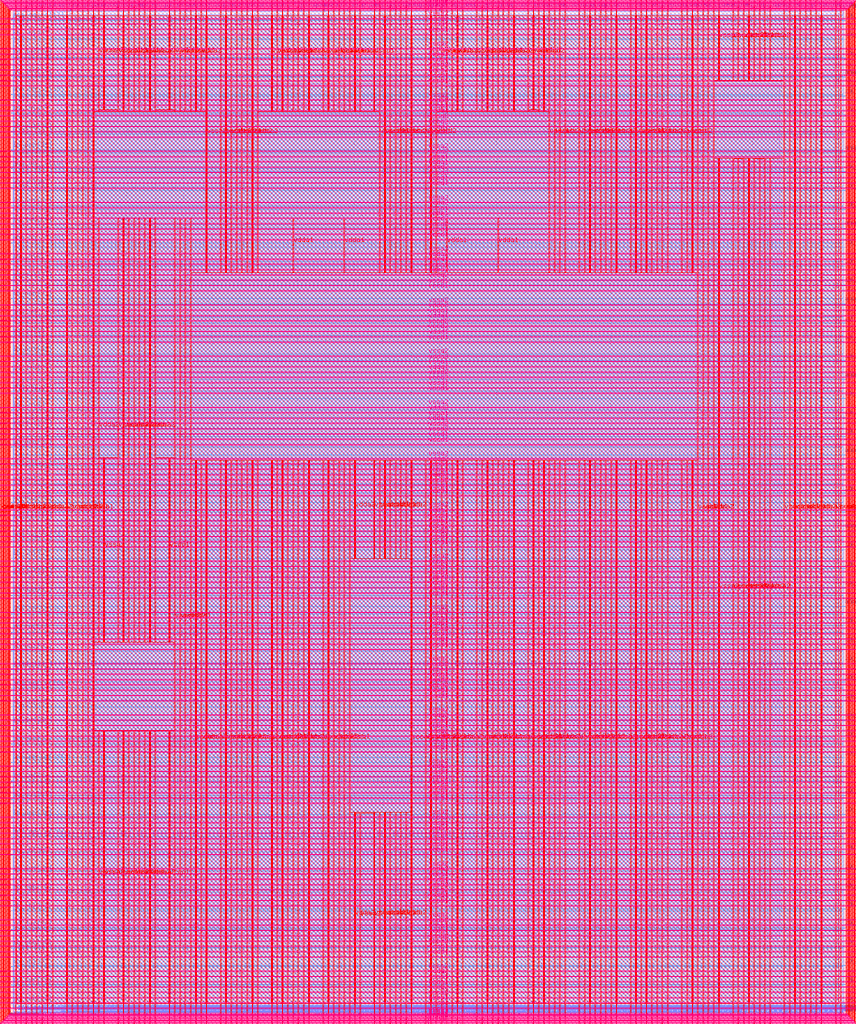
<source format=lef>
VERSION 5.7 ;
  NOWIREEXTENSIONATPIN ON ;
  DIVIDERCHAR "/" ;
  BUSBITCHARS "[]" ;
MACRO user_project_wrapper
  CLASS BLOCK ;
  FOREIGN user_project_wrapper ;
  ORIGIN 0.000 0.000 ;
  SIZE 2920.000 BY 3520.000 ;
  PIN analog_io[0]
    DIRECTION INOUT ;
    USE SIGNAL ;
    PORT
      LAYER met3 ;
        RECT 2917.600 1426.380 2924.800 1427.580 ;
    END
  END analog_io[0]
  PIN analog_io[10]
    DIRECTION INOUT ;
    USE SIGNAL ;
    PORT
      LAYER met2 ;
        RECT 2230.490 3517.600 2231.050 3524.800 ;
    END
  END analog_io[10]
  PIN analog_io[11]
    DIRECTION INOUT ;
    USE SIGNAL ;
    PORT
      LAYER met2 ;
        RECT 1905.730 3517.600 1906.290 3524.800 ;
    END
  END analog_io[11]
  PIN analog_io[12]
    DIRECTION INOUT ;
    USE SIGNAL ;
    PORT
      LAYER met2 ;
        RECT 1581.430 3517.600 1581.990 3524.800 ;
    END
  END analog_io[12]
  PIN analog_io[13]
    DIRECTION INOUT ;
    USE SIGNAL ;
    PORT
      LAYER met2 ;
        RECT 1257.130 3517.600 1257.690 3524.800 ;
    END
  END analog_io[13]
  PIN analog_io[14]
    DIRECTION INOUT ;
    USE SIGNAL ;
    PORT
      LAYER met2 ;
        RECT 932.370 3517.600 932.930 3524.800 ;
    END
  END analog_io[14]
  PIN analog_io[15]
    DIRECTION INOUT ;
    USE SIGNAL ;
    PORT
      LAYER met2 ;
        RECT 608.070 3517.600 608.630 3524.800 ;
    END
  END analog_io[15]
  PIN analog_io[16]
    DIRECTION INOUT ;
    USE SIGNAL ;
    PORT
      LAYER met2 ;
        RECT 283.770 3517.600 284.330 3524.800 ;
    END
  END analog_io[16]
  PIN analog_io[17]
    DIRECTION INOUT ;
    USE SIGNAL ;
    PORT
      LAYER met3 ;
        RECT -4.800 3486.100 2.400 3487.300 ;
    END
  END analog_io[17]
  PIN analog_io[18]
    DIRECTION INOUT ;
    USE SIGNAL ;
    PORT
      LAYER met3 ;
        RECT -4.800 3224.980 2.400 3226.180 ;
    END
  END analog_io[18]
  PIN analog_io[19]
    DIRECTION INOUT ;
    USE SIGNAL ;
    PORT
      LAYER met3 ;
        RECT -4.800 2964.540 2.400 2965.740 ;
    END
  END analog_io[19]
  PIN analog_io[1]
    DIRECTION INOUT ;
    USE SIGNAL ;
    PORT
      LAYER met3 ;
        RECT 2917.600 1692.260 2924.800 1693.460 ;
    END
  END analog_io[1]
  PIN analog_io[20]
    DIRECTION INOUT ;
    USE SIGNAL ;
    PORT
      LAYER met3 ;
        RECT -4.800 2703.420 2.400 2704.620 ;
    END
  END analog_io[20]
  PIN analog_io[21]
    DIRECTION INOUT ;
    USE SIGNAL ;
    PORT
      LAYER met3 ;
        RECT -4.800 2442.980 2.400 2444.180 ;
    END
  END analog_io[21]
  PIN analog_io[22]
    DIRECTION INOUT ;
    USE SIGNAL ;
    PORT
      LAYER met3 ;
        RECT -4.800 2182.540 2.400 2183.740 ;
    END
  END analog_io[22]
  PIN analog_io[23]
    DIRECTION INOUT ;
    USE SIGNAL ;
    PORT
      LAYER met3 ;
        RECT -4.800 1921.420 2.400 1922.620 ;
    END
  END analog_io[23]
  PIN analog_io[24]
    DIRECTION INOUT ;
    USE SIGNAL ;
    PORT
      LAYER met3 ;
        RECT -4.800 1660.980 2.400 1662.180 ;
    END
  END analog_io[24]
  PIN analog_io[25]
    DIRECTION INOUT ;
    USE SIGNAL ;
    PORT
      LAYER met3 ;
        RECT -4.800 1399.860 2.400 1401.060 ;
    END
  END analog_io[25]
  PIN analog_io[26]
    DIRECTION INOUT ;
    USE SIGNAL ;
    PORT
      LAYER met3 ;
        RECT -4.800 1139.420 2.400 1140.620 ;
    END
  END analog_io[26]
  PIN analog_io[27]
    DIRECTION INOUT ;
    USE SIGNAL ;
    PORT
      LAYER met3 ;
        RECT -4.800 878.980 2.400 880.180 ;
    END
  END analog_io[27]
  PIN analog_io[28]
    DIRECTION INOUT ;
    USE SIGNAL ;
    PORT
      LAYER met3 ;
        RECT -4.800 617.860 2.400 619.060 ;
    END
  END analog_io[28]
  PIN analog_io[2]
    DIRECTION INOUT ;
    USE SIGNAL ;
    PORT
      LAYER met3 ;
        RECT 2917.600 1958.140 2924.800 1959.340 ;
    END
  END analog_io[2]
  PIN analog_io[3]
    DIRECTION INOUT ;
    USE SIGNAL ;
    PORT
      LAYER met3 ;
        RECT 2917.600 2223.340 2924.800 2224.540 ;
    END
  END analog_io[3]
  PIN analog_io[4]
    DIRECTION INOUT ;
    USE SIGNAL ;
    PORT
      LAYER met3 ;
        RECT 2917.600 2489.220 2924.800 2490.420 ;
    END
  END analog_io[4]
  PIN analog_io[5]
    DIRECTION INOUT ;
    USE SIGNAL ;
    PORT
      LAYER met3 ;
        RECT 2917.600 2755.100 2924.800 2756.300 ;
    END
  END analog_io[5]
  PIN analog_io[6]
    DIRECTION INOUT ;
    USE SIGNAL ;
    PORT
      LAYER met3 ;
        RECT 2917.600 3020.300 2924.800 3021.500 ;
    END
  END analog_io[6]
  PIN analog_io[7]
    DIRECTION INOUT ;
    USE SIGNAL ;
    PORT
      LAYER met3 ;
        RECT 2917.600 3286.180 2924.800 3287.380 ;
    END
  END analog_io[7]
  PIN analog_io[8]
    DIRECTION INOUT ;
    USE SIGNAL ;
    PORT
      LAYER met2 ;
        RECT 2879.090 3517.600 2879.650 3524.800 ;
    END
  END analog_io[8]
  PIN analog_io[9]
    DIRECTION INOUT ;
    USE SIGNAL ;
    PORT
      LAYER met2 ;
        RECT 2554.790 3517.600 2555.350 3524.800 ;
    END
  END analog_io[9]
  PIN io_in[0]
    DIRECTION INPUT ;
    USE SIGNAL ;
    PORT
      LAYER met3 ;
        RECT 2917.600 32.380 2924.800 33.580 ;
    END
  END io_in[0]
  PIN io_in[10]
    DIRECTION INPUT ;
    USE SIGNAL ;
    PORT
      LAYER met3 ;
        RECT 2917.600 2289.980 2924.800 2291.180 ;
    END
  END io_in[10]
  PIN io_in[11]
    DIRECTION INPUT ;
    USE SIGNAL ;
    PORT
      LAYER met3 ;
        RECT 2917.600 2555.860 2924.800 2557.060 ;
    END
  END io_in[11]
  PIN io_in[12]
    DIRECTION INPUT ;
    USE SIGNAL ;
    PORT
      LAYER met3 ;
        RECT 2917.600 2821.060 2924.800 2822.260 ;
    END
  END io_in[12]
  PIN io_in[13]
    DIRECTION INPUT ;
    USE SIGNAL ;
    PORT
      LAYER met3 ;
        RECT 2917.600 3086.940 2924.800 3088.140 ;
    END
  END io_in[13]
  PIN io_in[14]
    DIRECTION INPUT ;
    USE SIGNAL ;
    PORT
      LAYER met3 ;
        RECT 2917.600 3352.820 2924.800 3354.020 ;
    END
  END io_in[14]
  PIN io_in[15]
    DIRECTION INPUT ;
    USE SIGNAL ;
    PORT
      LAYER met2 ;
        RECT 2798.130 3517.600 2798.690 3524.800 ;
    END
  END io_in[15]
  PIN io_in[16]
    DIRECTION INPUT ;
    USE SIGNAL ;
    PORT
      LAYER met2 ;
        RECT 2473.830 3517.600 2474.390 3524.800 ;
    END
  END io_in[16]
  PIN io_in[17]
    DIRECTION INPUT ;
    USE SIGNAL ;
    PORT
      LAYER met2 ;
        RECT 2149.070 3517.600 2149.630 3524.800 ;
    END
  END io_in[17]
  PIN io_in[18]
    DIRECTION INPUT ;
    USE SIGNAL ;
    PORT
      LAYER met2 ;
        RECT 1824.770 3517.600 1825.330 3524.800 ;
    END
  END io_in[18]
  PIN io_in[19]
    DIRECTION INPUT ;
    USE SIGNAL ;
    PORT
      LAYER met2 ;
        RECT 1500.470 3517.600 1501.030 3524.800 ;
    END
  END io_in[19]
  PIN io_in[1]
    DIRECTION INPUT ;
    USE SIGNAL ;
    PORT
      LAYER met3 ;
        RECT 2917.600 230.940 2924.800 232.140 ;
    END
  END io_in[1]
  PIN io_in[20]
    DIRECTION INPUT ;
    USE SIGNAL ;
    PORT
      LAYER met2 ;
        RECT 1175.710 3517.600 1176.270 3524.800 ;
    END
  END io_in[20]
  PIN io_in[21]
    DIRECTION INPUT ;
    USE SIGNAL ;
    PORT
      LAYER met2 ;
        RECT 851.410 3517.600 851.970 3524.800 ;
    END
  END io_in[21]
  PIN io_in[22]
    DIRECTION INPUT ;
    USE SIGNAL ;
    PORT
      LAYER met2 ;
        RECT 527.110 3517.600 527.670 3524.800 ;
    END
  END io_in[22]
  PIN io_in[23]
    DIRECTION INPUT ;
    USE SIGNAL ;
    PORT
      LAYER met2 ;
        RECT 202.350 3517.600 202.910 3524.800 ;
    END
  END io_in[23]
  PIN io_in[24]
    DIRECTION INPUT ;
    USE SIGNAL ;
    PORT
      LAYER met3 ;
        RECT -4.800 3420.820 2.400 3422.020 ;
    END
  END io_in[24]
  PIN io_in[25]
    DIRECTION INPUT ;
    USE SIGNAL ;
    PORT
      LAYER met3 ;
        RECT -4.800 3159.700 2.400 3160.900 ;
    END
  END io_in[25]
  PIN io_in[26]
    DIRECTION INPUT ;
    USE SIGNAL ;
    PORT
      LAYER met3 ;
        RECT -4.800 2899.260 2.400 2900.460 ;
    END
  END io_in[26]
  PIN io_in[27]
    DIRECTION INPUT ;
    USE SIGNAL ;
    PORT
      LAYER met3 ;
        RECT -4.800 2638.820 2.400 2640.020 ;
    END
  END io_in[27]
  PIN io_in[28]
    DIRECTION INPUT ;
    USE SIGNAL ;
    PORT
      LAYER met3 ;
        RECT -4.800 2377.700 2.400 2378.900 ;
    END
  END io_in[28]
  PIN io_in[29]
    DIRECTION INPUT ;
    USE SIGNAL ;
    PORT
      LAYER met3 ;
        RECT -4.800 2117.260 2.400 2118.460 ;
    END
  END io_in[29]
  PIN io_in[2]
    DIRECTION INPUT ;
    USE SIGNAL ;
    PORT
      LAYER met3 ;
        RECT 2917.600 430.180 2924.800 431.380 ;
    END
  END io_in[2]
  PIN io_in[30]
    DIRECTION INPUT ;
    USE SIGNAL ;
    PORT
      LAYER met3 ;
        RECT -4.800 1856.140 2.400 1857.340 ;
    END
  END io_in[30]
  PIN io_in[31]
    DIRECTION INPUT ;
    USE SIGNAL ;
    PORT
      LAYER met3 ;
        RECT -4.800 1595.700 2.400 1596.900 ;
    END
  END io_in[31]
  PIN io_in[32]
    DIRECTION INPUT ;
    USE SIGNAL ;
    PORT
      LAYER met3 ;
        RECT -4.800 1335.260 2.400 1336.460 ;
    END
  END io_in[32]
  PIN io_in[33]
    DIRECTION INPUT ;
    USE SIGNAL ;
    PORT
      LAYER met3 ;
        RECT -4.800 1074.140 2.400 1075.340 ;
    END
  END io_in[33]
  PIN io_in[34]
    DIRECTION INPUT ;
    USE SIGNAL ;
    PORT
      LAYER met3 ;
        RECT -4.800 813.700 2.400 814.900 ;
    END
  END io_in[34]
  PIN io_in[35]
    DIRECTION INPUT ;
    USE SIGNAL ;
    PORT
      LAYER met3 ;
        RECT -4.800 552.580 2.400 553.780 ;
    END
  END io_in[35]
  PIN io_in[36]
    DIRECTION INPUT ;
    USE SIGNAL ;
    PORT
      LAYER met3 ;
        RECT -4.800 357.420 2.400 358.620 ;
    END
  END io_in[36]
  PIN io_in[37]
    DIRECTION INPUT ;
    USE SIGNAL ;
    PORT
      LAYER met3 ;
        RECT -4.800 161.580 2.400 162.780 ;
    END
  END io_in[37]
  PIN io_in[3]
    DIRECTION INPUT ;
    USE SIGNAL ;
    PORT
      LAYER met3 ;
        RECT 2917.600 629.420 2924.800 630.620 ;
    END
  END io_in[3]
  PIN io_in[4]
    DIRECTION INPUT ;
    USE SIGNAL ;
    PORT
      LAYER met3 ;
        RECT 2917.600 828.660 2924.800 829.860 ;
    END
  END io_in[4]
  PIN io_in[5]
    DIRECTION INPUT ;
    USE SIGNAL ;
    PORT
      LAYER met3 ;
        RECT 2917.600 1027.900 2924.800 1029.100 ;
    END
  END io_in[5]
  PIN io_in[6]
    DIRECTION INPUT ;
    USE SIGNAL ;
    PORT
      LAYER met3 ;
        RECT 2917.600 1227.140 2924.800 1228.340 ;
    END
  END io_in[6]
  PIN io_in[7]
    DIRECTION INPUT ;
    USE SIGNAL ;
    PORT
      LAYER met3 ;
        RECT 2917.600 1493.020 2924.800 1494.220 ;
    END
  END io_in[7]
  PIN io_in[8]
    DIRECTION INPUT ;
    USE SIGNAL ;
    PORT
      LAYER met3 ;
        RECT 2917.600 1758.900 2924.800 1760.100 ;
    END
  END io_in[8]
  PIN io_in[9]
    DIRECTION INPUT ;
    USE SIGNAL ;
    PORT
      LAYER met3 ;
        RECT 2917.600 2024.100 2924.800 2025.300 ;
    END
  END io_in[9]
  PIN io_oeb[0]
    DIRECTION OUTPUT TRISTATE ;
    USE SIGNAL ;
    PORT
      LAYER met3 ;
        RECT 2917.600 164.980 2924.800 166.180 ;
    END
  END io_oeb[0]
  PIN io_oeb[10]
    DIRECTION OUTPUT TRISTATE ;
    USE SIGNAL ;
    PORT
      LAYER met3 ;
        RECT 2917.600 2422.580 2924.800 2423.780 ;
    END
  END io_oeb[10]
  PIN io_oeb[11]
    DIRECTION OUTPUT TRISTATE ;
    USE SIGNAL ;
    PORT
      LAYER met3 ;
        RECT 2917.600 2688.460 2924.800 2689.660 ;
    END
  END io_oeb[11]
  PIN io_oeb[12]
    DIRECTION OUTPUT TRISTATE ;
    USE SIGNAL ;
    PORT
      LAYER met3 ;
        RECT 2917.600 2954.340 2924.800 2955.540 ;
    END
  END io_oeb[12]
  PIN io_oeb[13]
    DIRECTION OUTPUT TRISTATE ;
    USE SIGNAL ;
    PORT
      LAYER met3 ;
        RECT 2917.600 3219.540 2924.800 3220.740 ;
    END
  END io_oeb[13]
  PIN io_oeb[14]
    DIRECTION OUTPUT TRISTATE ;
    USE SIGNAL ;
    PORT
      LAYER met3 ;
        RECT 2917.600 3485.420 2924.800 3486.620 ;
    END
  END io_oeb[14]
  PIN io_oeb[15]
    DIRECTION OUTPUT TRISTATE ;
    USE SIGNAL ;
    PORT
      LAYER met2 ;
        RECT 2635.750 3517.600 2636.310 3524.800 ;
    END
  END io_oeb[15]
  PIN io_oeb[16]
    DIRECTION OUTPUT TRISTATE ;
    USE SIGNAL ;
    PORT
      LAYER met2 ;
        RECT 2311.450 3517.600 2312.010 3524.800 ;
    END
  END io_oeb[16]
  PIN io_oeb[17]
    DIRECTION OUTPUT TRISTATE ;
    USE SIGNAL ;
    PORT
      LAYER met2 ;
        RECT 1987.150 3517.600 1987.710 3524.800 ;
    END
  END io_oeb[17]
  PIN io_oeb[18]
    DIRECTION OUTPUT TRISTATE ;
    USE SIGNAL ;
    PORT
      LAYER met2 ;
        RECT 1662.390 3517.600 1662.950 3524.800 ;
    END
  END io_oeb[18]
  PIN io_oeb[19]
    DIRECTION OUTPUT TRISTATE ;
    USE SIGNAL ;
    PORT
      LAYER met2 ;
        RECT 1338.090 3517.600 1338.650 3524.800 ;
    END
  END io_oeb[19]
  PIN io_oeb[1]
    DIRECTION OUTPUT TRISTATE ;
    USE SIGNAL ;
    PORT
      LAYER met3 ;
        RECT 2917.600 364.220 2924.800 365.420 ;
    END
  END io_oeb[1]
  PIN io_oeb[20]
    DIRECTION OUTPUT TRISTATE ;
    USE SIGNAL ;
    PORT
      LAYER met2 ;
        RECT 1013.790 3517.600 1014.350 3524.800 ;
    END
  END io_oeb[20]
  PIN io_oeb[21]
    DIRECTION OUTPUT TRISTATE ;
    USE SIGNAL ;
    PORT
      LAYER met2 ;
        RECT 689.030 3517.600 689.590 3524.800 ;
    END
  END io_oeb[21]
  PIN io_oeb[22]
    DIRECTION OUTPUT TRISTATE ;
    USE SIGNAL ;
    PORT
      LAYER met2 ;
        RECT 364.730 3517.600 365.290 3524.800 ;
    END
  END io_oeb[22]
  PIN io_oeb[23]
    DIRECTION OUTPUT TRISTATE ;
    USE SIGNAL ;
    PORT
      LAYER met2 ;
        RECT 40.430 3517.600 40.990 3524.800 ;
    END
  END io_oeb[23]
  PIN io_oeb[24]
    DIRECTION OUTPUT TRISTATE ;
    USE SIGNAL ;
    PORT
      LAYER met3 ;
        RECT -4.800 3290.260 2.400 3291.460 ;
    END
  END io_oeb[24]
  PIN io_oeb[25]
    DIRECTION OUTPUT TRISTATE ;
    USE SIGNAL ;
    PORT
      LAYER met3 ;
        RECT -4.800 3029.820 2.400 3031.020 ;
    END
  END io_oeb[25]
  PIN io_oeb[26]
    DIRECTION OUTPUT TRISTATE ;
    USE SIGNAL ;
    PORT
      LAYER met3 ;
        RECT -4.800 2768.700 2.400 2769.900 ;
    END
  END io_oeb[26]
  PIN io_oeb[27]
    DIRECTION OUTPUT TRISTATE ;
    USE SIGNAL ;
    PORT
      LAYER met3 ;
        RECT -4.800 2508.260 2.400 2509.460 ;
    END
  END io_oeb[27]
  PIN io_oeb[28]
    DIRECTION OUTPUT TRISTATE ;
    USE SIGNAL ;
    PORT
      LAYER met3 ;
        RECT -4.800 2247.140 2.400 2248.340 ;
    END
  END io_oeb[28]
  PIN io_oeb[29]
    DIRECTION OUTPUT TRISTATE ;
    USE SIGNAL ;
    PORT
      LAYER met3 ;
        RECT -4.800 1986.700 2.400 1987.900 ;
    END
  END io_oeb[29]
  PIN io_oeb[2]
    DIRECTION OUTPUT TRISTATE ;
    USE SIGNAL ;
    PORT
      LAYER met3 ;
        RECT 2917.600 563.460 2924.800 564.660 ;
    END
  END io_oeb[2]
  PIN io_oeb[30]
    DIRECTION OUTPUT TRISTATE ;
    USE SIGNAL ;
    PORT
      LAYER met3 ;
        RECT -4.800 1726.260 2.400 1727.460 ;
    END
  END io_oeb[30]
  PIN io_oeb[31]
    DIRECTION OUTPUT TRISTATE ;
    USE SIGNAL ;
    PORT
      LAYER met3 ;
        RECT -4.800 1465.140 2.400 1466.340 ;
    END
  END io_oeb[31]
  PIN io_oeb[32]
    DIRECTION OUTPUT TRISTATE ;
    USE SIGNAL ;
    PORT
      LAYER met3 ;
        RECT -4.800 1204.700 2.400 1205.900 ;
    END
  END io_oeb[32]
  PIN io_oeb[33]
    DIRECTION OUTPUT TRISTATE ;
    USE SIGNAL ;
    PORT
      LAYER met3 ;
        RECT -4.800 943.580 2.400 944.780 ;
    END
  END io_oeb[33]
  PIN io_oeb[34]
    DIRECTION OUTPUT TRISTATE ;
    USE SIGNAL ;
    PORT
      LAYER met3 ;
        RECT -4.800 683.140 2.400 684.340 ;
    END
  END io_oeb[34]
  PIN io_oeb[35]
    DIRECTION OUTPUT TRISTATE ;
    USE SIGNAL ;
    PORT
      LAYER met3 ;
        RECT -4.800 422.700 2.400 423.900 ;
    END
  END io_oeb[35]
  PIN io_oeb[36]
    DIRECTION OUTPUT TRISTATE ;
    USE SIGNAL ;
    PORT
      LAYER met3 ;
        RECT -4.800 226.860 2.400 228.060 ;
    END
  END io_oeb[36]
  PIN io_oeb[37]
    DIRECTION OUTPUT TRISTATE ;
    USE SIGNAL ;
    PORT
      LAYER met3 ;
        RECT -4.800 31.700 2.400 32.900 ;
    END
  END io_oeb[37]
  PIN io_oeb[3]
    DIRECTION OUTPUT TRISTATE ;
    USE SIGNAL ;
    PORT
      LAYER met3 ;
        RECT 2917.600 762.700 2924.800 763.900 ;
    END
  END io_oeb[3]
  PIN io_oeb[4]
    DIRECTION OUTPUT TRISTATE ;
    USE SIGNAL ;
    PORT
      LAYER met3 ;
        RECT 2917.600 961.940 2924.800 963.140 ;
    END
  END io_oeb[4]
  PIN io_oeb[5]
    DIRECTION OUTPUT TRISTATE ;
    USE SIGNAL ;
    PORT
      LAYER met3 ;
        RECT 2917.600 1161.180 2924.800 1162.380 ;
    END
  END io_oeb[5]
  PIN io_oeb[6]
    DIRECTION OUTPUT TRISTATE ;
    USE SIGNAL ;
    PORT
      LAYER met3 ;
        RECT 2917.600 1360.420 2924.800 1361.620 ;
    END
  END io_oeb[6]
  PIN io_oeb[7]
    DIRECTION OUTPUT TRISTATE ;
    USE SIGNAL ;
    PORT
      LAYER met3 ;
        RECT 2917.600 1625.620 2924.800 1626.820 ;
    END
  END io_oeb[7]
  PIN io_oeb[8]
    DIRECTION OUTPUT TRISTATE ;
    USE SIGNAL ;
    PORT
      LAYER met3 ;
        RECT 2917.600 1891.500 2924.800 1892.700 ;
    END
  END io_oeb[8]
  PIN io_oeb[9]
    DIRECTION OUTPUT TRISTATE ;
    USE SIGNAL ;
    PORT
      LAYER met3 ;
        RECT 2917.600 2157.380 2924.800 2158.580 ;
    END
  END io_oeb[9]
  PIN io_out[0]
    DIRECTION OUTPUT TRISTATE ;
    USE SIGNAL ;
    PORT
      LAYER met3 ;
        RECT 2917.600 98.340 2924.800 99.540 ;
    END
  END io_out[0]
  PIN io_out[10]
    DIRECTION OUTPUT TRISTATE ;
    USE SIGNAL ;
    PORT
      LAYER met3 ;
        RECT 2917.600 2356.620 2924.800 2357.820 ;
    END
  END io_out[10]
  PIN io_out[11]
    DIRECTION OUTPUT TRISTATE ;
    USE SIGNAL ;
    PORT
      LAYER met3 ;
        RECT 2917.600 2621.820 2924.800 2623.020 ;
    END
  END io_out[11]
  PIN io_out[12]
    DIRECTION OUTPUT TRISTATE ;
    USE SIGNAL ;
    PORT
      LAYER met3 ;
        RECT 2917.600 2887.700 2924.800 2888.900 ;
    END
  END io_out[12]
  PIN io_out[13]
    DIRECTION OUTPUT TRISTATE ;
    USE SIGNAL ;
    PORT
      LAYER met3 ;
        RECT 2917.600 3153.580 2924.800 3154.780 ;
    END
  END io_out[13]
  PIN io_out[14]
    DIRECTION OUTPUT TRISTATE ;
    USE SIGNAL ;
    PORT
      LAYER met3 ;
        RECT 2917.600 3418.780 2924.800 3419.980 ;
    END
  END io_out[14]
  PIN io_out[15]
    DIRECTION OUTPUT TRISTATE ;
    USE SIGNAL ;
    PORT
      LAYER met2 ;
        RECT 2717.170 3517.600 2717.730 3524.800 ;
    END
  END io_out[15]
  PIN io_out[16]
    DIRECTION OUTPUT TRISTATE ;
    USE SIGNAL ;
    PORT
      LAYER met2 ;
        RECT 2392.410 3517.600 2392.970 3524.800 ;
    END
  END io_out[16]
  PIN io_out[17]
    DIRECTION OUTPUT TRISTATE ;
    USE SIGNAL ;
    PORT
      LAYER met2 ;
        RECT 2068.110 3517.600 2068.670 3524.800 ;
    END
  END io_out[17]
  PIN io_out[18]
    DIRECTION OUTPUT TRISTATE ;
    USE SIGNAL ;
    PORT
      LAYER met2 ;
        RECT 1743.810 3517.600 1744.370 3524.800 ;
    END
  END io_out[18]
  PIN io_out[19]
    DIRECTION OUTPUT TRISTATE ;
    USE SIGNAL ;
    PORT
      LAYER met2 ;
        RECT 1419.050 3517.600 1419.610 3524.800 ;
    END
  END io_out[19]
  PIN io_out[1]
    DIRECTION OUTPUT TRISTATE ;
    USE SIGNAL ;
    PORT
      LAYER met3 ;
        RECT 2917.600 297.580 2924.800 298.780 ;
    END
  END io_out[1]
  PIN io_out[20]
    DIRECTION OUTPUT TRISTATE ;
    USE SIGNAL ;
    PORT
      LAYER met2 ;
        RECT 1094.750 3517.600 1095.310 3524.800 ;
    END
  END io_out[20]
  PIN io_out[21]
    DIRECTION OUTPUT TRISTATE ;
    USE SIGNAL ;
    PORT
      LAYER met2 ;
        RECT 770.450 3517.600 771.010 3524.800 ;
    END
  END io_out[21]
  PIN io_out[22]
    DIRECTION OUTPUT TRISTATE ;
    USE SIGNAL ;
    PORT
      LAYER met2 ;
        RECT 445.690 3517.600 446.250 3524.800 ;
    END
  END io_out[22]
  PIN io_out[23]
    DIRECTION OUTPUT TRISTATE ;
    USE SIGNAL ;
    PORT
      LAYER met2 ;
        RECT 121.390 3517.600 121.950 3524.800 ;
    END
  END io_out[23]
  PIN io_out[24]
    DIRECTION OUTPUT TRISTATE ;
    USE SIGNAL ;
    PORT
      LAYER met3 ;
        RECT -4.800 3355.540 2.400 3356.740 ;
    END
  END io_out[24]
  PIN io_out[25]
    DIRECTION OUTPUT TRISTATE ;
    USE SIGNAL ;
    PORT
      LAYER met3 ;
        RECT -4.800 3095.100 2.400 3096.300 ;
    END
  END io_out[25]
  PIN io_out[26]
    DIRECTION OUTPUT TRISTATE ;
    USE SIGNAL ;
    PORT
      LAYER met3 ;
        RECT -4.800 2833.980 2.400 2835.180 ;
    END
  END io_out[26]
  PIN io_out[27]
    DIRECTION OUTPUT TRISTATE ;
    USE SIGNAL ;
    PORT
      LAYER met3 ;
        RECT -4.800 2573.540 2.400 2574.740 ;
    END
  END io_out[27]
  PIN io_out[28]
    DIRECTION OUTPUT TRISTATE ;
    USE SIGNAL ;
    PORT
      LAYER met3 ;
        RECT -4.800 2312.420 2.400 2313.620 ;
    END
  END io_out[28]
  PIN io_out[29]
    DIRECTION OUTPUT TRISTATE ;
    USE SIGNAL ;
    PORT
      LAYER met3 ;
        RECT -4.800 2051.980 2.400 2053.180 ;
    END
  END io_out[29]
  PIN io_out[2]
    DIRECTION OUTPUT TRISTATE ;
    USE SIGNAL ;
    PORT
      LAYER met3 ;
        RECT 2917.600 496.820 2924.800 498.020 ;
    END
  END io_out[2]
  PIN io_out[30]
    DIRECTION OUTPUT TRISTATE ;
    USE SIGNAL ;
    PORT
      LAYER met3 ;
        RECT -4.800 1791.540 2.400 1792.740 ;
    END
  END io_out[30]
  PIN io_out[31]
    DIRECTION OUTPUT TRISTATE ;
    USE SIGNAL ;
    PORT
      LAYER met3 ;
        RECT -4.800 1530.420 2.400 1531.620 ;
    END
  END io_out[31]
  PIN io_out[32]
    DIRECTION OUTPUT TRISTATE ;
    USE SIGNAL ;
    PORT
      LAYER met3 ;
        RECT -4.800 1269.980 2.400 1271.180 ;
    END
  END io_out[32]
  PIN io_out[33]
    DIRECTION OUTPUT TRISTATE ;
    USE SIGNAL ;
    PORT
      LAYER met3 ;
        RECT -4.800 1008.860 2.400 1010.060 ;
    END
  END io_out[33]
  PIN io_out[34]
    DIRECTION OUTPUT TRISTATE ;
    USE SIGNAL ;
    PORT
      LAYER met3 ;
        RECT -4.800 748.420 2.400 749.620 ;
    END
  END io_out[34]
  PIN io_out[35]
    DIRECTION OUTPUT TRISTATE ;
    USE SIGNAL ;
    PORT
      LAYER met3 ;
        RECT -4.800 487.300 2.400 488.500 ;
    END
  END io_out[35]
  PIN io_out[36]
    DIRECTION OUTPUT TRISTATE ;
    USE SIGNAL ;
    PORT
      LAYER met3 ;
        RECT -4.800 292.140 2.400 293.340 ;
    END
  END io_out[36]
  PIN io_out[37]
    DIRECTION OUTPUT TRISTATE ;
    USE SIGNAL ;
    PORT
      LAYER met3 ;
        RECT -4.800 96.300 2.400 97.500 ;
    END
  END io_out[37]
  PIN io_out[3]
    DIRECTION OUTPUT TRISTATE ;
    USE SIGNAL ;
    PORT
      LAYER met3 ;
        RECT 2917.600 696.060 2924.800 697.260 ;
    END
  END io_out[3]
  PIN io_out[4]
    DIRECTION OUTPUT TRISTATE ;
    USE SIGNAL ;
    PORT
      LAYER met3 ;
        RECT 2917.600 895.300 2924.800 896.500 ;
    END
  END io_out[4]
  PIN io_out[5]
    DIRECTION OUTPUT TRISTATE ;
    USE SIGNAL ;
    PORT
      LAYER met3 ;
        RECT 2917.600 1094.540 2924.800 1095.740 ;
    END
  END io_out[5]
  PIN io_out[6]
    DIRECTION OUTPUT TRISTATE ;
    USE SIGNAL ;
    PORT
      LAYER met3 ;
        RECT 2917.600 1293.780 2924.800 1294.980 ;
    END
  END io_out[6]
  PIN io_out[7]
    DIRECTION OUTPUT TRISTATE ;
    USE SIGNAL ;
    PORT
      LAYER met3 ;
        RECT 2917.600 1559.660 2924.800 1560.860 ;
    END
  END io_out[7]
  PIN io_out[8]
    DIRECTION OUTPUT TRISTATE ;
    USE SIGNAL ;
    PORT
      LAYER met3 ;
        RECT 2917.600 1824.860 2924.800 1826.060 ;
    END
  END io_out[8]
  PIN io_out[9]
    DIRECTION OUTPUT TRISTATE ;
    USE SIGNAL ;
    PORT
      LAYER met3 ;
        RECT 2917.600 2090.740 2924.800 2091.940 ;
    END
  END io_out[9]
  PIN la_data_in[0]
    DIRECTION INPUT ;
    USE SIGNAL ;
    PORT
      LAYER met2 ;
        RECT 629.230 -4.800 629.790 2.400 ;
    END
  END la_data_in[0]
  PIN la_data_in[100]
    DIRECTION INPUT ;
    USE SIGNAL ;
    PORT
      LAYER met2 ;
        RECT 2402.530 -4.800 2403.090 2.400 ;
    END
  END la_data_in[100]
  PIN la_data_in[101]
    DIRECTION INPUT ;
    USE SIGNAL ;
    PORT
      LAYER met2 ;
        RECT 2420.010 -4.800 2420.570 2.400 ;
    END
  END la_data_in[101]
  PIN la_data_in[102]
    DIRECTION INPUT ;
    USE SIGNAL ;
    PORT
      LAYER met2 ;
        RECT 2437.950 -4.800 2438.510 2.400 ;
    END
  END la_data_in[102]
  PIN la_data_in[103]
    DIRECTION INPUT ;
    USE SIGNAL ;
    PORT
      LAYER met2 ;
        RECT 2455.430 -4.800 2455.990 2.400 ;
    END
  END la_data_in[103]
  PIN la_data_in[104]
    DIRECTION INPUT ;
    USE SIGNAL ;
    PORT
      LAYER met2 ;
        RECT 2473.370 -4.800 2473.930 2.400 ;
    END
  END la_data_in[104]
  PIN la_data_in[105]
    DIRECTION INPUT ;
    USE SIGNAL ;
    PORT
      LAYER met2 ;
        RECT 2490.850 -4.800 2491.410 2.400 ;
    END
  END la_data_in[105]
  PIN la_data_in[106]
    DIRECTION INPUT ;
    USE SIGNAL ;
    PORT
      LAYER met2 ;
        RECT 2508.790 -4.800 2509.350 2.400 ;
    END
  END la_data_in[106]
  PIN la_data_in[107]
    DIRECTION INPUT ;
    USE SIGNAL ;
    PORT
      LAYER met2 ;
        RECT 2526.730 -4.800 2527.290 2.400 ;
    END
  END la_data_in[107]
  PIN la_data_in[108]
    DIRECTION INPUT ;
    USE SIGNAL ;
    PORT
      LAYER met2 ;
        RECT 2544.210 -4.800 2544.770 2.400 ;
    END
  END la_data_in[108]
  PIN la_data_in[109]
    DIRECTION INPUT ;
    USE SIGNAL ;
    PORT
      LAYER met2 ;
        RECT 2562.150 -4.800 2562.710 2.400 ;
    END
  END la_data_in[109]
  PIN la_data_in[10]
    DIRECTION INPUT ;
    USE SIGNAL ;
    PORT
      LAYER met2 ;
        RECT 806.330 -4.800 806.890 2.400 ;
    END
  END la_data_in[10]
  PIN la_data_in[110]
    DIRECTION INPUT ;
    USE SIGNAL ;
    PORT
      LAYER met2 ;
        RECT 2579.630 -4.800 2580.190 2.400 ;
    END
  END la_data_in[110]
  PIN la_data_in[111]
    DIRECTION INPUT ;
    USE SIGNAL ;
    PORT
      LAYER met2 ;
        RECT 2597.570 -4.800 2598.130 2.400 ;
    END
  END la_data_in[111]
  PIN la_data_in[112]
    DIRECTION INPUT ;
    USE SIGNAL ;
    PORT
      LAYER met2 ;
        RECT 2615.050 -4.800 2615.610 2.400 ;
    END
  END la_data_in[112]
  PIN la_data_in[113]
    DIRECTION INPUT ;
    USE SIGNAL ;
    PORT
      LAYER met2 ;
        RECT 2632.990 -4.800 2633.550 2.400 ;
    END
  END la_data_in[113]
  PIN la_data_in[114]
    DIRECTION INPUT ;
    USE SIGNAL ;
    PORT
      LAYER met2 ;
        RECT 2650.470 -4.800 2651.030 2.400 ;
    END
  END la_data_in[114]
  PIN la_data_in[115]
    DIRECTION INPUT ;
    USE SIGNAL ;
    PORT
      LAYER met2 ;
        RECT 2668.410 -4.800 2668.970 2.400 ;
    END
  END la_data_in[115]
  PIN la_data_in[116]
    DIRECTION INPUT ;
    USE SIGNAL ;
    PORT
      LAYER met2 ;
        RECT 2685.890 -4.800 2686.450 2.400 ;
    END
  END la_data_in[116]
  PIN la_data_in[117]
    DIRECTION INPUT ;
    USE SIGNAL ;
    PORT
      LAYER met2 ;
        RECT 2703.830 -4.800 2704.390 2.400 ;
    END
  END la_data_in[117]
  PIN la_data_in[118]
    DIRECTION INPUT ;
    USE SIGNAL ;
    PORT
      LAYER met2 ;
        RECT 2721.770 -4.800 2722.330 2.400 ;
    END
  END la_data_in[118]
  PIN la_data_in[119]
    DIRECTION INPUT ;
    USE SIGNAL ;
    PORT
      LAYER met2 ;
        RECT 2739.250 -4.800 2739.810 2.400 ;
    END
  END la_data_in[119]
  PIN la_data_in[11]
    DIRECTION INPUT ;
    USE SIGNAL ;
    PORT
      LAYER met2 ;
        RECT 824.270 -4.800 824.830 2.400 ;
    END
  END la_data_in[11]
  PIN la_data_in[120]
    DIRECTION INPUT ;
    USE SIGNAL ;
    PORT
      LAYER met2 ;
        RECT 2757.190 -4.800 2757.750 2.400 ;
    END
  END la_data_in[120]
  PIN la_data_in[121]
    DIRECTION INPUT ;
    USE SIGNAL ;
    PORT
      LAYER met2 ;
        RECT 2774.670 -4.800 2775.230 2.400 ;
    END
  END la_data_in[121]
  PIN la_data_in[122]
    DIRECTION INPUT ;
    USE SIGNAL ;
    PORT
      LAYER met2 ;
        RECT 2792.610 -4.800 2793.170 2.400 ;
    END
  END la_data_in[122]
  PIN la_data_in[123]
    DIRECTION INPUT ;
    USE SIGNAL ;
    PORT
      LAYER met2 ;
        RECT 2810.090 -4.800 2810.650 2.400 ;
    END
  END la_data_in[123]
  PIN la_data_in[124]
    DIRECTION INPUT ;
    USE SIGNAL ;
    PORT
      LAYER met2 ;
        RECT 2828.030 -4.800 2828.590 2.400 ;
    END
  END la_data_in[124]
  PIN la_data_in[125]
    DIRECTION INPUT ;
    USE SIGNAL ;
    PORT
      LAYER met2 ;
        RECT 2845.510 -4.800 2846.070 2.400 ;
    END
  END la_data_in[125]
  PIN la_data_in[126]
    DIRECTION INPUT ;
    USE SIGNAL ;
    PORT
      LAYER met2 ;
        RECT 2863.450 -4.800 2864.010 2.400 ;
    END
  END la_data_in[126]
  PIN la_data_in[127]
    DIRECTION INPUT ;
    USE SIGNAL ;
    PORT
      LAYER met2 ;
        RECT 2881.390 -4.800 2881.950 2.400 ;
    END
  END la_data_in[127]
  PIN la_data_in[12]
    DIRECTION INPUT ;
    USE SIGNAL ;
    PORT
      LAYER met2 ;
        RECT 841.750 -4.800 842.310 2.400 ;
    END
  END la_data_in[12]
  PIN la_data_in[13]
    DIRECTION INPUT ;
    USE SIGNAL ;
    PORT
      LAYER met2 ;
        RECT 859.690 -4.800 860.250 2.400 ;
    END
  END la_data_in[13]
  PIN la_data_in[14]
    DIRECTION INPUT ;
    USE SIGNAL ;
    PORT
      LAYER met2 ;
        RECT 877.170 -4.800 877.730 2.400 ;
    END
  END la_data_in[14]
  PIN la_data_in[15]
    DIRECTION INPUT ;
    USE SIGNAL ;
    PORT
      LAYER met2 ;
        RECT 895.110 -4.800 895.670 2.400 ;
    END
  END la_data_in[15]
  PIN la_data_in[16]
    DIRECTION INPUT ;
    USE SIGNAL ;
    PORT
      LAYER met2 ;
        RECT 912.590 -4.800 913.150 2.400 ;
    END
  END la_data_in[16]
  PIN la_data_in[17]
    DIRECTION INPUT ;
    USE SIGNAL ;
    PORT
      LAYER met2 ;
        RECT 930.530 -4.800 931.090 2.400 ;
    END
  END la_data_in[17]
  PIN la_data_in[18]
    DIRECTION INPUT ;
    USE SIGNAL ;
    PORT
      LAYER met2 ;
        RECT 948.470 -4.800 949.030 2.400 ;
    END
  END la_data_in[18]
  PIN la_data_in[19]
    DIRECTION INPUT ;
    USE SIGNAL ;
    PORT
      LAYER met2 ;
        RECT 965.950 -4.800 966.510 2.400 ;
    END
  END la_data_in[19]
  PIN la_data_in[1]
    DIRECTION INPUT ;
    USE SIGNAL ;
    PORT
      LAYER met2 ;
        RECT 646.710 -4.800 647.270 2.400 ;
    END
  END la_data_in[1]
  PIN la_data_in[20]
    DIRECTION INPUT ;
    USE SIGNAL ;
    PORT
      LAYER met2 ;
        RECT 983.890 -4.800 984.450 2.400 ;
    END
  END la_data_in[20]
  PIN la_data_in[21]
    DIRECTION INPUT ;
    USE SIGNAL ;
    PORT
      LAYER met2 ;
        RECT 1001.370 -4.800 1001.930 2.400 ;
    END
  END la_data_in[21]
  PIN la_data_in[22]
    DIRECTION INPUT ;
    USE SIGNAL ;
    PORT
      LAYER met2 ;
        RECT 1019.310 -4.800 1019.870 2.400 ;
    END
  END la_data_in[22]
  PIN la_data_in[23]
    DIRECTION INPUT ;
    USE SIGNAL ;
    PORT
      LAYER met2 ;
        RECT 1036.790 -4.800 1037.350 2.400 ;
    END
  END la_data_in[23]
  PIN la_data_in[24]
    DIRECTION INPUT ;
    USE SIGNAL ;
    PORT
      LAYER met2 ;
        RECT 1054.730 -4.800 1055.290 2.400 ;
    END
  END la_data_in[24]
  PIN la_data_in[25]
    DIRECTION INPUT ;
    USE SIGNAL ;
    PORT
      LAYER met2 ;
        RECT 1072.210 -4.800 1072.770 2.400 ;
    END
  END la_data_in[25]
  PIN la_data_in[26]
    DIRECTION INPUT ;
    USE SIGNAL ;
    PORT
      LAYER met2 ;
        RECT 1090.150 -4.800 1090.710 2.400 ;
    END
  END la_data_in[26]
  PIN la_data_in[27]
    DIRECTION INPUT ;
    USE SIGNAL ;
    PORT
      LAYER met2 ;
        RECT 1107.630 -4.800 1108.190 2.400 ;
    END
  END la_data_in[27]
  PIN la_data_in[28]
    DIRECTION INPUT ;
    USE SIGNAL ;
    PORT
      LAYER met2 ;
        RECT 1125.570 -4.800 1126.130 2.400 ;
    END
  END la_data_in[28]
  PIN la_data_in[29]
    DIRECTION INPUT ;
    USE SIGNAL ;
    PORT
      LAYER met2 ;
        RECT 1143.510 -4.800 1144.070 2.400 ;
    END
  END la_data_in[29]
  PIN la_data_in[2]
    DIRECTION INPUT ;
    USE SIGNAL ;
    PORT
      LAYER met2 ;
        RECT 664.650 -4.800 665.210 2.400 ;
    END
  END la_data_in[2]
  PIN la_data_in[30]
    DIRECTION INPUT ;
    USE SIGNAL ;
    PORT
      LAYER met2 ;
        RECT 1160.990 -4.800 1161.550 2.400 ;
    END
  END la_data_in[30]
  PIN la_data_in[31]
    DIRECTION INPUT ;
    USE SIGNAL ;
    PORT
      LAYER met2 ;
        RECT 1178.930 -4.800 1179.490 2.400 ;
    END
  END la_data_in[31]
  PIN la_data_in[32]
    DIRECTION INPUT ;
    USE SIGNAL ;
    PORT
      LAYER met2 ;
        RECT 1196.410 -4.800 1196.970 2.400 ;
    END
  END la_data_in[32]
  PIN la_data_in[33]
    DIRECTION INPUT ;
    USE SIGNAL ;
    PORT
      LAYER met2 ;
        RECT 1214.350 -4.800 1214.910 2.400 ;
    END
  END la_data_in[33]
  PIN la_data_in[34]
    DIRECTION INPUT ;
    USE SIGNAL ;
    PORT
      LAYER met2 ;
        RECT 1231.830 -4.800 1232.390 2.400 ;
    END
  END la_data_in[34]
  PIN la_data_in[35]
    DIRECTION INPUT ;
    USE SIGNAL ;
    PORT
      LAYER met2 ;
        RECT 1249.770 -4.800 1250.330 2.400 ;
    END
  END la_data_in[35]
  PIN la_data_in[36]
    DIRECTION INPUT ;
    USE SIGNAL ;
    PORT
      LAYER met2 ;
        RECT 1267.250 -4.800 1267.810 2.400 ;
    END
  END la_data_in[36]
  PIN la_data_in[37]
    DIRECTION INPUT ;
    USE SIGNAL ;
    PORT
      LAYER met2 ;
        RECT 1285.190 -4.800 1285.750 2.400 ;
    END
  END la_data_in[37]
  PIN la_data_in[38]
    DIRECTION INPUT ;
    USE SIGNAL ;
    PORT
      LAYER met2 ;
        RECT 1303.130 -4.800 1303.690 2.400 ;
    END
  END la_data_in[38]
  PIN la_data_in[39]
    DIRECTION INPUT ;
    USE SIGNAL ;
    PORT
      LAYER met2 ;
        RECT 1320.610 -4.800 1321.170 2.400 ;
    END
  END la_data_in[39]
  PIN la_data_in[3]
    DIRECTION INPUT ;
    USE SIGNAL ;
    PORT
      LAYER met2 ;
        RECT 682.130 -4.800 682.690 2.400 ;
    END
  END la_data_in[3]
  PIN la_data_in[40]
    DIRECTION INPUT ;
    USE SIGNAL ;
    PORT
      LAYER met2 ;
        RECT 1338.550 -4.800 1339.110 2.400 ;
    END
  END la_data_in[40]
  PIN la_data_in[41]
    DIRECTION INPUT ;
    USE SIGNAL ;
    PORT
      LAYER met2 ;
        RECT 1356.030 -4.800 1356.590 2.400 ;
    END
  END la_data_in[41]
  PIN la_data_in[42]
    DIRECTION INPUT ;
    USE SIGNAL ;
    PORT
      LAYER met2 ;
        RECT 1373.970 -4.800 1374.530 2.400 ;
    END
  END la_data_in[42]
  PIN la_data_in[43]
    DIRECTION INPUT ;
    USE SIGNAL ;
    PORT
      LAYER met2 ;
        RECT 1391.450 -4.800 1392.010 2.400 ;
    END
  END la_data_in[43]
  PIN la_data_in[44]
    DIRECTION INPUT ;
    USE SIGNAL ;
    PORT
      LAYER met2 ;
        RECT 1409.390 -4.800 1409.950 2.400 ;
    END
  END la_data_in[44]
  PIN la_data_in[45]
    DIRECTION INPUT ;
    USE SIGNAL ;
    PORT
      LAYER met2 ;
        RECT 1426.870 -4.800 1427.430 2.400 ;
    END
  END la_data_in[45]
  PIN la_data_in[46]
    DIRECTION INPUT ;
    USE SIGNAL ;
    PORT
      LAYER met2 ;
        RECT 1444.810 -4.800 1445.370 2.400 ;
    END
  END la_data_in[46]
  PIN la_data_in[47]
    DIRECTION INPUT ;
    USE SIGNAL ;
    PORT
      LAYER met2 ;
        RECT 1462.750 -4.800 1463.310 2.400 ;
    END
  END la_data_in[47]
  PIN la_data_in[48]
    DIRECTION INPUT ;
    USE SIGNAL ;
    PORT
      LAYER met2 ;
        RECT 1480.230 -4.800 1480.790 2.400 ;
    END
  END la_data_in[48]
  PIN la_data_in[49]
    DIRECTION INPUT ;
    USE SIGNAL ;
    PORT
      LAYER met2 ;
        RECT 1498.170 -4.800 1498.730 2.400 ;
    END
  END la_data_in[49]
  PIN la_data_in[4]
    DIRECTION INPUT ;
    USE SIGNAL ;
    PORT
      LAYER met2 ;
        RECT 700.070 -4.800 700.630 2.400 ;
    END
  END la_data_in[4]
  PIN la_data_in[50]
    DIRECTION INPUT ;
    USE SIGNAL ;
    PORT
      LAYER met2 ;
        RECT 1515.650 -4.800 1516.210 2.400 ;
    END
  END la_data_in[50]
  PIN la_data_in[51]
    DIRECTION INPUT ;
    USE SIGNAL ;
    PORT
      LAYER met2 ;
        RECT 1533.590 -4.800 1534.150 2.400 ;
    END
  END la_data_in[51]
  PIN la_data_in[52]
    DIRECTION INPUT ;
    USE SIGNAL ;
    PORT
      LAYER met2 ;
        RECT 1551.070 -4.800 1551.630 2.400 ;
    END
  END la_data_in[52]
  PIN la_data_in[53]
    DIRECTION INPUT ;
    USE SIGNAL ;
    PORT
      LAYER met2 ;
        RECT 1569.010 -4.800 1569.570 2.400 ;
    END
  END la_data_in[53]
  PIN la_data_in[54]
    DIRECTION INPUT ;
    USE SIGNAL ;
    PORT
      LAYER met2 ;
        RECT 1586.490 -4.800 1587.050 2.400 ;
    END
  END la_data_in[54]
  PIN la_data_in[55]
    DIRECTION INPUT ;
    USE SIGNAL ;
    PORT
      LAYER met2 ;
        RECT 1604.430 -4.800 1604.990 2.400 ;
    END
  END la_data_in[55]
  PIN la_data_in[56]
    DIRECTION INPUT ;
    USE SIGNAL ;
    PORT
      LAYER met2 ;
        RECT 1621.910 -4.800 1622.470 2.400 ;
    END
  END la_data_in[56]
  PIN la_data_in[57]
    DIRECTION INPUT ;
    USE SIGNAL ;
    PORT
      LAYER met2 ;
        RECT 1639.850 -4.800 1640.410 2.400 ;
    END
  END la_data_in[57]
  PIN la_data_in[58]
    DIRECTION INPUT ;
    USE SIGNAL ;
    PORT
      LAYER met2 ;
        RECT 1657.790 -4.800 1658.350 2.400 ;
    END
  END la_data_in[58]
  PIN la_data_in[59]
    DIRECTION INPUT ;
    USE SIGNAL ;
    PORT
      LAYER met2 ;
        RECT 1675.270 -4.800 1675.830 2.400 ;
    END
  END la_data_in[59]
  PIN la_data_in[5]
    DIRECTION INPUT ;
    USE SIGNAL ;
    PORT
      LAYER met2 ;
        RECT 717.550 -4.800 718.110 2.400 ;
    END
  END la_data_in[5]
  PIN la_data_in[60]
    DIRECTION INPUT ;
    USE SIGNAL ;
    PORT
      LAYER met2 ;
        RECT 1693.210 -4.800 1693.770 2.400 ;
    END
  END la_data_in[60]
  PIN la_data_in[61]
    DIRECTION INPUT ;
    USE SIGNAL ;
    PORT
      LAYER met2 ;
        RECT 1710.690 -4.800 1711.250 2.400 ;
    END
  END la_data_in[61]
  PIN la_data_in[62]
    DIRECTION INPUT ;
    USE SIGNAL ;
    PORT
      LAYER met2 ;
        RECT 1728.630 -4.800 1729.190 2.400 ;
    END
  END la_data_in[62]
  PIN la_data_in[63]
    DIRECTION INPUT ;
    USE SIGNAL ;
    PORT
      LAYER met2 ;
        RECT 1746.110 -4.800 1746.670 2.400 ;
    END
  END la_data_in[63]
  PIN la_data_in[64]
    DIRECTION INPUT ;
    USE SIGNAL ;
    PORT
      LAYER met2 ;
        RECT 1764.050 -4.800 1764.610 2.400 ;
    END
  END la_data_in[64]
  PIN la_data_in[65]
    DIRECTION INPUT ;
    USE SIGNAL ;
    PORT
      LAYER met2 ;
        RECT 1781.530 -4.800 1782.090 2.400 ;
    END
  END la_data_in[65]
  PIN la_data_in[66]
    DIRECTION INPUT ;
    USE SIGNAL ;
    PORT
      LAYER met2 ;
        RECT 1799.470 -4.800 1800.030 2.400 ;
    END
  END la_data_in[66]
  PIN la_data_in[67]
    DIRECTION INPUT ;
    USE SIGNAL ;
    PORT
      LAYER met2 ;
        RECT 1817.410 -4.800 1817.970 2.400 ;
    END
  END la_data_in[67]
  PIN la_data_in[68]
    DIRECTION INPUT ;
    USE SIGNAL ;
    PORT
      LAYER met2 ;
        RECT 1834.890 -4.800 1835.450 2.400 ;
    END
  END la_data_in[68]
  PIN la_data_in[69]
    DIRECTION INPUT ;
    USE SIGNAL ;
    PORT
      LAYER met2 ;
        RECT 1852.830 -4.800 1853.390 2.400 ;
    END
  END la_data_in[69]
  PIN la_data_in[6]
    DIRECTION INPUT ;
    USE SIGNAL ;
    PORT
      LAYER met2 ;
        RECT 735.490 -4.800 736.050 2.400 ;
    END
  END la_data_in[6]
  PIN la_data_in[70]
    DIRECTION INPUT ;
    USE SIGNAL ;
    PORT
      LAYER met2 ;
        RECT 1870.310 -4.800 1870.870 2.400 ;
    END
  END la_data_in[70]
  PIN la_data_in[71]
    DIRECTION INPUT ;
    USE SIGNAL ;
    PORT
      LAYER met2 ;
        RECT 1888.250 -4.800 1888.810 2.400 ;
    END
  END la_data_in[71]
  PIN la_data_in[72]
    DIRECTION INPUT ;
    USE SIGNAL ;
    PORT
      LAYER met2 ;
        RECT 1905.730 -4.800 1906.290 2.400 ;
    END
  END la_data_in[72]
  PIN la_data_in[73]
    DIRECTION INPUT ;
    USE SIGNAL ;
    PORT
      LAYER met2 ;
        RECT 1923.670 -4.800 1924.230 2.400 ;
    END
  END la_data_in[73]
  PIN la_data_in[74]
    DIRECTION INPUT ;
    USE SIGNAL ;
    PORT
      LAYER met2 ;
        RECT 1941.150 -4.800 1941.710 2.400 ;
    END
  END la_data_in[74]
  PIN la_data_in[75]
    DIRECTION INPUT ;
    USE SIGNAL ;
    PORT
      LAYER met2 ;
        RECT 1959.090 -4.800 1959.650 2.400 ;
    END
  END la_data_in[75]
  PIN la_data_in[76]
    DIRECTION INPUT ;
    USE SIGNAL ;
    PORT
      LAYER met2 ;
        RECT 1976.570 -4.800 1977.130 2.400 ;
    END
  END la_data_in[76]
  PIN la_data_in[77]
    DIRECTION INPUT ;
    USE SIGNAL ;
    PORT
      LAYER met2 ;
        RECT 1994.510 -4.800 1995.070 2.400 ;
    END
  END la_data_in[77]
  PIN la_data_in[78]
    DIRECTION INPUT ;
    USE SIGNAL ;
    PORT
      LAYER met2 ;
        RECT 2012.450 -4.800 2013.010 2.400 ;
    END
  END la_data_in[78]
  PIN la_data_in[79]
    DIRECTION INPUT ;
    USE SIGNAL ;
    PORT
      LAYER met2 ;
        RECT 2029.930 -4.800 2030.490 2.400 ;
    END
  END la_data_in[79]
  PIN la_data_in[7]
    DIRECTION INPUT ;
    USE SIGNAL ;
    PORT
      LAYER met2 ;
        RECT 752.970 -4.800 753.530 2.400 ;
    END
  END la_data_in[7]
  PIN la_data_in[80]
    DIRECTION INPUT ;
    USE SIGNAL ;
    PORT
      LAYER met2 ;
        RECT 2047.870 -4.800 2048.430 2.400 ;
    END
  END la_data_in[80]
  PIN la_data_in[81]
    DIRECTION INPUT ;
    USE SIGNAL ;
    PORT
      LAYER met2 ;
        RECT 2065.350 -4.800 2065.910 2.400 ;
    END
  END la_data_in[81]
  PIN la_data_in[82]
    DIRECTION INPUT ;
    USE SIGNAL ;
    PORT
      LAYER met2 ;
        RECT 2083.290 -4.800 2083.850 2.400 ;
    END
  END la_data_in[82]
  PIN la_data_in[83]
    DIRECTION INPUT ;
    USE SIGNAL ;
    PORT
      LAYER met2 ;
        RECT 2100.770 -4.800 2101.330 2.400 ;
    END
  END la_data_in[83]
  PIN la_data_in[84]
    DIRECTION INPUT ;
    USE SIGNAL ;
    PORT
      LAYER met2 ;
        RECT 2118.710 -4.800 2119.270 2.400 ;
    END
  END la_data_in[84]
  PIN la_data_in[85]
    DIRECTION INPUT ;
    USE SIGNAL ;
    PORT
      LAYER met2 ;
        RECT 2136.190 -4.800 2136.750 2.400 ;
    END
  END la_data_in[85]
  PIN la_data_in[86]
    DIRECTION INPUT ;
    USE SIGNAL ;
    PORT
      LAYER met2 ;
        RECT 2154.130 -4.800 2154.690 2.400 ;
    END
  END la_data_in[86]
  PIN la_data_in[87]
    DIRECTION INPUT ;
    USE SIGNAL ;
    PORT
      LAYER met2 ;
        RECT 2172.070 -4.800 2172.630 2.400 ;
    END
  END la_data_in[87]
  PIN la_data_in[88]
    DIRECTION INPUT ;
    USE SIGNAL ;
    PORT
      LAYER met2 ;
        RECT 2189.550 -4.800 2190.110 2.400 ;
    END
  END la_data_in[88]
  PIN la_data_in[89]
    DIRECTION INPUT ;
    USE SIGNAL ;
    PORT
      LAYER met2 ;
        RECT 2207.490 -4.800 2208.050 2.400 ;
    END
  END la_data_in[89]
  PIN la_data_in[8]
    DIRECTION INPUT ;
    USE SIGNAL ;
    PORT
      LAYER met2 ;
        RECT 770.910 -4.800 771.470 2.400 ;
    END
  END la_data_in[8]
  PIN la_data_in[90]
    DIRECTION INPUT ;
    USE SIGNAL ;
    PORT
      LAYER met2 ;
        RECT 2224.970 -4.800 2225.530 2.400 ;
    END
  END la_data_in[90]
  PIN la_data_in[91]
    DIRECTION INPUT ;
    USE SIGNAL ;
    PORT
      LAYER met2 ;
        RECT 2242.910 -4.800 2243.470 2.400 ;
    END
  END la_data_in[91]
  PIN la_data_in[92]
    DIRECTION INPUT ;
    USE SIGNAL ;
    PORT
      LAYER met2 ;
        RECT 2260.390 -4.800 2260.950 2.400 ;
    END
  END la_data_in[92]
  PIN la_data_in[93]
    DIRECTION INPUT ;
    USE SIGNAL ;
    PORT
      LAYER met2 ;
        RECT 2278.330 -4.800 2278.890 2.400 ;
    END
  END la_data_in[93]
  PIN la_data_in[94]
    DIRECTION INPUT ;
    USE SIGNAL ;
    PORT
      LAYER met2 ;
        RECT 2295.810 -4.800 2296.370 2.400 ;
    END
  END la_data_in[94]
  PIN la_data_in[95]
    DIRECTION INPUT ;
    USE SIGNAL ;
    PORT
      LAYER met2 ;
        RECT 2313.750 -4.800 2314.310 2.400 ;
    END
  END la_data_in[95]
  PIN la_data_in[96]
    DIRECTION INPUT ;
    USE SIGNAL ;
    PORT
      LAYER met2 ;
        RECT 2331.230 -4.800 2331.790 2.400 ;
    END
  END la_data_in[96]
  PIN la_data_in[97]
    DIRECTION INPUT ;
    USE SIGNAL ;
    PORT
      LAYER met2 ;
        RECT 2349.170 -4.800 2349.730 2.400 ;
    END
  END la_data_in[97]
  PIN la_data_in[98]
    DIRECTION INPUT ;
    USE SIGNAL ;
    PORT
      LAYER met2 ;
        RECT 2367.110 -4.800 2367.670 2.400 ;
    END
  END la_data_in[98]
  PIN la_data_in[99]
    DIRECTION INPUT ;
    USE SIGNAL ;
    PORT
      LAYER met2 ;
        RECT 2384.590 -4.800 2385.150 2.400 ;
    END
  END la_data_in[99]
  PIN la_data_in[9]
    DIRECTION INPUT ;
    USE SIGNAL ;
    PORT
      LAYER met2 ;
        RECT 788.850 -4.800 789.410 2.400 ;
    END
  END la_data_in[9]
  PIN la_data_out[0]
    DIRECTION OUTPUT TRISTATE ;
    USE SIGNAL ;
    PORT
      LAYER met2 ;
        RECT 634.750 -4.800 635.310 2.400 ;
    END
  END la_data_out[0]
  PIN la_data_out[100]
    DIRECTION OUTPUT TRISTATE ;
    USE SIGNAL ;
    PORT
      LAYER met2 ;
        RECT 2408.510 -4.800 2409.070 2.400 ;
    END
  END la_data_out[100]
  PIN la_data_out[101]
    DIRECTION OUTPUT TRISTATE ;
    USE SIGNAL ;
    PORT
      LAYER met2 ;
        RECT 2425.990 -4.800 2426.550 2.400 ;
    END
  END la_data_out[101]
  PIN la_data_out[102]
    DIRECTION OUTPUT TRISTATE ;
    USE SIGNAL ;
    PORT
      LAYER met2 ;
        RECT 2443.930 -4.800 2444.490 2.400 ;
    END
  END la_data_out[102]
  PIN la_data_out[103]
    DIRECTION OUTPUT TRISTATE ;
    USE SIGNAL ;
    PORT
      LAYER met2 ;
        RECT 2461.410 -4.800 2461.970 2.400 ;
    END
  END la_data_out[103]
  PIN la_data_out[104]
    DIRECTION OUTPUT TRISTATE ;
    USE SIGNAL ;
    PORT
      LAYER met2 ;
        RECT 2479.350 -4.800 2479.910 2.400 ;
    END
  END la_data_out[104]
  PIN la_data_out[105]
    DIRECTION OUTPUT TRISTATE ;
    USE SIGNAL ;
    PORT
      LAYER met2 ;
        RECT 2496.830 -4.800 2497.390 2.400 ;
    END
  END la_data_out[105]
  PIN la_data_out[106]
    DIRECTION OUTPUT TRISTATE ;
    USE SIGNAL ;
    PORT
      LAYER met2 ;
        RECT 2514.770 -4.800 2515.330 2.400 ;
    END
  END la_data_out[106]
  PIN la_data_out[107]
    DIRECTION OUTPUT TRISTATE ;
    USE SIGNAL ;
    PORT
      LAYER met2 ;
        RECT 2532.250 -4.800 2532.810 2.400 ;
    END
  END la_data_out[107]
  PIN la_data_out[108]
    DIRECTION OUTPUT TRISTATE ;
    USE SIGNAL ;
    PORT
      LAYER met2 ;
        RECT 2550.190 -4.800 2550.750 2.400 ;
    END
  END la_data_out[108]
  PIN la_data_out[109]
    DIRECTION OUTPUT TRISTATE ;
    USE SIGNAL ;
    PORT
      LAYER met2 ;
        RECT 2567.670 -4.800 2568.230 2.400 ;
    END
  END la_data_out[109]
  PIN la_data_out[10]
    DIRECTION OUTPUT TRISTATE ;
    USE SIGNAL ;
    PORT
      LAYER met2 ;
        RECT 812.310 -4.800 812.870 2.400 ;
    END
  END la_data_out[10]
  PIN la_data_out[110]
    DIRECTION OUTPUT TRISTATE ;
    USE SIGNAL ;
    PORT
      LAYER met2 ;
        RECT 2585.610 -4.800 2586.170 2.400 ;
    END
  END la_data_out[110]
  PIN la_data_out[111]
    DIRECTION OUTPUT TRISTATE ;
    USE SIGNAL ;
    PORT
      LAYER met2 ;
        RECT 2603.550 -4.800 2604.110 2.400 ;
    END
  END la_data_out[111]
  PIN la_data_out[112]
    DIRECTION OUTPUT TRISTATE ;
    USE SIGNAL ;
    PORT
      LAYER met2 ;
        RECT 2621.030 -4.800 2621.590 2.400 ;
    END
  END la_data_out[112]
  PIN la_data_out[113]
    DIRECTION OUTPUT TRISTATE ;
    USE SIGNAL ;
    PORT
      LAYER met2 ;
        RECT 2638.970 -4.800 2639.530 2.400 ;
    END
  END la_data_out[113]
  PIN la_data_out[114]
    DIRECTION OUTPUT TRISTATE ;
    USE SIGNAL ;
    PORT
      LAYER met2 ;
        RECT 2656.450 -4.800 2657.010 2.400 ;
    END
  END la_data_out[114]
  PIN la_data_out[115]
    DIRECTION OUTPUT TRISTATE ;
    USE SIGNAL ;
    PORT
      LAYER met2 ;
        RECT 2674.390 -4.800 2674.950 2.400 ;
    END
  END la_data_out[115]
  PIN la_data_out[116]
    DIRECTION OUTPUT TRISTATE ;
    USE SIGNAL ;
    PORT
      LAYER met2 ;
        RECT 2691.870 -4.800 2692.430 2.400 ;
    END
  END la_data_out[116]
  PIN la_data_out[117]
    DIRECTION OUTPUT TRISTATE ;
    USE SIGNAL ;
    PORT
      LAYER met2 ;
        RECT 2709.810 -4.800 2710.370 2.400 ;
    END
  END la_data_out[117]
  PIN la_data_out[118]
    DIRECTION OUTPUT TRISTATE ;
    USE SIGNAL ;
    PORT
      LAYER met2 ;
        RECT 2727.290 -4.800 2727.850 2.400 ;
    END
  END la_data_out[118]
  PIN la_data_out[119]
    DIRECTION OUTPUT TRISTATE ;
    USE SIGNAL ;
    PORT
      LAYER met2 ;
        RECT 2745.230 -4.800 2745.790 2.400 ;
    END
  END la_data_out[119]
  PIN la_data_out[11]
    DIRECTION OUTPUT TRISTATE ;
    USE SIGNAL ;
    PORT
      LAYER met2 ;
        RECT 830.250 -4.800 830.810 2.400 ;
    END
  END la_data_out[11]
  PIN la_data_out[120]
    DIRECTION OUTPUT TRISTATE ;
    USE SIGNAL ;
    PORT
      LAYER met2 ;
        RECT 2763.170 -4.800 2763.730 2.400 ;
    END
  END la_data_out[120]
  PIN la_data_out[121]
    DIRECTION OUTPUT TRISTATE ;
    USE SIGNAL ;
    PORT
      LAYER met2 ;
        RECT 2780.650 -4.800 2781.210 2.400 ;
    END
  END la_data_out[121]
  PIN la_data_out[122]
    DIRECTION OUTPUT TRISTATE ;
    USE SIGNAL ;
    PORT
      LAYER met2 ;
        RECT 2798.590 -4.800 2799.150 2.400 ;
    END
  END la_data_out[122]
  PIN la_data_out[123]
    DIRECTION OUTPUT TRISTATE ;
    USE SIGNAL ;
    PORT
      LAYER met2 ;
        RECT 2816.070 -4.800 2816.630 2.400 ;
    END
  END la_data_out[123]
  PIN la_data_out[124]
    DIRECTION OUTPUT TRISTATE ;
    USE SIGNAL ;
    PORT
      LAYER met2 ;
        RECT 2834.010 -4.800 2834.570 2.400 ;
    END
  END la_data_out[124]
  PIN la_data_out[125]
    DIRECTION OUTPUT TRISTATE ;
    USE SIGNAL ;
    PORT
      LAYER met2 ;
        RECT 2851.490 -4.800 2852.050 2.400 ;
    END
  END la_data_out[125]
  PIN la_data_out[126]
    DIRECTION OUTPUT TRISTATE ;
    USE SIGNAL ;
    PORT
      LAYER met2 ;
        RECT 2869.430 -4.800 2869.990 2.400 ;
    END
  END la_data_out[126]
  PIN la_data_out[127]
    DIRECTION OUTPUT TRISTATE ;
    USE SIGNAL ;
    PORT
      LAYER met2 ;
        RECT 2886.910 -4.800 2887.470 2.400 ;
    END
  END la_data_out[127]
  PIN la_data_out[12]
    DIRECTION OUTPUT TRISTATE ;
    USE SIGNAL ;
    PORT
      LAYER met2 ;
        RECT 847.730 -4.800 848.290 2.400 ;
    END
  END la_data_out[12]
  PIN la_data_out[13]
    DIRECTION OUTPUT TRISTATE ;
    USE SIGNAL ;
    PORT
      LAYER met2 ;
        RECT 865.670 -4.800 866.230 2.400 ;
    END
  END la_data_out[13]
  PIN la_data_out[14]
    DIRECTION OUTPUT TRISTATE ;
    USE SIGNAL ;
    PORT
      LAYER met2 ;
        RECT 883.150 -4.800 883.710 2.400 ;
    END
  END la_data_out[14]
  PIN la_data_out[15]
    DIRECTION OUTPUT TRISTATE ;
    USE SIGNAL ;
    PORT
      LAYER met2 ;
        RECT 901.090 -4.800 901.650 2.400 ;
    END
  END la_data_out[15]
  PIN la_data_out[16]
    DIRECTION OUTPUT TRISTATE ;
    USE SIGNAL ;
    PORT
      LAYER met2 ;
        RECT 918.570 -4.800 919.130 2.400 ;
    END
  END la_data_out[16]
  PIN la_data_out[17]
    DIRECTION OUTPUT TRISTATE ;
    USE SIGNAL ;
    PORT
      LAYER met2 ;
        RECT 936.510 -4.800 937.070 2.400 ;
    END
  END la_data_out[17]
  PIN la_data_out[18]
    DIRECTION OUTPUT TRISTATE ;
    USE SIGNAL ;
    PORT
      LAYER met2 ;
        RECT 953.990 -4.800 954.550 2.400 ;
    END
  END la_data_out[18]
  PIN la_data_out[19]
    DIRECTION OUTPUT TRISTATE ;
    USE SIGNAL ;
    PORT
      LAYER met2 ;
        RECT 971.930 -4.800 972.490 2.400 ;
    END
  END la_data_out[19]
  PIN la_data_out[1]
    DIRECTION OUTPUT TRISTATE ;
    USE SIGNAL ;
    PORT
      LAYER met2 ;
        RECT 652.690 -4.800 653.250 2.400 ;
    END
  END la_data_out[1]
  PIN la_data_out[20]
    DIRECTION OUTPUT TRISTATE ;
    USE SIGNAL ;
    PORT
      LAYER met2 ;
        RECT 989.410 -4.800 989.970 2.400 ;
    END
  END la_data_out[20]
  PIN la_data_out[21]
    DIRECTION OUTPUT TRISTATE ;
    USE SIGNAL ;
    PORT
      LAYER met2 ;
        RECT 1007.350 -4.800 1007.910 2.400 ;
    END
  END la_data_out[21]
  PIN la_data_out[22]
    DIRECTION OUTPUT TRISTATE ;
    USE SIGNAL ;
    PORT
      LAYER met2 ;
        RECT 1025.290 -4.800 1025.850 2.400 ;
    END
  END la_data_out[22]
  PIN la_data_out[23]
    DIRECTION OUTPUT TRISTATE ;
    USE SIGNAL ;
    PORT
      LAYER met2 ;
        RECT 1042.770 -4.800 1043.330 2.400 ;
    END
  END la_data_out[23]
  PIN la_data_out[24]
    DIRECTION OUTPUT TRISTATE ;
    USE SIGNAL ;
    PORT
      LAYER met2 ;
        RECT 1060.710 -4.800 1061.270 2.400 ;
    END
  END la_data_out[24]
  PIN la_data_out[25]
    DIRECTION OUTPUT TRISTATE ;
    USE SIGNAL ;
    PORT
      LAYER met2 ;
        RECT 1078.190 -4.800 1078.750 2.400 ;
    END
  END la_data_out[25]
  PIN la_data_out[26]
    DIRECTION OUTPUT TRISTATE ;
    USE SIGNAL ;
    PORT
      LAYER met2 ;
        RECT 1096.130 -4.800 1096.690 2.400 ;
    END
  END la_data_out[26]
  PIN la_data_out[27]
    DIRECTION OUTPUT TRISTATE ;
    USE SIGNAL ;
    PORT
      LAYER met2 ;
        RECT 1113.610 -4.800 1114.170 2.400 ;
    END
  END la_data_out[27]
  PIN la_data_out[28]
    DIRECTION OUTPUT TRISTATE ;
    USE SIGNAL ;
    PORT
      LAYER met2 ;
        RECT 1131.550 -4.800 1132.110 2.400 ;
    END
  END la_data_out[28]
  PIN la_data_out[29]
    DIRECTION OUTPUT TRISTATE ;
    USE SIGNAL ;
    PORT
      LAYER met2 ;
        RECT 1149.030 -4.800 1149.590 2.400 ;
    END
  END la_data_out[29]
  PIN la_data_out[2]
    DIRECTION OUTPUT TRISTATE ;
    USE SIGNAL ;
    PORT
      LAYER met2 ;
        RECT 670.630 -4.800 671.190 2.400 ;
    END
  END la_data_out[2]
  PIN la_data_out[30]
    DIRECTION OUTPUT TRISTATE ;
    USE SIGNAL ;
    PORT
      LAYER met2 ;
        RECT 1166.970 -4.800 1167.530 2.400 ;
    END
  END la_data_out[30]
  PIN la_data_out[31]
    DIRECTION OUTPUT TRISTATE ;
    USE SIGNAL ;
    PORT
      LAYER met2 ;
        RECT 1184.910 -4.800 1185.470 2.400 ;
    END
  END la_data_out[31]
  PIN la_data_out[32]
    DIRECTION OUTPUT TRISTATE ;
    USE SIGNAL ;
    PORT
      LAYER met2 ;
        RECT 1202.390 -4.800 1202.950 2.400 ;
    END
  END la_data_out[32]
  PIN la_data_out[33]
    DIRECTION OUTPUT TRISTATE ;
    USE SIGNAL ;
    PORT
      LAYER met2 ;
        RECT 1220.330 -4.800 1220.890 2.400 ;
    END
  END la_data_out[33]
  PIN la_data_out[34]
    DIRECTION OUTPUT TRISTATE ;
    USE SIGNAL ;
    PORT
      LAYER met2 ;
        RECT 1237.810 -4.800 1238.370 2.400 ;
    END
  END la_data_out[34]
  PIN la_data_out[35]
    DIRECTION OUTPUT TRISTATE ;
    USE SIGNAL ;
    PORT
      LAYER met2 ;
        RECT 1255.750 -4.800 1256.310 2.400 ;
    END
  END la_data_out[35]
  PIN la_data_out[36]
    DIRECTION OUTPUT TRISTATE ;
    USE SIGNAL ;
    PORT
      LAYER met2 ;
        RECT 1273.230 -4.800 1273.790 2.400 ;
    END
  END la_data_out[36]
  PIN la_data_out[37]
    DIRECTION OUTPUT TRISTATE ;
    USE SIGNAL ;
    PORT
      LAYER met2 ;
        RECT 1291.170 -4.800 1291.730 2.400 ;
    END
  END la_data_out[37]
  PIN la_data_out[38]
    DIRECTION OUTPUT TRISTATE ;
    USE SIGNAL ;
    PORT
      LAYER met2 ;
        RECT 1308.650 -4.800 1309.210 2.400 ;
    END
  END la_data_out[38]
  PIN la_data_out[39]
    DIRECTION OUTPUT TRISTATE ;
    USE SIGNAL ;
    PORT
      LAYER met2 ;
        RECT 1326.590 -4.800 1327.150 2.400 ;
    END
  END la_data_out[39]
  PIN la_data_out[3]
    DIRECTION OUTPUT TRISTATE ;
    USE SIGNAL ;
    PORT
      LAYER met2 ;
        RECT 688.110 -4.800 688.670 2.400 ;
    END
  END la_data_out[3]
  PIN la_data_out[40]
    DIRECTION OUTPUT TRISTATE ;
    USE SIGNAL ;
    PORT
      LAYER met2 ;
        RECT 1344.070 -4.800 1344.630 2.400 ;
    END
  END la_data_out[40]
  PIN la_data_out[41]
    DIRECTION OUTPUT TRISTATE ;
    USE SIGNAL ;
    PORT
      LAYER met2 ;
        RECT 1362.010 -4.800 1362.570 2.400 ;
    END
  END la_data_out[41]
  PIN la_data_out[42]
    DIRECTION OUTPUT TRISTATE ;
    USE SIGNAL ;
    PORT
      LAYER met2 ;
        RECT 1379.950 -4.800 1380.510 2.400 ;
    END
  END la_data_out[42]
  PIN la_data_out[43]
    DIRECTION OUTPUT TRISTATE ;
    USE SIGNAL ;
    PORT
      LAYER met2 ;
        RECT 1397.430 -4.800 1397.990 2.400 ;
    END
  END la_data_out[43]
  PIN la_data_out[44]
    DIRECTION OUTPUT TRISTATE ;
    USE SIGNAL ;
    PORT
      LAYER met2 ;
        RECT 1415.370 -4.800 1415.930 2.400 ;
    END
  END la_data_out[44]
  PIN la_data_out[45]
    DIRECTION OUTPUT TRISTATE ;
    USE SIGNAL ;
    PORT
      LAYER met2 ;
        RECT 1432.850 -4.800 1433.410 2.400 ;
    END
  END la_data_out[45]
  PIN la_data_out[46]
    DIRECTION OUTPUT TRISTATE ;
    USE SIGNAL ;
    PORT
      LAYER met2 ;
        RECT 1450.790 -4.800 1451.350 2.400 ;
    END
  END la_data_out[46]
  PIN la_data_out[47]
    DIRECTION OUTPUT TRISTATE ;
    USE SIGNAL ;
    PORT
      LAYER met2 ;
        RECT 1468.270 -4.800 1468.830 2.400 ;
    END
  END la_data_out[47]
  PIN la_data_out[48]
    DIRECTION OUTPUT TRISTATE ;
    USE SIGNAL ;
    PORT
      LAYER met2 ;
        RECT 1486.210 -4.800 1486.770 2.400 ;
    END
  END la_data_out[48]
  PIN la_data_out[49]
    DIRECTION OUTPUT TRISTATE ;
    USE SIGNAL ;
    PORT
      LAYER met2 ;
        RECT 1503.690 -4.800 1504.250 2.400 ;
    END
  END la_data_out[49]
  PIN la_data_out[4]
    DIRECTION OUTPUT TRISTATE ;
    USE SIGNAL ;
    PORT
      LAYER met2 ;
        RECT 706.050 -4.800 706.610 2.400 ;
    END
  END la_data_out[4]
  PIN la_data_out[50]
    DIRECTION OUTPUT TRISTATE ;
    USE SIGNAL ;
    PORT
      LAYER met2 ;
        RECT 1521.630 -4.800 1522.190 2.400 ;
    END
  END la_data_out[50]
  PIN la_data_out[51]
    DIRECTION OUTPUT TRISTATE ;
    USE SIGNAL ;
    PORT
      LAYER met2 ;
        RECT 1539.570 -4.800 1540.130 2.400 ;
    END
  END la_data_out[51]
  PIN la_data_out[52]
    DIRECTION OUTPUT TRISTATE ;
    USE SIGNAL ;
    PORT
      LAYER met2 ;
        RECT 1557.050 -4.800 1557.610 2.400 ;
    END
  END la_data_out[52]
  PIN la_data_out[53]
    DIRECTION OUTPUT TRISTATE ;
    USE SIGNAL ;
    PORT
      LAYER met2 ;
        RECT 1574.990 -4.800 1575.550 2.400 ;
    END
  END la_data_out[53]
  PIN la_data_out[54]
    DIRECTION OUTPUT TRISTATE ;
    USE SIGNAL ;
    PORT
      LAYER met2 ;
        RECT 1592.470 -4.800 1593.030 2.400 ;
    END
  END la_data_out[54]
  PIN la_data_out[55]
    DIRECTION OUTPUT TRISTATE ;
    USE SIGNAL ;
    PORT
      LAYER met2 ;
        RECT 1610.410 -4.800 1610.970 2.400 ;
    END
  END la_data_out[55]
  PIN la_data_out[56]
    DIRECTION OUTPUT TRISTATE ;
    USE SIGNAL ;
    PORT
      LAYER met2 ;
        RECT 1627.890 -4.800 1628.450 2.400 ;
    END
  END la_data_out[56]
  PIN la_data_out[57]
    DIRECTION OUTPUT TRISTATE ;
    USE SIGNAL ;
    PORT
      LAYER met2 ;
        RECT 1645.830 -4.800 1646.390 2.400 ;
    END
  END la_data_out[57]
  PIN la_data_out[58]
    DIRECTION OUTPUT TRISTATE ;
    USE SIGNAL ;
    PORT
      LAYER met2 ;
        RECT 1663.310 -4.800 1663.870 2.400 ;
    END
  END la_data_out[58]
  PIN la_data_out[59]
    DIRECTION OUTPUT TRISTATE ;
    USE SIGNAL ;
    PORT
      LAYER met2 ;
        RECT 1681.250 -4.800 1681.810 2.400 ;
    END
  END la_data_out[59]
  PIN la_data_out[5]
    DIRECTION OUTPUT TRISTATE ;
    USE SIGNAL ;
    PORT
      LAYER met2 ;
        RECT 723.530 -4.800 724.090 2.400 ;
    END
  END la_data_out[5]
  PIN la_data_out[60]
    DIRECTION OUTPUT TRISTATE ;
    USE SIGNAL ;
    PORT
      LAYER met2 ;
        RECT 1699.190 -4.800 1699.750 2.400 ;
    END
  END la_data_out[60]
  PIN la_data_out[61]
    DIRECTION OUTPUT TRISTATE ;
    USE SIGNAL ;
    PORT
      LAYER met2 ;
        RECT 1716.670 -4.800 1717.230 2.400 ;
    END
  END la_data_out[61]
  PIN la_data_out[62]
    DIRECTION OUTPUT TRISTATE ;
    USE SIGNAL ;
    PORT
      LAYER met2 ;
        RECT 1734.610 -4.800 1735.170 2.400 ;
    END
  END la_data_out[62]
  PIN la_data_out[63]
    DIRECTION OUTPUT TRISTATE ;
    USE SIGNAL ;
    PORT
      LAYER met2 ;
        RECT 1752.090 -4.800 1752.650 2.400 ;
    END
  END la_data_out[63]
  PIN la_data_out[64]
    DIRECTION OUTPUT TRISTATE ;
    USE SIGNAL ;
    PORT
      LAYER met2 ;
        RECT 1770.030 -4.800 1770.590 2.400 ;
    END
  END la_data_out[64]
  PIN la_data_out[65]
    DIRECTION OUTPUT TRISTATE ;
    USE SIGNAL ;
    PORT
      LAYER met2 ;
        RECT 1787.510 -4.800 1788.070 2.400 ;
    END
  END la_data_out[65]
  PIN la_data_out[66]
    DIRECTION OUTPUT TRISTATE ;
    USE SIGNAL ;
    PORT
      LAYER met2 ;
        RECT 1805.450 -4.800 1806.010 2.400 ;
    END
  END la_data_out[66]
  PIN la_data_out[67]
    DIRECTION OUTPUT TRISTATE ;
    USE SIGNAL ;
    PORT
      LAYER met2 ;
        RECT 1822.930 -4.800 1823.490 2.400 ;
    END
  END la_data_out[67]
  PIN la_data_out[68]
    DIRECTION OUTPUT TRISTATE ;
    USE SIGNAL ;
    PORT
      LAYER met2 ;
        RECT 1840.870 -4.800 1841.430 2.400 ;
    END
  END la_data_out[68]
  PIN la_data_out[69]
    DIRECTION OUTPUT TRISTATE ;
    USE SIGNAL ;
    PORT
      LAYER met2 ;
        RECT 1858.350 -4.800 1858.910 2.400 ;
    END
  END la_data_out[69]
  PIN la_data_out[6]
    DIRECTION OUTPUT TRISTATE ;
    USE SIGNAL ;
    PORT
      LAYER met2 ;
        RECT 741.470 -4.800 742.030 2.400 ;
    END
  END la_data_out[6]
  PIN la_data_out[70]
    DIRECTION OUTPUT TRISTATE ;
    USE SIGNAL ;
    PORT
      LAYER met2 ;
        RECT 1876.290 -4.800 1876.850 2.400 ;
    END
  END la_data_out[70]
  PIN la_data_out[71]
    DIRECTION OUTPUT TRISTATE ;
    USE SIGNAL ;
    PORT
      LAYER met2 ;
        RECT 1894.230 -4.800 1894.790 2.400 ;
    END
  END la_data_out[71]
  PIN la_data_out[72]
    DIRECTION OUTPUT TRISTATE ;
    USE SIGNAL ;
    PORT
      LAYER met2 ;
        RECT 1911.710 -4.800 1912.270 2.400 ;
    END
  END la_data_out[72]
  PIN la_data_out[73]
    DIRECTION OUTPUT TRISTATE ;
    USE SIGNAL ;
    PORT
      LAYER met2 ;
        RECT 1929.650 -4.800 1930.210 2.400 ;
    END
  END la_data_out[73]
  PIN la_data_out[74]
    DIRECTION OUTPUT TRISTATE ;
    USE SIGNAL ;
    PORT
      LAYER met2 ;
        RECT 1947.130 -4.800 1947.690 2.400 ;
    END
  END la_data_out[74]
  PIN la_data_out[75]
    DIRECTION OUTPUT TRISTATE ;
    USE SIGNAL ;
    PORT
      LAYER met2 ;
        RECT 1965.070 -4.800 1965.630 2.400 ;
    END
  END la_data_out[75]
  PIN la_data_out[76]
    DIRECTION OUTPUT TRISTATE ;
    USE SIGNAL ;
    PORT
      LAYER met2 ;
        RECT 1982.550 -4.800 1983.110 2.400 ;
    END
  END la_data_out[76]
  PIN la_data_out[77]
    DIRECTION OUTPUT TRISTATE ;
    USE SIGNAL ;
    PORT
      LAYER met2 ;
        RECT 2000.490 -4.800 2001.050 2.400 ;
    END
  END la_data_out[77]
  PIN la_data_out[78]
    DIRECTION OUTPUT TRISTATE ;
    USE SIGNAL ;
    PORT
      LAYER met2 ;
        RECT 2017.970 -4.800 2018.530 2.400 ;
    END
  END la_data_out[78]
  PIN la_data_out[79]
    DIRECTION OUTPUT TRISTATE ;
    USE SIGNAL ;
    PORT
      LAYER met2 ;
        RECT 2035.910 -4.800 2036.470 2.400 ;
    END
  END la_data_out[79]
  PIN la_data_out[7]
    DIRECTION OUTPUT TRISTATE ;
    USE SIGNAL ;
    PORT
      LAYER met2 ;
        RECT 758.950 -4.800 759.510 2.400 ;
    END
  END la_data_out[7]
  PIN la_data_out[80]
    DIRECTION OUTPUT TRISTATE ;
    USE SIGNAL ;
    PORT
      LAYER met2 ;
        RECT 2053.850 -4.800 2054.410 2.400 ;
    END
  END la_data_out[80]
  PIN la_data_out[81]
    DIRECTION OUTPUT TRISTATE ;
    USE SIGNAL ;
    PORT
      LAYER met2 ;
        RECT 2071.330 -4.800 2071.890 2.400 ;
    END
  END la_data_out[81]
  PIN la_data_out[82]
    DIRECTION OUTPUT TRISTATE ;
    USE SIGNAL ;
    PORT
      LAYER met2 ;
        RECT 2089.270 -4.800 2089.830 2.400 ;
    END
  END la_data_out[82]
  PIN la_data_out[83]
    DIRECTION OUTPUT TRISTATE ;
    USE SIGNAL ;
    PORT
      LAYER met2 ;
        RECT 2106.750 -4.800 2107.310 2.400 ;
    END
  END la_data_out[83]
  PIN la_data_out[84]
    DIRECTION OUTPUT TRISTATE ;
    USE SIGNAL ;
    PORT
      LAYER met2 ;
        RECT 2124.690 -4.800 2125.250 2.400 ;
    END
  END la_data_out[84]
  PIN la_data_out[85]
    DIRECTION OUTPUT TRISTATE ;
    USE SIGNAL ;
    PORT
      LAYER met2 ;
        RECT 2142.170 -4.800 2142.730 2.400 ;
    END
  END la_data_out[85]
  PIN la_data_out[86]
    DIRECTION OUTPUT TRISTATE ;
    USE SIGNAL ;
    PORT
      LAYER met2 ;
        RECT 2160.110 -4.800 2160.670 2.400 ;
    END
  END la_data_out[86]
  PIN la_data_out[87]
    DIRECTION OUTPUT TRISTATE ;
    USE SIGNAL ;
    PORT
      LAYER met2 ;
        RECT 2177.590 -4.800 2178.150 2.400 ;
    END
  END la_data_out[87]
  PIN la_data_out[88]
    DIRECTION OUTPUT TRISTATE ;
    USE SIGNAL ;
    PORT
      LAYER met2 ;
        RECT 2195.530 -4.800 2196.090 2.400 ;
    END
  END la_data_out[88]
  PIN la_data_out[89]
    DIRECTION OUTPUT TRISTATE ;
    USE SIGNAL ;
    PORT
      LAYER met2 ;
        RECT 2213.010 -4.800 2213.570 2.400 ;
    END
  END la_data_out[89]
  PIN la_data_out[8]
    DIRECTION OUTPUT TRISTATE ;
    USE SIGNAL ;
    PORT
      LAYER met2 ;
        RECT 776.890 -4.800 777.450 2.400 ;
    END
  END la_data_out[8]
  PIN la_data_out[90]
    DIRECTION OUTPUT TRISTATE ;
    USE SIGNAL ;
    PORT
      LAYER met2 ;
        RECT 2230.950 -4.800 2231.510 2.400 ;
    END
  END la_data_out[90]
  PIN la_data_out[91]
    DIRECTION OUTPUT TRISTATE ;
    USE SIGNAL ;
    PORT
      LAYER met2 ;
        RECT 2248.890 -4.800 2249.450 2.400 ;
    END
  END la_data_out[91]
  PIN la_data_out[92]
    DIRECTION OUTPUT TRISTATE ;
    USE SIGNAL ;
    PORT
      LAYER met2 ;
        RECT 2266.370 -4.800 2266.930 2.400 ;
    END
  END la_data_out[92]
  PIN la_data_out[93]
    DIRECTION OUTPUT TRISTATE ;
    USE SIGNAL ;
    PORT
      LAYER met2 ;
        RECT 2284.310 -4.800 2284.870 2.400 ;
    END
  END la_data_out[93]
  PIN la_data_out[94]
    DIRECTION OUTPUT TRISTATE ;
    USE SIGNAL ;
    PORT
      LAYER met2 ;
        RECT 2301.790 -4.800 2302.350 2.400 ;
    END
  END la_data_out[94]
  PIN la_data_out[95]
    DIRECTION OUTPUT TRISTATE ;
    USE SIGNAL ;
    PORT
      LAYER met2 ;
        RECT 2319.730 -4.800 2320.290 2.400 ;
    END
  END la_data_out[95]
  PIN la_data_out[96]
    DIRECTION OUTPUT TRISTATE ;
    USE SIGNAL ;
    PORT
      LAYER met2 ;
        RECT 2337.210 -4.800 2337.770 2.400 ;
    END
  END la_data_out[96]
  PIN la_data_out[97]
    DIRECTION OUTPUT TRISTATE ;
    USE SIGNAL ;
    PORT
      LAYER met2 ;
        RECT 2355.150 -4.800 2355.710 2.400 ;
    END
  END la_data_out[97]
  PIN la_data_out[98]
    DIRECTION OUTPUT TRISTATE ;
    USE SIGNAL ;
    PORT
      LAYER met2 ;
        RECT 2372.630 -4.800 2373.190 2.400 ;
    END
  END la_data_out[98]
  PIN la_data_out[99]
    DIRECTION OUTPUT TRISTATE ;
    USE SIGNAL ;
    PORT
      LAYER met2 ;
        RECT 2390.570 -4.800 2391.130 2.400 ;
    END
  END la_data_out[99]
  PIN la_data_out[9]
    DIRECTION OUTPUT TRISTATE ;
    USE SIGNAL ;
    PORT
      LAYER met2 ;
        RECT 794.370 -4.800 794.930 2.400 ;
    END
  END la_data_out[9]
  PIN la_oenb[0]
    DIRECTION INPUT ;
    USE SIGNAL ;
    PORT
      LAYER met2 ;
        RECT 640.730 -4.800 641.290 2.400 ;
    END
  END la_oenb[0]
  PIN la_oenb[100]
    DIRECTION INPUT ;
    USE SIGNAL ;
    PORT
      LAYER met2 ;
        RECT 2414.030 -4.800 2414.590 2.400 ;
    END
  END la_oenb[100]
  PIN la_oenb[101]
    DIRECTION INPUT ;
    USE SIGNAL ;
    PORT
      LAYER met2 ;
        RECT 2431.970 -4.800 2432.530 2.400 ;
    END
  END la_oenb[101]
  PIN la_oenb[102]
    DIRECTION INPUT ;
    USE SIGNAL ;
    PORT
      LAYER met2 ;
        RECT 2449.450 -4.800 2450.010 2.400 ;
    END
  END la_oenb[102]
  PIN la_oenb[103]
    DIRECTION INPUT ;
    USE SIGNAL ;
    PORT
      LAYER met2 ;
        RECT 2467.390 -4.800 2467.950 2.400 ;
    END
  END la_oenb[103]
  PIN la_oenb[104]
    DIRECTION INPUT ;
    USE SIGNAL ;
    PORT
      LAYER met2 ;
        RECT 2485.330 -4.800 2485.890 2.400 ;
    END
  END la_oenb[104]
  PIN la_oenb[105]
    DIRECTION INPUT ;
    USE SIGNAL ;
    PORT
      LAYER met2 ;
        RECT 2502.810 -4.800 2503.370 2.400 ;
    END
  END la_oenb[105]
  PIN la_oenb[106]
    DIRECTION INPUT ;
    USE SIGNAL ;
    PORT
      LAYER met2 ;
        RECT 2520.750 -4.800 2521.310 2.400 ;
    END
  END la_oenb[106]
  PIN la_oenb[107]
    DIRECTION INPUT ;
    USE SIGNAL ;
    PORT
      LAYER met2 ;
        RECT 2538.230 -4.800 2538.790 2.400 ;
    END
  END la_oenb[107]
  PIN la_oenb[108]
    DIRECTION INPUT ;
    USE SIGNAL ;
    PORT
      LAYER met2 ;
        RECT 2556.170 -4.800 2556.730 2.400 ;
    END
  END la_oenb[108]
  PIN la_oenb[109]
    DIRECTION INPUT ;
    USE SIGNAL ;
    PORT
      LAYER met2 ;
        RECT 2573.650 -4.800 2574.210 2.400 ;
    END
  END la_oenb[109]
  PIN la_oenb[10]
    DIRECTION INPUT ;
    USE SIGNAL ;
    PORT
      LAYER met2 ;
        RECT 818.290 -4.800 818.850 2.400 ;
    END
  END la_oenb[10]
  PIN la_oenb[110]
    DIRECTION INPUT ;
    USE SIGNAL ;
    PORT
      LAYER met2 ;
        RECT 2591.590 -4.800 2592.150 2.400 ;
    END
  END la_oenb[110]
  PIN la_oenb[111]
    DIRECTION INPUT ;
    USE SIGNAL ;
    PORT
      LAYER met2 ;
        RECT 2609.070 -4.800 2609.630 2.400 ;
    END
  END la_oenb[111]
  PIN la_oenb[112]
    DIRECTION INPUT ;
    USE SIGNAL ;
    PORT
      LAYER met2 ;
        RECT 2627.010 -4.800 2627.570 2.400 ;
    END
  END la_oenb[112]
  PIN la_oenb[113]
    DIRECTION INPUT ;
    USE SIGNAL ;
    PORT
      LAYER met2 ;
        RECT 2644.950 -4.800 2645.510 2.400 ;
    END
  END la_oenb[113]
  PIN la_oenb[114]
    DIRECTION INPUT ;
    USE SIGNAL ;
    PORT
      LAYER met2 ;
        RECT 2662.430 -4.800 2662.990 2.400 ;
    END
  END la_oenb[114]
  PIN la_oenb[115]
    DIRECTION INPUT ;
    USE SIGNAL ;
    PORT
      LAYER met2 ;
        RECT 2680.370 -4.800 2680.930 2.400 ;
    END
  END la_oenb[115]
  PIN la_oenb[116]
    DIRECTION INPUT ;
    USE SIGNAL ;
    PORT
      LAYER met2 ;
        RECT 2697.850 -4.800 2698.410 2.400 ;
    END
  END la_oenb[116]
  PIN la_oenb[117]
    DIRECTION INPUT ;
    USE SIGNAL ;
    PORT
      LAYER met2 ;
        RECT 2715.790 -4.800 2716.350 2.400 ;
    END
  END la_oenb[117]
  PIN la_oenb[118]
    DIRECTION INPUT ;
    USE SIGNAL ;
    PORT
      LAYER met2 ;
        RECT 2733.270 -4.800 2733.830 2.400 ;
    END
  END la_oenb[118]
  PIN la_oenb[119]
    DIRECTION INPUT ;
    USE SIGNAL ;
    PORT
      LAYER met2 ;
        RECT 2751.210 -4.800 2751.770 2.400 ;
    END
  END la_oenb[119]
  PIN la_oenb[11]
    DIRECTION INPUT ;
    USE SIGNAL ;
    PORT
      LAYER met2 ;
        RECT 835.770 -4.800 836.330 2.400 ;
    END
  END la_oenb[11]
  PIN la_oenb[120]
    DIRECTION INPUT ;
    USE SIGNAL ;
    PORT
      LAYER met2 ;
        RECT 2768.690 -4.800 2769.250 2.400 ;
    END
  END la_oenb[120]
  PIN la_oenb[121]
    DIRECTION INPUT ;
    USE SIGNAL ;
    PORT
      LAYER met2 ;
        RECT 2786.630 -4.800 2787.190 2.400 ;
    END
  END la_oenb[121]
  PIN la_oenb[122]
    DIRECTION INPUT ;
    USE SIGNAL ;
    PORT
      LAYER met2 ;
        RECT 2804.110 -4.800 2804.670 2.400 ;
    END
  END la_oenb[122]
  PIN la_oenb[123]
    DIRECTION INPUT ;
    USE SIGNAL ;
    PORT
      LAYER met2 ;
        RECT 2822.050 -4.800 2822.610 2.400 ;
    END
  END la_oenb[123]
  PIN la_oenb[124]
    DIRECTION INPUT ;
    USE SIGNAL ;
    PORT
      LAYER met2 ;
        RECT 2839.990 -4.800 2840.550 2.400 ;
    END
  END la_oenb[124]
  PIN la_oenb[125]
    DIRECTION INPUT ;
    USE SIGNAL ;
    PORT
      LAYER met2 ;
        RECT 2857.470 -4.800 2858.030 2.400 ;
    END
  END la_oenb[125]
  PIN la_oenb[126]
    DIRECTION INPUT ;
    USE SIGNAL ;
    PORT
      LAYER met2 ;
        RECT 2875.410 -4.800 2875.970 2.400 ;
    END
  END la_oenb[126]
  PIN la_oenb[127]
    DIRECTION INPUT ;
    USE SIGNAL ;
    PORT
      LAYER met2 ;
        RECT 2892.890 -4.800 2893.450 2.400 ;
    END
  END la_oenb[127]
  PIN la_oenb[12]
    DIRECTION INPUT ;
    USE SIGNAL ;
    PORT
      LAYER met2 ;
        RECT 853.710 -4.800 854.270 2.400 ;
    END
  END la_oenb[12]
  PIN la_oenb[13]
    DIRECTION INPUT ;
    USE SIGNAL ;
    PORT
      LAYER met2 ;
        RECT 871.190 -4.800 871.750 2.400 ;
    END
  END la_oenb[13]
  PIN la_oenb[14]
    DIRECTION INPUT ;
    USE SIGNAL ;
    PORT
      LAYER met2 ;
        RECT 889.130 -4.800 889.690 2.400 ;
    END
  END la_oenb[14]
  PIN la_oenb[15]
    DIRECTION INPUT ;
    USE SIGNAL ;
    PORT
      LAYER met2 ;
        RECT 907.070 -4.800 907.630 2.400 ;
    END
  END la_oenb[15]
  PIN la_oenb[16]
    DIRECTION INPUT ;
    USE SIGNAL ;
    PORT
      LAYER met2 ;
        RECT 924.550 -4.800 925.110 2.400 ;
    END
  END la_oenb[16]
  PIN la_oenb[17]
    DIRECTION INPUT ;
    USE SIGNAL ;
    PORT
      LAYER met2 ;
        RECT 942.490 -4.800 943.050 2.400 ;
    END
  END la_oenb[17]
  PIN la_oenb[18]
    DIRECTION INPUT ;
    USE SIGNAL ;
    PORT
      LAYER met2 ;
        RECT 959.970 -4.800 960.530 2.400 ;
    END
  END la_oenb[18]
  PIN la_oenb[19]
    DIRECTION INPUT ;
    USE SIGNAL ;
    PORT
      LAYER met2 ;
        RECT 977.910 -4.800 978.470 2.400 ;
    END
  END la_oenb[19]
  PIN la_oenb[1]
    DIRECTION INPUT ;
    USE SIGNAL ;
    PORT
      LAYER met2 ;
        RECT 658.670 -4.800 659.230 2.400 ;
    END
  END la_oenb[1]
  PIN la_oenb[20]
    DIRECTION INPUT ;
    USE SIGNAL ;
    PORT
      LAYER met2 ;
        RECT 995.390 -4.800 995.950 2.400 ;
    END
  END la_oenb[20]
  PIN la_oenb[21]
    DIRECTION INPUT ;
    USE SIGNAL ;
    PORT
      LAYER met2 ;
        RECT 1013.330 -4.800 1013.890 2.400 ;
    END
  END la_oenb[21]
  PIN la_oenb[22]
    DIRECTION INPUT ;
    USE SIGNAL ;
    PORT
      LAYER met2 ;
        RECT 1030.810 -4.800 1031.370 2.400 ;
    END
  END la_oenb[22]
  PIN la_oenb[23]
    DIRECTION INPUT ;
    USE SIGNAL ;
    PORT
      LAYER met2 ;
        RECT 1048.750 -4.800 1049.310 2.400 ;
    END
  END la_oenb[23]
  PIN la_oenb[24]
    DIRECTION INPUT ;
    USE SIGNAL ;
    PORT
      LAYER met2 ;
        RECT 1066.690 -4.800 1067.250 2.400 ;
    END
  END la_oenb[24]
  PIN la_oenb[25]
    DIRECTION INPUT ;
    USE SIGNAL ;
    PORT
      LAYER met2 ;
        RECT 1084.170 -4.800 1084.730 2.400 ;
    END
  END la_oenb[25]
  PIN la_oenb[26]
    DIRECTION INPUT ;
    USE SIGNAL ;
    PORT
      LAYER met2 ;
        RECT 1102.110 -4.800 1102.670 2.400 ;
    END
  END la_oenb[26]
  PIN la_oenb[27]
    DIRECTION INPUT ;
    USE SIGNAL ;
    PORT
      LAYER met2 ;
        RECT 1119.590 -4.800 1120.150 2.400 ;
    END
  END la_oenb[27]
  PIN la_oenb[28]
    DIRECTION INPUT ;
    USE SIGNAL ;
    PORT
      LAYER met2 ;
        RECT 1137.530 -4.800 1138.090 2.400 ;
    END
  END la_oenb[28]
  PIN la_oenb[29]
    DIRECTION INPUT ;
    USE SIGNAL ;
    PORT
      LAYER met2 ;
        RECT 1155.010 -4.800 1155.570 2.400 ;
    END
  END la_oenb[29]
  PIN la_oenb[2]
    DIRECTION INPUT ;
    USE SIGNAL ;
    PORT
      LAYER met2 ;
        RECT 676.150 -4.800 676.710 2.400 ;
    END
  END la_oenb[2]
  PIN la_oenb[30]
    DIRECTION INPUT ;
    USE SIGNAL ;
    PORT
      LAYER met2 ;
        RECT 1172.950 -4.800 1173.510 2.400 ;
    END
  END la_oenb[30]
  PIN la_oenb[31]
    DIRECTION INPUT ;
    USE SIGNAL ;
    PORT
      LAYER met2 ;
        RECT 1190.430 -4.800 1190.990 2.400 ;
    END
  END la_oenb[31]
  PIN la_oenb[32]
    DIRECTION INPUT ;
    USE SIGNAL ;
    PORT
      LAYER met2 ;
        RECT 1208.370 -4.800 1208.930 2.400 ;
    END
  END la_oenb[32]
  PIN la_oenb[33]
    DIRECTION INPUT ;
    USE SIGNAL ;
    PORT
      LAYER met2 ;
        RECT 1225.850 -4.800 1226.410 2.400 ;
    END
  END la_oenb[33]
  PIN la_oenb[34]
    DIRECTION INPUT ;
    USE SIGNAL ;
    PORT
      LAYER met2 ;
        RECT 1243.790 -4.800 1244.350 2.400 ;
    END
  END la_oenb[34]
  PIN la_oenb[35]
    DIRECTION INPUT ;
    USE SIGNAL ;
    PORT
      LAYER met2 ;
        RECT 1261.730 -4.800 1262.290 2.400 ;
    END
  END la_oenb[35]
  PIN la_oenb[36]
    DIRECTION INPUT ;
    USE SIGNAL ;
    PORT
      LAYER met2 ;
        RECT 1279.210 -4.800 1279.770 2.400 ;
    END
  END la_oenb[36]
  PIN la_oenb[37]
    DIRECTION INPUT ;
    USE SIGNAL ;
    PORT
      LAYER met2 ;
        RECT 1297.150 -4.800 1297.710 2.400 ;
    END
  END la_oenb[37]
  PIN la_oenb[38]
    DIRECTION INPUT ;
    USE SIGNAL ;
    PORT
      LAYER met2 ;
        RECT 1314.630 -4.800 1315.190 2.400 ;
    END
  END la_oenb[38]
  PIN la_oenb[39]
    DIRECTION INPUT ;
    USE SIGNAL ;
    PORT
      LAYER met2 ;
        RECT 1332.570 -4.800 1333.130 2.400 ;
    END
  END la_oenb[39]
  PIN la_oenb[3]
    DIRECTION INPUT ;
    USE SIGNAL ;
    PORT
      LAYER met2 ;
        RECT 694.090 -4.800 694.650 2.400 ;
    END
  END la_oenb[3]
  PIN la_oenb[40]
    DIRECTION INPUT ;
    USE SIGNAL ;
    PORT
      LAYER met2 ;
        RECT 1350.050 -4.800 1350.610 2.400 ;
    END
  END la_oenb[40]
  PIN la_oenb[41]
    DIRECTION INPUT ;
    USE SIGNAL ;
    PORT
      LAYER met2 ;
        RECT 1367.990 -4.800 1368.550 2.400 ;
    END
  END la_oenb[41]
  PIN la_oenb[42]
    DIRECTION INPUT ;
    USE SIGNAL ;
    PORT
      LAYER met2 ;
        RECT 1385.470 -4.800 1386.030 2.400 ;
    END
  END la_oenb[42]
  PIN la_oenb[43]
    DIRECTION INPUT ;
    USE SIGNAL ;
    PORT
      LAYER met2 ;
        RECT 1403.410 -4.800 1403.970 2.400 ;
    END
  END la_oenb[43]
  PIN la_oenb[44]
    DIRECTION INPUT ;
    USE SIGNAL ;
    PORT
      LAYER met2 ;
        RECT 1421.350 -4.800 1421.910 2.400 ;
    END
  END la_oenb[44]
  PIN la_oenb[45]
    DIRECTION INPUT ;
    USE SIGNAL ;
    PORT
      LAYER met2 ;
        RECT 1438.830 -4.800 1439.390 2.400 ;
    END
  END la_oenb[45]
  PIN la_oenb[46]
    DIRECTION INPUT ;
    USE SIGNAL ;
    PORT
      LAYER met2 ;
        RECT 1456.770 -4.800 1457.330 2.400 ;
    END
  END la_oenb[46]
  PIN la_oenb[47]
    DIRECTION INPUT ;
    USE SIGNAL ;
    PORT
      LAYER met2 ;
        RECT 1474.250 -4.800 1474.810 2.400 ;
    END
  END la_oenb[47]
  PIN la_oenb[48]
    DIRECTION INPUT ;
    USE SIGNAL ;
    PORT
      LAYER met2 ;
        RECT 1492.190 -4.800 1492.750 2.400 ;
    END
  END la_oenb[48]
  PIN la_oenb[49]
    DIRECTION INPUT ;
    USE SIGNAL ;
    PORT
      LAYER met2 ;
        RECT 1509.670 -4.800 1510.230 2.400 ;
    END
  END la_oenb[49]
  PIN la_oenb[4]
    DIRECTION INPUT ;
    USE SIGNAL ;
    PORT
      LAYER met2 ;
        RECT 712.030 -4.800 712.590 2.400 ;
    END
  END la_oenb[4]
  PIN la_oenb[50]
    DIRECTION INPUT ;
    USE SIGNAL ;
    PORT
      LAYER met2 ;
        RECT 1527.610 -4.800 1528.170 2.400 ;
    END
  END la_oenb[50]
  PIN la_oenb[51]
    DIRECTION INPUT ;
    USE SIGNAL ;
    PORT
      LAYER met2 ;
        RECT 1545.090 -4.800 1545.650 2.400 ;
    END
  END la_oenb[51]
  PIN la_oenb[52]
    DIRECTION INPUT ;
    USE SIGNAL ;
    PORT
      LAYER met2 ;
        RECT 1563.030 -4.800 1563.590 2.400 ;
    END
  END la_oenb[52]
  PIN la_oenb[53]
    DIRECTION INPUT ;
    USE SIGNAL ;
    PORT
      LAYER met2 ;
        RECT 1580.970 -4.800 1581.530 2.400 ;
    END
  END la_oenb[53]
  PIN la_oenb[54]
    DIRECTION INPUT ;
    USE SIGNAL ;
    PORT
      LAYER met2 ;
        RECT 1598.450 -4.800 1599.010 2.400 ;
    END
  END la_oenb[54]
  PIN la_oenb[55]
    DIRECTION INPUT ;
    USE SIGNAL ;
    PORT
      LAYER met2 ;
        RECT 1616.390 -4.800 1616.950 2.400 ;
    END
  END la_oenb[55]
  PIN la_oenb[56]
    DIRECTION INPUT ;
    USE SIGNAL ;
    PORT
      LAYER met2 ;
        RECT 1633.870 -4.800 1634.430 2.400 ;
    END
  END la_oenb[56]
  PIN la_oenb[57]
    DIRECTION INPUT ;
    USE SIGNAL ;
    PORT
      LAYER met2 ;
        RECT 1651.810 -4.800 1652.370 2.400 ;
    END
  END la_oenb[57]
  PIN la_oenb[58]
    DIRECTION INPUT ;
    USE SIGNAL ;
    PORT
      LAYER met2 ;
        RECT 1669.290 -4.800 1669.850 2.400 ;
    END
  END la_oenb[58]
  PIN la_oenb[59]
    DIRECTION INPUT ;
    USE SIGNAL ;
    PORT
      LAYER met2 ;
        RECT 1687.230 -4.800 1687.790 2.400 ;
    END
  END la_oenb[59]
  PIN la_oenb[5]
    DIRECTION INPUT ;
    USE SIGNAL ;
    PORT
      LAYER met2 ;
        RECT 729.510 -4.800 730.070 2.400 ;
    END
  END la_oenb[5]
  PIN la_oenb[60]
    DIRECTION INPUT ;
    USE SIGNAL ;
    PORT
      LAYER met2 ;
        RECT 1704.710 -4.800 1705.270 2.400 ;
    END
  END la_oenb[60]
  PIN la_oenb[61]
    DIRECTION INPUT ;
    USE SIGNAL ;
    PORT
      LAYER met2 ;
        RECT 1722.650 -4.800 1723.210 2.400 ;
    END
  END la_oenb[61]
  PIN la_oenb[62]
    DIRECTION INPUT ;
    USE SIGNAL ;
    PORT
      LAYER met2 ;
        RECT 1740.130 -4.800 1740.690 2.400 ;
    END
  END la_oenb[62]
  PIN la_oenb[63]
    DIRECTION INPUT ;
    USE SIGNAL ;
    PORT
      LAYER met2 ;
        RECT 1758.070 -4.800 1758.630 2.400 ;
    END
  END la_oenb[63]
  PIN la_oenb[64]
    DIRECTION INPUT ;
    USE SIGNAL ;
    PORT
      LAYER met2 ;
        RECT 1776.010 -4.800 1776.570 2.400 ;
    END
  END la_oenb[64]
  PIN la_oenb[65]
    DIRECTION INPUT ;
    USE SIGNAL ;
    PORT
      LAYER met2 ;
        RECT 1793.490 -4.800 1794.050 2.400 ;
    END
  END la_oenb[65]
  PIN la_oenb[66]
    DIRECTION INPUT ;
    USE SIGNAL ;
    PORT
      LAYER met2 ;
        RECT 1811.430 -4.800 1811.990 2.400 ;
    END
  END la_oenb[66]
  PIN la_oenb[67]
    DIRECTION INPUT ;
    USE SIGNAL ;
    PORT
      LAYER met2 ;
        RECT 1828.910 -4.800 1829.470 2.400 ;
    END
  END la_oenb[67]
  PIN la_oenb[68]
    DIRECTION INPUT ;
    USE SIGNAL ;
    PORT
      LAYER met2 ;
        RECT 1846.850 -4.800 1847.410 2.400 ;
    END
  END la_oenb[68]
  PIN la_oenb[69]
    DIRECTION INPUT ;
    USE SIGNAL ;
    PORT
      LAYER met2 ;
        RECT 1864.330 -4.800 1864.890 2.400 ;
    END
  END la_oenb[69]
  PIN la_oenb[6]
    DIRECTION INPUT ;
    USE SIGNAL ;
    PORT
      LAYER met2 ;
        RECT 747.450 -4.800 748.010 2.400 ;
    END
  END la_oenb[6]
  PIN la_oenb[70]
    DIRECTION INPUT ;
    USE SIGNAL ;
    PORT
      LAYER met2 ;
        RECT 1882.270 -4.800 1882.830 2.400 ;
    END
  END la_oenb[70]
  PIN la_oenb[71]
    DIRECTION INPUT ;
    USE SIGNAL ;
    PORT
      LAYER met2 ;
        RECT 1899.750 -4.800 1900.310 2.400 ;
    END
  END la_oenb[71]
  PIN la_oenb[72]
    DIRECTION INPUT ;
    USE SIGNAL ;
    PORT
      LAYER met2 ;
        RECT 1917.690 -4.800 1918.250 2.400 ;
    END
  END la_oenb[72]
  PIN la_oenb[73]
    DIRECTION INPUT ;
    USE SIGNAL ;
    PORT
      LAYER met2 ;
        RECT 1935.630 -4.800 1936.190 2.400 ;
    END
  END la_oenb[73]
  PIN la_oenb[74]
    DIRECTION INPUT ;
    USE SIGNAL ;
    PORT
      LAYER met2 ;
        RECT 1953.110 -4.800 1953.670 2.400 ;
    END
  END la_oenb[74]
  PIN la_oenb[75]
    DIRECTION INPUT ;
    USE SIGNAL ;
    PORT
      LAYER met2 ;
        RECT 1971.050 -4.800 1971.610 2.400 ;
    END
  END la_oenb[75]
  PIN la_oenb[76]
    DIRECTION INPUT ;
    USE SIGNAL ;
    PORT
      LAYER met2 ;
        RECT 1988.530 -4.800 1989.090 2.400 ;
    END
  END la_oenb[76]
  PIN la_oenb[77]
    DIRECTION INPUT ;
    USE SIGNAL ;
    PORT
      LAYER met2 ;
        RECT 2006.470 -4.800 2007.030 2.400 ;
    END
  END la_oenb[77]
  PIN la_oenb[78]
    DIRECTION INPUT ;
    USE SIGNAL ;
    PORT
      LAYER met2 ;
        RECT 2023.950 -4.800 2024.510 2.400 ;
    END
  END la_oenb[78]
  PIN la_oenb[79]
    DIRECTION INPUT ;
    USE SIGNAL ;
    PORT
      LAYER met2 ;
        RECT 2041.890 -4.800 2042.450 2.400 ;
    END
  END la_oenb[79]
  PIN la_oenb[7]
    DIRECTION INPUT ;
    USE SIGNAL ;
    PORT
      LAYER met2 ;
        RECT 764.930 -4.800 765.490 2.400 ;
    END
  END la_oenb[7]
  PIN la_oenb[80]
    DIRECTION INPUT ;
    USE SIGNAL ;
    PORT
      LAYER met2 ;
        RECT 2059.370 -4.800 2059.930 2.400 ;
    END
  END la_oenb[80]
  PIN la_oenb[81]
    DIRECTION INPUT ;
    USE SIGNAL ;
    PORT
      LAYER met2 ;
        RECT 2077.310 -4.800 2077.870 2.400 ;
    END
  END la_oenb[81]
  PIN la_oenb[82]
    DIRECTION INPUT ;
    USE SIGNAL ;
    PORT
      LAYER met2 ;
        RECT 2094.790 -4.800 2095.350 2.400 ;
    END
  END la_oenb[82]
  PIN la_oenb[83]
    DIRECTION INPUT ;
    USE SIGNAL ;
    PORT
      LAYER met2 ;
        RECT 2112.730 -4.800 2113.290 2.400 ;
    END
  END la_oenb[83]
  PIN la_oenb[84]
    DIRECTION INPUT ;
    USE SIGNAL ;
    PORT
      LAYER met2 ;
        RECT 2130.670 -4.800 2131.230 2.400 ;
    END
  END la_oenb[84]
  PIN la_oenb[85]
    DIRECTION INPUT ;
    USE SIGNAL ;
    PORT
      LAYER met2 ;
        RECT 2148.150 -4.800 2148.710 2.400 ;
    END
  END la_oenb[85]
  PIN la_oenb[86]
    DIRECTION INPUT ;
    USE SIGNAL ;
    PORT
      LAYER met2 ;
        RECT 2166.090 -4.800 2166.650 2.400 ;
    END
  END la_oenb[86]
  PIN la_oenb[87]
    DIRECTION INPUT ;
    USE SIGNAL ;
    PORT
      LAYER met2 ;
        RECT 2183.570 -4.800 2184.130 2.400 ;
    END
  END la_oenb[87]
  PIN la_oenb[88]
    DIRECTION INPUT ;
    USE SIGNAL ;
    PORT
      LAYER met2 ;
        RECT 2201.510 -4.800 2202.070 2.400 ;
    END
  END la_oenb[88]
  PIN la_oenb[89]
    DIRECTION INPUT ;
    USE SIGNAL ;
    PORT
      LAYER met2 ;
        RECT 2218.990 -4.800 2219.550 2.400 ;
    END
  END la_oenb[89]
  PIN la_oenb[8]
    DIRECTION INPUT ;
    USE SIGNAL ;
    PORT
      LAYER met2 ;
        RECT 782.870 -4.800 783.430 2.400 ;
    END
  END la_oenb[8]
  PIN la_oenb[90]
    DIRECTION INPUT ;
    USE SIGNAL ;
    PORT
      LAYER met2 ;
        RECT 2236.930 -4.800 2237.490 2.400 ;
    END
  END la_oenb[90]
  PIN la_oenb[91]
    DIRECTION INPUT ;
    USE SIGNAL ;
    PORT
      LAYER met2 ;
        RECT 2254.410 -4.800 2254.970 2.400 ;
    END
  END la_oenb[91]
  PIN la_oenb[92]
    DIRECTION INPUT ;
    USE SIGNAL ;
    PORT
      LAYER met2 ;
        RECT 2272.350 -4.800 2272.910 2.400 ;
    END
  END la_oenb[92]
  PIN la_oenb[93]
    DIRECTION INPUT ;
    USE SIGNAL ;
    PORT
      LAYER met2 ;
        RECT 2290.290 -4.800 2290.850 2.400 ;
    END
  END la_oenb[93]
  PIN la_oenb[94]
    DIRECTION INPUT ;
    USE SIGNAL ;
    PORT
      LAYER met2 ;
        RECT 2307.770 -4.800 2308.330 2.400 ;
    END
  END la_oenb[94]
  PIN la_oenb[95]
    DIRECTION INPUT ;
    USE SIGNAL ;
    PORT
      LAYER met2 ;
        RECT 2325.710 -4.800 2326.270 2.400 ;
    END
  END la_oenb[95]
  PIN la_oenb[96]
    DIRECTION INPUT ;
    USE SIGNAL ;
    PORT
      LAYER met2 ;
        RECT 2343.190 -4.800 2343.750 2.400 ;
    END
  END la_oenb[96]
  PIN la_oenb[97]
    DIRECTION INPUT ;
    USE SIGNAL ;
    PORT
      LAYER met2 ;
        RECT 2361.130 -4.800 2361.690 2.400 ;
    END
  END la_oenb[97]
  PIN la_oenb[98]
    DIRECTION INPUT ;
    USE SIGNAL ;
    PORT
      LAYER met2 ;
        RECT 2378.610 -4.800 2379.170 2.400 ;
    END
  END la_oenb[98]
  PIN la_oenb[99]
    DIRECTION INPUT ;
    USE SIGNAL ;
    PORT
      LAYER met2 ;
        RECT 2396.550 -4.800 2397.110 2.400 ;
    END
  END la_oenb[99]
  PIN la_oenb[9]
    DIRECTION INPUT ;
    USE SIGNAL ;
    PORT
      LAYER met2 ;
        RECT 800.350 -4.800 800.910 2.400 ;
    END
  END la_oenb[9]
  PIN user_clock2
    DIRECTION INPUT ;
    USE SIGNAL ;
    PORT
      LAYER met2 ;
        RECT 2898.870 -4.800 2899.430 2.400 ;
    END
  END user_clock2
  PIN user_irq[0]
    DIRECTION OUTPUT TRISTATE ;
    USE SIGNAL ;
    PORT
      LAYER met2 ;
        RECT 2904.850 -4.800 2905.410 2.400 ;
    END
  END user_irq[0]
  PIN user_irq[1]
    DIRECTION OUTPUT TRISTATE ;
    USE SIGNAL ;
    PORT
      LAYER met2 ;
        RECT 2910.830 -4.800 2911.390 2.400 ;
    END
  END user_irq[1]
  PIN user_irq[2]
    DIRECTION OUTPUT TRISTATE ;
    USE SIGNAL ;
    PORT
      LAYER met2 ;
        RECT 2916.810 -4.800 2917.370 2.400 ;
    END
  END user_irq[2]
  PIN vccd1
    DIRECTION INOUT ;
    USE POWER ;
    PORT
      LAYER met4 ;
        RECT -10.030 -4.670 -6.930 3524.350 ;
    END
    PORT
      LAYER met5 ;
        RECT -10.030 -4.670 2929.650 -1.570 ;
    END
    PORT
      LAYER met5 ;
        RECT -10.030 3521.250 2929.650 3524.350 ;
    END
    PORT
      LAYER met4 ;
        RECT 2926.550 -4.670 2929.650 3524.350 ;
    END
    PORT
      LAYER met4 ;
        RECT 8.970 -38.270 12.070 3557.950 ;
    END
    PORT
      LAYER met4 ;
        RECT 188.970 -38.270 192.070 3557.950 ;
    END
    PORT
      LAYER met4 ;
        RECT 368.970 -38.270 372.070 990.835 ;
    END
    PORT
      LAYER met4 ;
        RECT 368.970 1302.245 372.070 2792.875 ;
    END
    PORT
      LAYER met4 ;
        RECT 368.970 3165.485 372.070 3557.950 ;
    END
    PORT
      LAYER met4 ;
        RECT 548.970 -38.270 552.070 990.835 ;
    END
    PORT
      LAYER met4 ;
        RECT 548.970 1302.245 552.070 1949.940 ;
    END
    PORT
      LAYER met4 ;
        RECT 548.970 3172.700 552.070 3557.950 ;
    END
    PORT
      LAYER met4 ;
        RECT 728.970 -38.270 732.070 1940.835 ;
    END
    PORT
      LAYER met4 ;
        RECT 728.970 2599.045 732.070 3557.950 ;
    END
    PORT
      LAYER met4 ;
        RECT 908.970 -38.270 912.070 1940.835 ;
    END
    PORT
      LAYER met4 ;
        RECT 908.970 3165.485 912.070 3557.950 ;
    END
    PORT
      LAYER met4 ;
        RECT 1088.970 -38.270 1092.070 1940.835 ;
    END
    PORT
      LAYER met4 ;
        RECT 1088.970 3165.485 1092.070 3557.950 ;
    END
    PORT
      LAYER met4 ;
        RECT 1268.970 -38.270 1272.070 704.435 ;
    END
    PORT
      LAYER met4 ;
        RECT 1268.970 1594.525 1272.070 1940.835 ;
    END
    PORT
      LAYER met4 ;
        RECT 1268.970 3165.485 1272.070 3557.950 ;
    END
    PORT
      LAYER met4 ;
        RECT 1448.970 -38.270 1452.070 1940.835 ;
    END
    PORT
      LAYER met4 ;
        RECT 1448.970 2599.045 1452.070 3557.950 ;
    END
    PORT
      LAYER met4 ;
        RECT 1628.970 -38.270 1632.070 1940.835 ;
    END
    PORT
      LAYER met4 ;
        RECT 1628.970 3165.485 1632.070 3557.950 ;
    END
    PORT
      LAYER met4 ;
        RECT 1808.970 -38.270 1812.070 1940.835 ;
    END
    PORT
      LAYER met4 ;
        RECT 1808.970 3165.485 1812.070 3557.950 ;
    END
    PORT
      LAYER met4 ;
        RECT 1988.970 -38.270 1992.070 1940.835 ;
    END
    PORT
      LAYER met4 ;
        RECT 1988.970 2599.045 1992.070 3557.950 ;
    END
    PORT
      LAYER met4 ;
        RECT 2168.970 -38.270 2172.070 1940.835 ;
    END
    PORT
      LAYER met4 ;
        RECT 2168.970 2599.045 2172.070 3557.950 ;
    END
    PORT
      LAYER met4 ;
        RECT 2348.970 -38.270 2352.070 1940.835 ;
    END
    PORT
      LAYER met4 ;
        RECT 2348.970 2599.045 2352.070 3557.950 ;
    END
    PORT
      LAYER met4 ;
        RECT 2528.970 -38.270 2532.070 3001.035 ;
    END
    PORT
      LAYER met4 ;
        RECT 2528.970 3273.685 2532.070 3557.950 ;
    END
    PORT
      LAYER met4 ;
        RECT 2708.970 -38.270 2712.070 3557.950 ;
    END
    PORT
      LAYER met4 ;
        RECT 2888.970 -38.270 2892.070 3557.950 ;
    END
    PORT
      LAYER met5 ;
        RECT -43.630 14.330 2963.250 17.430 ;
    END
    PORT
      LAYER met5 ;
        RECT -43.630 194.330 2963.250 197.430 ;
    END
    PORT
      LAYER met5 ;
        RECT -43.630 374.330 2963.250 377.430 ;
    END
    PORT
      LAYER met5 ;
        RECT -43.630 554.330 2963.250 557.430 ;
    END
    PORT
      LAYER met5 ;
        RECT -43.630 734.330 2963.250 737.430 ;
    END
    PORT
      LAYER met5 ;
        RECT -43.630 914.330 2963.250 917.430 ;
    END
    PORT
      LAYER met5 ;
        RECT -43.630 1094.330 2963.250 1097.430 ;
    END
    PORT
      LAYER met5 ;
        RECT -43.630 1274.330 2963.250 1277.430 ;
    END
    PORT
      LAYER met5 ;
        RECT -43.630 1454.330 2963.250 1457.430 ;
    END
    PORT
      LAYER met5 ;
        RECT -43.630 1634.330 2963.250 1637.430 ;
    END
    PORT
      LAYER met5 ;
        RECT -43.630 1814.330 2963.250 1817.430 ;
    END
    PORT
      LAYER met5 ;
        RECT -43.630 1994.330 2963.250 1997.430 ;
    END
    PORT
      LAYER met5 ;
        RECT -43.630 2174.330 2963.250 2177.430 ;
    END
    PORT
      LAYER met5 ;
        RECT -43.630 2354.330 2963.250 2357.430 ;
    END
    PORT
      LAYER met5 ;
        RECT -43.630 2534.330 2963.250 2537.430 ;
    END
    PORT
      LAYER met5 ;
        RECT -43.630 2714.330 2963.250 2717.430 ;
    END
    PORT
      LAYER met5 ;
        RECT -43.630 2894.330 2963.250 2897.430 ;
    END
    PORT
      LAYER met5 ;
        RECT -43.630 3074.330 2963.250 3077.430 ;
    END
    PORT
      LAYER met5 ;
        RECT -43.630 3254.330 2963.250 3257.430 ;
    END
    PORT
      LAYER met5 ;
        RECT -43.630 3434.330 2963.250 3437.430 ;
    END
  END vccd1
  PIN vccd2
    DIRECTION INOUT ;
    USE POWER ;
    PORT
      LAYER met4 ;
        RECT -19.630 -14.270 -16.530 3533.950 ;
    END
    PORT
      LAYER met5 ;
        RECT -19.630 -14.270 2939.250 -11.170 ;
    END
    PORT
      LAYER met5 ;
        RECT -19.630 3530.850 2939.250 3533.950 ;
    END
    PORT
      LAYER met4 ;
        RECT 2936.150 -14.270 2939.250 3533.950 ;
    END
    PORT
      LAYER met4 ;
        RECT 46.170 -38.270 49.270 3557.950 ;
    END
    PORT
      LAYER met4 ;
        RECT 226.170 -38.270 229.270 3557.950 ;
    END
    PORT
      LAYER met4 ;
        RECT 406.170 -38.270 409.270 990.835 ;
    END
    PORT
      LAYER met4 ;
        RECT 406.170 1302.245 409.270 2792.875 ;
    END
    PORT
      LAYER met4 ;
        RECT 406.170 3165.485 409.270 3557.950 ;
    END
    PORT
      LAYER met4 ;
        RECT 586.170 -38.270 589.270 2792.875 ;
    END
    PORT
      LAYER met4 ;
        RECT 586.170 3165.485 589.270 3557.950 ;
    END
    PORT
      LAYER met4 ;
        RECT 766.170 -38.270 769.270 1940.835 ;
    END
    PORT
      LAYER met4 ;
        RECT 766.170 2599.045 769.270 3557.950 ;
    END
    PORT
      LAYER met4 ;
        RECT 946.170 -38.270 949.270 1940.835 ;
    END
    PORT
      LAYER met4 ;
        RECT 946.170 3165.485 949.270 3557.950 ;
    END
    PORT
      LAYER met4 ;
        RECT 1126.170 -38.270 1129.270 1940.835 ;
    END
    PORT
      LAYER met4 ;
        RECT 1126.170 3165.485 1129.270 3557.950 ;
    END
    PORT
      LAYER met4 ;
        RECT 1306.170 -38.270 1309.270 704.435 ;
    END
    PORT
      LAYER met4 ;
        RECT 1306.170 1594.525 1309.270 1940.835 ;
    END
    PORT
      LAYER met4 ;
        RECT 1306.170 2599.045 1309.270 3557.950 ;
    END
    PORT
      LAYER met4 ;
        RECT 1486.170 -38.270 1489.270 1940.835 ;
    END
    PORT
      LAYER met4 ;
        RECT 1486.170 2599.045 1489.270 3557.950 ;
    END
    PORT
      LAYER met4 ;
        RECT 1666.170 -38.270 1669.270 1940.835 ;
    END
    PORT
      LAYER met4 ;
        RECT 1666.170 3165.485 1669.270 3557.950 ;
    END
    PORT
      LAYER met4 ;
        RECT 1846.170 -38.270 1849.270 1940.835 ;
    END
    PORT
      LAYER met4 ;
        RECT 1846.170 3165.485 1849.270 3557.950 ;
    END
    PORT
      LAYER met4 ;
        RECT 2026.170 -38.270 2029.270 1940.835 ;
    END
    PORT
      LAYER met4 ;
        RECT 2026.170 2599.045 2029.270 3557.950 ;
    END
    PORT
      LAYER met4 ;
        RECT 2206.170 -38.270 2209.270 1940.835 ;
    END
    PORT
      LAYER met4 ;
        RECT 2206.170 2599.045 2209.270 3557.950 ;
    END
    PORT
      LAYER met4 ;
        RECT 2386.170 -38.270 2389.270 1940.835 ;
    END
    PORT
      LAYER met4 ;
        RECT 2386.170 2599.045 2389.270 3557.950 ;
    END
    PORT
      LAYER met4 ;
        RECT 2566.170 -38.270 2569.270 3001.035 ;
    END
    PORT
      LAYER met4 ;
        RECT 2566.170 3273.685 2569.270 3557.950 ;
    END
    PORT
      LAYER met4 ;
        RECT 2746.170 -38.270 2749.270 3557.950 ;
    END
    PORT
      LAYER met5 ;
        RECT -43.630 51.530 2963.250 54.630 ;
    END
    PORT
      LAYER met5 ;
        RECT -43.630 231.530 2963.250 234.630 ;
    END
    PORT
      LAYER met5 ;
        RECT -43.630 411.530 2963.250 414.630 ;
    END
    PORT
      LAYER met5 ;
        RECT -43.630 591.530 2963.250 594.630 ;
    END
    PORT
      LAYER met5 ;
        RECT -43.630 771.530 2963.250 774.630 ;
    END
    PORT
      LAYER met5 ;
        RECT -43.630 951.530 2963.250 954.630 ;
    END
    PORT
      LAYER met5 ;
        RECT -43.630 1131.530 2963.250 1134.630 ;
    END
    PORT
      LAYER met5 ;
        RECT -43.630 1311.530 2963.250 1314.630 ;
    END
    PORT
      LAYER met5 ;
        RECT -43.630 1491.530 2963.250 1494.630 ;
    END
    PORT
      LAYER met5 ;
        RECT -43.630 1671.530 2963.250 1674.630 ;
    END
    PORT
      LAYER met5 ;
        RECT -43.630 1851.530 2963.250 1854.630 ;
    END
    PORT
      LAYER met5 ;
        RECT -43.630 2031.530 2963.250 2034.630 ;
    END
    PORT
      LAYER met5 ;
        RECT -43.630 2211.530 2963.250 2214.630 ;
    END
    PORT
      LAYER met5 ;
        RECT -43.630 2391.530 2963.250 2394.630 ;
    END
    PORT
      LAYER met5 ;
        RECT -43.630 2571.530 2963.250 2574.630 ;
    END
    PORT
      LAYER met5 ;
        RECT -43.630 2751.530 2963.250 2754.630 ;
    END
    PORT
      LAYER met5 ;
        RECT -43.630 2931.530 2963.250 2934.630 ;
    END
    PORT
      LAYER met5 ;
        RECT -43.630 3111.530 2963.250 3114.630 ;
    END
    PORT
      LAYER met5 ;
        RECT -43.630 3291.530 2963.250 3294.630 ;
    END
    PORT
      LAYER met5 ;
        RECT -43.630 3471.530 2963.250 3474.630 ;
    END
  END vccd2
  PIN vdda1
    DIRECTION INOUT ;
    USE POWER ;
    PORT
      LAYER met4 ;
        RECT -29.230 -23.870 -26.130 3543.550 ;
    END
    PORT
      LAYER met5 ;
        RECT -29.230 -23.870 2948.850 -20.770 ;
    END
    PORT
      LAYER met5 ;
        RECT -29.230 3540.450 2948.850 3543.550 ;
    END
    PORT
      LAYER met4 ;
        RECT 2945.750 -23.870 2948.850 3543.550 ;
    END
    PORT
      LAYER met4 ;
        RECT 83.370 -38.270 86.470 3557.950 ;
    END
    PORT
      LAYER met4 ;
        RECT 263.370 -38.270 266.470 3557.950 ;
    END
    PORT
      LAYER met4 ;
        RECT 443.370 -38.270 446.470 990.835 ;
    END
    PORT
      LAYER met4 ;
        RECT 443.370 1302.245 446.470 2792.875 ;
    END
    PORT
      LAYER met4 ;
        RECT 443.370 3165.485 446.470 3557.950 ;
    END
    PORT
      LAYER met4 ;
        RECT 623.370 -38.270 626.470 2792.875 ;
    END
    PORT
      LAYER met4 ;
        RECT 623.370 3165.485 626.470 3557.950 ;
    END
    PORT
      LAYER met4 ;
        RECT 803.370 -38.270 806.470 1940.835 ;
    END
    PORT
      LAYER met4 ;
        RECT 803.370 2599.045 806.470 3557.950 ;
    END
    PORT
      LAYER met4 ;
        RECT 983.370 -38.270 986.470 1940.835 ;
    END
    PORT
      LAYER met4 ;
        RECT 983.370 2599.045 986.470 2792.875 ;
    END
    PORT
      LAYER met4 ;
        RECT 983.370 3165.485 986.470 3557.950 ;
    END
    PORT
      LAYER met4 ;
        RECT 1163.370 -38.270 1166.470 1940.835 ;
    END
    PORT
      LAYER met4 ;
        RECT 1163.370 2599.045 1166.470 2792.875 ;
    END
    PORT
      LAYER met4 ;
        RECT 1163.370 3165.485 1166.470 3557.950 ;
    END
    PORT
      LAYER met4 ;
        RECT 1343.370 -38.270 1346.470 704.435 ;
    END
    PORT
      LAYER met4 ;
        RECT 1343.370 1594.525 1346.470 1940.835 ;
    END
    PORT
      LAYER met4 ;
        RECT 1343.370 2599.045 1346.470 3557.950 ;
    END
    PORT
      LAYER met4 ;
        RECT 1523.370 -38.270 1526.470 1940.835 ;
    END
    PORT
      LAYER met4 ;
        RECT 1523.370 2599.045 1526.470 2792.875 ;
    END
    PORT
      LAYER met4 ;
        RECT 1523.370 3165.485 1526.470 3557.950 ;
    END
    PORT
      LAYER met4 ;
        RECT 1703.370 -38.270 1706.470 1940.835 ;
    END
    PORT
      LAYER met4 ;
        RECT 1703.370 2599.045 1706.470 2792.875 ;
    END
    PORT
      LAYER met4 ;
        RECT 1703.370 3165.485 1706.470 3557.950 ;
    END
    PORT
      LAYER met4 ;
        RECT 1883.370 -38.270 1886.470 1940.835 ;
    END
    PORT
      LAYER met4 ;
        RECT 1883.370 2599.045 1886.470 3557.950 ;
    END
    PORT
      LAYER met4 ;
        RECT 2063.370 -38.270 2066.470 1940.835 ;
    END
    PORT
      LAYER met4 ;
        RECT 2063.370 2599.045 2066.470 3557.950 ;
    END
    PORT
      LAYER met4 ;
        RECT 2243.370 -38.270 2246.470 1940.835 ;
    END
    PORT
      LAYER met4 ;
        RECT 2243.370 2599.045 2246.470 3557.950 ;
    END
    PORT
      LAYER met4 ;
        RECT 2423.370 -38.270 2426.470 3557.950 ;
    END
    PORT
      LAYER met4 ;
        RECT 2603.370 -38.270 2606.470 3001.035 ;
    END
    PORT
      LAYER met4 ;
        RECT 2603.370 3273.685 2606.470 3557.950 ;
    END
    PORT
      LAYER met4 ;
        RECT 2783.370 -38.270 2786.470 3557.950 ;
    END
    PORT
      LAYER met5 ;
        RECT -43.630 88.730 2963.250 91.830 ;
    END
    PORT
      LAYER met5 ;
        RECT -43.630 268.730 2963.250 271.830 ;
    END
    PORT
      LAYER met5 ;
        RECT -43.630 448.730 2963.250 451.830 ;
    END
    PORT
      LAYER met5 ;
        RECT -43.630 628.730 2963.250 631.830 ;
    END
    PORT
      LAYER met5 ;
        RECT -43.630 808.730 2963.250 811.830 ;
    END
    PORT
      LAYER met5 ;
        RECT -43.630 988.730 2963.250 991.830 ;
    END
    PORT
      LAYER met5 ;
        RECT -43.630 1168.730 2963.250 1171.830 ;
    END
    PORT
      LAYER met5 ;
        RECT -43.630 1348.730 2963.250 1351.830 ;
    END
    PORT
      LAYER met5 ;
        RECT -43.630 1528.730 2963.250 1531.830 ;
    END
    PORT
      LAYER met5 ;
        RECT -43.630 1708.730 2963.250 1711.830 ;
    END
    PORT
      LAYER met5 ;
        RECT -43.630 1888.730 2963.250 1891.830 ;
    END
    PORT
      LAYER met5 ;
        RECT -43.630 2068.730 2963.250 2071.830 ;
    END
    PORT
      LAYER met5 ;
        RECT -43.630 2248.730 2963.250 2251.830 ;
    END
    PORT
      LAYER met5 ;
        RECT -43.630 2428.730 2963.250 2431.830 ;
    END
    PORT
      LAYER met5 ;
        RECT -43.630 2608.730 2963.250 2611.830 ;
    END
    PORT
      LAYER met5 ;
        RECT -43.630 2788.730 2963.250 2791.830 ;
    END
    PORT
      LAYER met5 ;
        RECT -43.630 2968.730 2963.250 2971.830 ;
    END
    PORT
      LAYER met5 ;
        RECT -43.630 3148.730 2963.250 3151.830 ;
    END
    PORT
      LAYER met5 ;
        RECT -43.630 3328.730 2963.250 3331.830 ;
    END
  END vdda1
  PIN vdda2
    DIRECTION INOUT ;
    USE POWER ;
    PORT
      LAYER met4 ;
        RECT -38.830 -33.470 -35.730 3553.150 ;
    END
    PORT
      LAYER met5 ;
        RECT -38.830 -33.470 2958.450 -30.370 ;
    END
    PORT
      LAYER met5 ;
        RECT -38.830 3550.050 2958.450 3553.150 ;
    END
    PORT
      LAYER met4 ;
        RECT 2955.350 -33.470 2958.450 3553.150 ;
    END
    PORT
      LAYER met4 ;
        RECT 120.570 -38.270 123.670 3557.950 ;
    END
    PORT
      LAYER met4 ;
        RECT 300.570 -38.270 303.670 990.835 ;
    END
    PORT
      LAYER met4 ;
        RECT 300.570 1302.245 303.670 2792.875 ;
    END
    PORT
      LAYER met4 ;
        RECT 300.570 3165.485 303.670 3557.950 ;
    END
    PORT
      LAYER met4 ;
        RECT 480.570 -38.270 483.670 990.835 ;
    END
    PORT
      LAYER met4 ;
        RECT 480.570 1302.245 483.670 2792.875 ;
    END
    PORT
      LAYER met4 ;
        RECT 480.570 3165.485 483.670 3557.950 ;
    END
    PORT
      LAYER met4 ;
        RECT 660.570 -38.270 663.670 1940.835 ;
    END
    PORT
      LAYER met4 ;
        RECT 660.570 3165.485 663.670 3557.950 ;
    END
    PORT
      LAYER met4 ;
        RECT 840.570 -38.270 843.670 1940.835 ;
    END
    PORT
      LAYER met4 ;
        RECT 840.570 2599.045 843.670 3557.950 ;
    END
    PORT
      LAYER met4 ;
        RECT 1020.570 -38.270 1023.670 1940.835 ;
    END
    PORT
      LAYER met4 ;
        RECT 1020.570 3165.485 1023.670 3557.950 ;
    END
    PORT
      LAYER met4 ;
        RECT 1200.570 -38.270 1203.670 704.435 ;
    END
    PORT
      LAYER met4 ;
        RECT 1200.570 1594.525 1203.670 1940.835 ;
    END
    PORT
      LAYER met4 ;
        RECT 1200.570 3165.485 1203.670 3557.950 ;
    END
    PORT
      LAYER met4 ;
        RECT 1380.570 -38.270 1383.670 704.435 ;
    END
    PORT
      LAYER met4 ;
        RECT 1380.570 1594.525 1383.670 1940.835 ;
    END
    PORT
      LAYER met4 ;
        RECT 1380.570 2599.045 1383.670 3557.950 ;
    END
    PORT
      LAYER met4 ;
        RECT 1560.570 -38.270 1563.670 1940.835 ;
    END
    PORT
      LAYER met4 ;
        RECT 1560.570 3165.485 1563.670 3557.950 ;
    END
    PORT
      LAYER met4 ;
        RECT 1740.570 -38.270 1743.670 1940.835 ;
    END
    PORT
      LAYER met4 ;
        RECT 1740.570 3165.485 1743.670 3557.950 ;
    END
    PORT
      LAYER met4 ;
        RECT 1920.570 -38.270 1923.670 1940.835 ;
    END
    PORT
      LAYER met4 ;
        RECT 1920.570 2599.045 1923.670 3557.950 ;
    END
    PORT
      LAYER met4 ;
        RECT 2100.570 -38.270 2103.670 1940.835 ;
    END
    PORT
      LAYER met4 ;
        RECT 2100.570 2599.045 2103.670 3557.950 ;
    END
    PORT
      LAYER met4 ;
        RECT 2280.570 -38.270 2283.670 1940.835 ;
    END
    PORT
      LAYER met4 ;
        RECT 2280.570 2599.045 2283.670 3557.950 ;
    END
    PORT
      LAYER met4 ;
        RECT 2460.570 -38.270 2463.670 3557.950 ;
    END
    PORT
      LAYER met4 ;
        RECT 2640.570 -38.270 2643.670 3001.035 ;
    END
    PORT
      LAYER met4 ;
        RECT 2640.570 3273.685 2643.670 3557.950 ;
    END
    PORT
      LAYER met4 ;
        RECT 2820.570 -38.270 2823.670 3557.950 ;
    END
    PORT
      LAYER met5 ;
        RECT -43.630 125.930 2963.250 129.030 ;
    END
    PORT
      LAYER met5 ;
        RECT -43.630 305.930 2963.250 309.030 ;
    END
    PORT
      LAYER met5 ;
        RECT -43.630 485.930 2963.250 489.030 ;
    END
    PORT
      LAYER met5 ;
        RECT -43.630 665.930 2963.250 669.030 ;
    END
    PORT
      LAYER met5 ;
        RECT -43.630 845.930 2963.250 849.030 ;
    END
    PORT
      LAYER met5 ;
        RECT -43.630 1025.930 2963.250 1029.030 ;
    END
    PORT
      LAYER met5 ;
        RECT -43.630 1205.930 2963.250 1209.030 ;
    END
    PORT
      LAYER met5 ;
        RECT -43.630 1385.930 2963.250 1389.030 ;
    END
    PORT
      LAYER met5 ;
        RECT -43.630 1565.930 2963.250 1569.030 ;
    END
    PORT
      LAYER met5 ;
        RECT -43.630 1745.930 2963.250 1749.030 ;
    END
    PORT
      LAYER met5 ;
        RECT -43.630 1925.930 2963.250 1929.030 ;
    END
    PORT
      LAYER met5 ;
        RECT -43.630 2105.930 2963.250 2109.030 ;
    END
    PORT
      LAYER met5 ;
        RECT -43.630 2285.930 2963.250 2289.030 ;
    END
    PORT
      LAYER met5 ;
        RECT -43.630 2465.930 2963.250 2469.030 ;
    END
    PORT
      LAYER met5 ;
        RECT -43.630 2645.930 2963.250 2649.030 ;
    END
    PORT
      LAYER met5 ;
        RECT -43.630 2825.930 2963.250 2829.030 ;
    END
    PORT
      LAYER met5 ;
        RECT -43.630 3005.930 2963.250 3009.030 ;
    END
    PORT
      LAYER met5 ;
        RECT -43.630 3185.930 2963.250 3189.030 ;
    END
    PORT
      LAYER met5 ;
        RECT -43.630 3365.930 2963.250 3369.030 ;
    END
  END vdda2
  PIN vssa1
    DIRECTION INOUT ;
    USE GROUND ;
    PORT
      LAYER met4 ;
        RECT -34.030 -28.670 -30.930 3548.350 ;
    END
    PORT
      LAYER met5 ;
        RECT -34.030 -28.670 2953.650 -25.570 ;
    END
    PORT
      LAYER met5 ;
        RECT -34.030 3545.250 2953.650 3548.350 ;
    END
    PORT
      LAYER met4 ;
        RECT 2950.550 -28.670 2953.650 3548.350 ;
    END
    PORT
      LAYER met4 ;
        RECT 101.970 -38.270 105.070 3557.950 ;
    END
    PORT
      LAYER met4 ;
        RECT 281.970 -38.270 285.070 3557.950 ;
    END
    PORT
      LAYER met4 ;
        RECT 461.970 -38.270 465.070 990.835 ;
    END
    PORT
      LAYER met4 ;
        RECT 461.970 1302.245 465.070 2792.875 ;
    END
    PORT
      LAYER met4 ;
        RECT 461.970 3165.485 465.070 3557.950 ;
    END
    PORT
      LAYER met4 ;
        RECT 641.970 -38.270 645.070 1940.835 ;
    END
    PORT
      LAYER met4 ;
        RECT 641.970 3165.485 645.070 3557.950 ;
    END
    PORT
      LAYER met4 ;
        RECT 821.970 -38.270 825.070 1940.835 ;
    END
    PORT
      LAYER met4 ;
        RECT 821.970 2599.045 825.070 3557.950 ;
    END
    PORT
      LAYER met4 ;
        RECT 1001.970 -38.270 1005.070 1940.835 ;
    END
    PORT
      LAYER met4 ;
        RECT 1001.970 3165.485 1005.070 3557.950 ;
    END
    PORT
      LAYER met4 ;
        RECT 1181.970 -38.270 1185.070 1940.835 ;
    END
    PORT
      LAYER met4 ;
        RECT 1181.970 3165.485 1185.070 3557.950 ;
    END
    PORT
      LAYER met4 ;
        RECT 1361.970 -38.270 1365.070 704.435 ;
    END
    PORT
      LAYER met4 ;
        RECT 1361.970 1594.525 1365.070 1940.835 ;
    END
    PORT
      LAYER met4 ;
        RECT 1361.970 2599.045 1365.070 3557.950 ;
    END
    PORT
      LAYER met4 ;
        RECT 1541.970 -38.270 1545.070 1940.835 ;
    END
    PORT
      LAYER met4 ;
        RECT 1541.970 3165.485 1545.070 3557.950 ;
    END
    PORT
      LAYER met4 ;
        RECT 1721.970 -38.270 1725.070 1940.835 ;
    END
    PORT
      LAYER met4 ;
        RECT 1721.970 3165.485 1725.070 3557.950 ;
    END
    PORT
      LAYER met4 ;
        RECT 1901.970 -38.270 1905.070 1940.835 ;
    END
    PORT
      LAYER met4 ;
        RECT 1901.970 2599.045 1905.070 3557.950 ;
    END
    PORT
      LAYER met4 ;
        RECT 2081.970 -38.270 2085.070 1940.835 ;
    END
    PORT
      LAYER met4 ;
        RECT 2081.970 2599.045 2085.070 3557.950 ;
    END
    PORT
      LAYER met4 ;
        RECT 2261.970 -38.270 2265.070 1940.835 ;
    END
    PORT
      LAYER met4 ;
        RECT 2261.970 2599.045 2265.070 3557.950 ;
    END
    PORT
      LAYER met4 ;
        RECT 2441.970 -38.270 2445.070 3557.950 ;
    END
    PORT
      LAYER met4 ;
        RECT 2621.970 -38.270 2625.070 2999.940 ;
    END
    PORT
      LAYER met4 ;
        RECT 2621.970 3274.780 2625.070 3557.950 ;
    END
    PORT
      LAYER met4 ;
        RECT 2801.970 -38.270 2805.070 3557.950 ;
    END
    PORT
      LAYER met5 ;
        RECT -43.630 107.330 2963.250 110.430 ;
    END
    PORT
      LAYER met5 ;
        RECT -43.630 287.330 2963.250 290.430 ;
    END
    PORT
      LAYER met5 ;
        RECT -43.630 467.330 2963.250 470.430 ;
    END
    PORT
      LAYER met5 ;
        RECT -43.630 647.330 2963.250 650.430 ;
    END
    PORT
      LAYER met5 ;
        RECT -43.630 827.330 2963.250 830.430 ;
    END
    PORT
      LAYER met5 ;
        RECT -43.630 1007.330 2963.250 1010.430 ;
    END
    PORT
      LAYER met5 ;
        RECT -43.630 1187.330 2963.250 1190.430 ;
    END
    PORT
      LAYER met5 ;
        RECT -43.630 1367.330 2963.250 1370.430 ;
    END
    PORT
      LAYER met5 ;
        RECT -43.630 1547.330 2963.250 1550.430 ;
    END
    PORT
      LAYER met5 ;
        RECT -43.630 1727.330 2963.250 1730.430 ;
    END
    PORT
      LAYER met5 ;
        RECT -43.630 1907.330 2963.250 1910.430 ;
    END
    PORT
      LAYER met5 ;
        RECT -43.630 2087.330 2963.250 2090.430 ;
    END
    PORT
      LAYER met5 ;
        RECT -43.630 2267.330 2963.250 2270.430 ;
    END
    PORT
      LAYER met5 ;
        RECT -43.630 2447.330 2963.250 2450.430 ;
    END
    PORT
      LAYER met5 ;
        RECT -43.630 2627.330 2963.250 2630.430 ;
    END
    PORT
      LAYER met5 ;
        RECT -43.630 2807.330 2963.250 2810.430 ;
    END
    PORT
      LAYER met5 ;
        RECT -43.630 2987.330 2963.250 2990.430 ;
    END
    PORT
      LAYER met5 ;
        RECT -43.630 3167.330 2963.250 3170.430 ;
    END
    PORT
      LAYER met5 ;
        RECT -43.630 3347.330 2963.250 3350.430 ;
    END
  END vssa1
  PIN vssa2
    DIRECTION INOUT ;
    USE GROUND ;
    PORT
      LAYER met4 ;
        RECT -43.630 -38.270 -40.530 3557.950 ;
    END
    PORT
      LAYER met5 ;
        RECT -43.630 -38.270 2963.250 -35.170 ;
    END
    PORT
      LAYER met5 ;
        RECT -43.630 3554.850 2963.250 3557.950 ;
    END
    PORT
      LAYER met4 ;
        RECT 2960.150 -38.270 2963.250 3557.950 ;
    END
    PORT
      LAYER met4 ;
        RECT 139.170 -38.270 142.270 3557.950 ;
    END
    PORT
      LAYER met4 ;
        RECT 319.170 -38.270 322.270 990.835 ;
    END
    PORT
      LAYER met4 ;
        RECT 319.170 1302.245 322.270 1949.940 ;
    END
    PORT
      LAYER met4 ;
        RECT 319.170 3172.700 322.270 3557.950 ;
    END
    PORT
      LAYER met4 ;
        RECT 499.170 -38.270 502.270 990.835 ;
    END
    PORT
      LAYER met4 ;
        RECT 499.170 1302.245 502.270 2792.875 ;
    END
    PORT
      LAYER met4 ;
        RECT 499.170 3165.485 502.270 3557.950 ;
    END
    PORT
      LAYER met4 ;
        RECT 679.170 -38.270 682.270 1940.835 ;
    END
    PORT
      LAYER met4 ;
        RECT 679.170 2599.045 682.270 3557.950 ;
    END
    PORT
      LAYER met4 ;
        RECT 859.170 -38.270 862.270 1940.835 ;
    END
    PORT
      LAYER met4 ;
        RECT 859.170 2599.045 862.270 3557.950 ;
    END
    PORT
      LAYER met4 ;
        RECT 1039.170 -38.270 1042.270 1940.835 ;
    END
    PORT
      LAYER met4 ;
        RECT 1039.170 3165.485 1042.270 3557.950 ;
    END
    PORT
      LAYER met4 ;
        RECT 1219.170 -38.270 1222.270 699.940 ;
    END
    PORT
      LAYER met4 ;
        RECT 1219.170 3165.485 1222.270 3557.950 ;
    END
    PORT
      LAYER met4 ;
        RECT 1399.170 -38.270 1402.270 1940.835 ;
    END
    PORT
      LAYER met4 ;
        RECT 1399.170 2599.045 1402.270 3557.950 ;
    END
    PORT
      LAYER met4 ;
        RECT 1579.170 -38.270 1582.270 1940.835 ;
    END
    PORT
      LAYER met4 ;
        RECT 1579.170 3165.485 1582.270 3557.950 ;
    END
    PORT
      LAYER met4 ;
        RECT 1759.170 -38.270 1762.270 1940.835 ;
    END
    PORT
      LAYER met4 ;
        RECT 1759.170 3165.485 1762.270 3557.950 ;
    END
    PORT
      LAYER met4 ;
        RECT 1939.170 -38.270 1942.270 1940.835 ;
    END
    PORT
      LAYER met4 ;
        RECT 1939.170 2599.045 1942.270 3557.950 ;
    END
    PORT
      LAYER met4 ;
        RECT 2119.170 -38.270 2122.270 1940.835 ;
    END
    PORT
      LAYER met4 ;
        RECT 2119.170 2599.045 2122.270 3557.950 ;
    END
    PORT
      LAYER met4 ;
        RECT 2299.170 -38.270 2302.270 1940.835 ;
    END
    PORT
      LAYER met4 ;
        RECT 2299.170 2599.045 2302.270 3557.950 ;
    END
    PORT
      LAYER met4 ;
        RECT 2479.170 -38.270 2482.270 3001.035 ;
    END
    PORT
      LAYER met4 ;
        RECT 2479.170 3273.685 2482.270 3557.950 ;
    END
    PORT
      LAYER met4 ;
        RECT 2659.170 -38.270 2662.270 3001.035 ;
    END
    PORT
      LAYER met4 ;
        RECT 2659.170 3273.685 2662.270 3557.950 ;
    END
    PORT
      LAYER met4 ;
        RECT 2839.170 -38.270 2842.270 3557.950 ;
    END
    PORT
      LAYER met5 ;
        RECT -43.630 144.530 2963.250 147.630 ;
    END
    PORT
      LAYER met5 ;
        RECT -43.630 324.530 2963.250 327.630 ;
    END
    PORT
      LAYER met5 ;
        RECT -43.630 504.530 2963.250 507.630 ;
    END
    PORT
      LAYER met5 ;
        RECT -43.630 684.530 2963.250 687.630 ;
    END
    PORT
      LAYER met5 ;
        RECT -43.630 864.530 2963.250 867.630 ;
    END
    PORT
      LAYER met5 ;
        RECT -43.630 1044.530 2963.250 1047.630 ;
    END
    PORT
      LAYER met5 ;
        RECT -43.630 1224.530 2963.250 1227.630 ;
    END
    PORT
      LAYER met5 ;
        RECT -43.630 1404.530 2963.250 1407.630 ;
    END
    PORT
      LAYER met5 ;
        RECT -43.630 1584.530 2963.250 1587.630 ;
    END
    PORT
      LAYER met5 ;
        RECT -43.630 1764.530 2963.250 1767.630 ;
    END
    PORT
      LAYER met5 ;
        RECT -43.630 1944.530 2963.250 1947.630 ;
    END
    PORT
      LAYER met5 ;
        RECT -43.630 2124.530 2963.250 2127.630 ;
    END
    PORT
      LAYER met5 ;
        RECT -43.630 2304.530 2963.250 2307.630 ;
    END
    PORT
      LAYER met5 ;
        RECT -43.630 2484.530 2963.250 2487.630 ;
    END
    PORT
      LAYER met5 ;
        RECT -43.630 2664.530 2963.250 2667.630 ;
    END
    PORT
      LAYER met5 ;
        RECT -43.630 2844.530 2963.250 2847.630 ;
    END
    PORT
      LAYER met5 ;
        RECT -43.630 3024.530 2963.250 3027.630 ;
    END
    PORT
      LAYER met5 ;
        RECT -43.630 3204.530 2963.250 3207.630 ;
    END
    PORT
      LAYER met5 ;
        RECT -43.630 3384.530 2963.250 3387.630 ;
    END
  END vssa2
  PIN vssd1
    DIRECTION INOUT ;
    USE GROUND ;
    PORT
      LAYER met4 ;
        RECT -14.830 -9.470 -11.730 3529.150 ;
    END
    PORT
      LAYER met5 ;
        RECT -14.830 -9.470 2934.450 -6.370 ;
    END
    PORT
      LAYER met5 ;
        RECT -14.830 3526.050 2934.450 3529.150 ;
    END
    PORT
      LAYER met4 ;
        RECT 2931.350 -9.470 2934.450 3529.150 ;
    END
    PORT
      LAYER met4 ;
        RECT 27.570 -38.270 30.670 3557.950 ;
    END
    PORT
      LAYER met4 ;
        RECT 207.570 -38.270 210.670 3557.950 ;
    END
    PORT
      LAYER met4 ;
        RECT 387.570 -38.270 390.670 990.835 ;
    END
    PORT
      LAYER met4 ;
        RECT 387.570 1302.245 390.670 2792.875 ;
    END
    PORT
      LAYER met4 ;
        RECT 387.570 3165.485 390.670 3557.950 ;
    END
    PORT
      LAYER met4 ;
        RECT 567.570 -38.270 570.670 2792.875 ;
    END
    PORT
      LAYER met4 ;
        RECT 567.570 3165.485 570.670 3557.950 ;
    END
    PORT
      LAYER met4 ;
        RECT 747.570 -38.270 750.670 1940.835 ;
    END
    PORT
      LAYER met4 ;
        RECT 747.570 2599.045 750.670 3557.950 ;
    END
    PORT
      LAYER met4 ;
        RECT 927.570 -38.270 930.670 1940.835 ;
    END
    PORT
      LAYER met4 ;
        RECT 927.570 3165.485 930.670 3557.950 ;
    END
    PORT
      LAYER met4 ;
        RECT 1107.570 -38.270 1110.670 1940.835 ;
    END
    PORT
      LAYER met4 ;
        RECT 1107.570 3165.485 1110.670 3557.950 ;
    END
    PORT
      LAYER met4 ;
        RECT 1287.570 -38.270 1290.670 704.435 ;
    END
    PORT
      LAYER met4 ;
        RECT 1287.570 1594.525 1290.670 1940.835 ;
    END
    PORT
      LAYER met4 ;
        RECT 1287.570 2599.045 1290.670 3557.950 ;
    END
    PORT
      LAYER met4 ;
        RECT 1467.570 -38.270 1470.670 1940.835 ;
    END
    PORT
      LAYER met4 ;
        RECT 1467.570 2599.045 1470.670 3557.950 ;
    END
    PORT
      LAYER met4 ;
        RECT 1647.570 -38.270 1650.670 1940.835 ;
    END
    PORT
      LAYER met4 ;
        RECT 1647.570 3165.485 1650.670 3557.950 ;
    END
    PORT
      LAYER met4 ;
        RECT 1827.570 -38.270 1830.670 1940.835 ;
    END
    PORT
      LAYER met4 ;
        RECT 1827.570 3172.700 1830.670 3557.950 ;
    END
    PORT
      LAYER met4 ;
        RECT 2007.570 -38.270 2010.670 1940.835 ;
    END
    PORT
      LAYER met4 ;
        RECT 2007.570 2599.045 2010.670 3557.950 ;
    END
    PORT
      LAYER met4 ;
        RECT 2187.570 -38.270 2190.670 1940.835 ;
    END
    PORT
      LAYER met4 ;
        RECT 2187.570 2599.045 2190.670 3557.950 ;
    END
    PORT
      LAYER met4 ;
        RECT 2367.570 -38.270 2370.670 1940.835 ;
    END
    PORT
      LAYER met4 ;
        RECT 2367.570 2599.045 2370.670 3557.950 ;
    END
    PORT
      LAYER met4 ;
        RECT 2547.570 -38.270 2550.670 2999.940 ;
    END
    PORT
      LAYER met4 ;
        RECT 2547.570 3274.780 2550.670 3557.950 ;
    END
    PORT
      LAYER met4 ;
        RECT 2727.570 -38.270 2730.670 3557.950 ;
    END
    PORT
      LAYER met4 ;
        RECT 2907.570 -38.270 2910.670 3557.950 ;
    END
    PORT
      LAYER met5 ;
        RECT -43.630 32.930 2963.250 36.030 ;
    END
    PORT
      LAYER met5 ;
        RECT -43.630 212.930 2963.250 216.030 ;
    END
    PORT
      LAYER met5 ;
        RECT -43.630 392.930 2963.250 396.030 ;
    END
    PORT
      LAYER met5 ;
        RECT -43.630 572.930 2963.250 576.030 ;
    END
    PORT
      LAYER met5 ;
        RECT -43.630 752.930 2963.250 756.030 ;
    END
    PORT
      LAYER met5 ;
        RECT -43.630 932.930 2963.250 936.030 ;
    END
    PORT
      LAYER met5 ;
        RECT -43.630 1112.930 2963.250 1116.030 ;
    END
    PORT
      LAYER met5 ;
        RECT -43.630 1292.930 2963.250 1296.030 ;
    END
    PORT
      LAYER met5 ;
        RECT -43.630 1472.930 2963.250 1476.030 ;
    END
    PORT
      LAYER met5 ;
        RECT -43.630 1652.930 2963.250 1656.030 ;
    END
    PORT
      LAYER met5 ;
        RECT -43.630 1832.930 2963.250 1836.030 ;
    END
    PORT
      LAYER met5 ;
        RECT -43.630 2012.930 2963.250 2016.030 ;
    END
    PORT
      LAYER met5 ;
        RECT -43.630 2192.930 2963.250 2196.030 ;
    END
    PORT
      LAYER met5 ;
        RECT -43.630 2372.930 2963.250 2376.030 ;
    END
    PORT
      LAYER met5 ;
        RECT -43.630 2552.930 2963.250 2556.030 ;
    END
    PORT
      LAYER met5 ;
        RECT -43.630 2732.930 2963.250 2736.030 ;
    END
    PORT
      LAYER met5 ;
        RECT -43.630 2912.930 2963.250 2916.030 ;
    END
    PORT
      LAYER met5 ;
        RECT -43.630 3092.930 2963.250 3096.030 ;
    END
    PORT
      LAYER met5 ;
        RECT -43.630 3272.930 2963.250 3276.030 ;
    END
    PORT
      LAYER met5 ;
        RECT -43.630 3452.930 2963.250 3456.030 ;
    END
  END vssd1
  PIN vssd2
    DIRECTION INOUT ;
    USE GROUND ;
    PORT
      LAYER met4 ;
        RECT -24.430 -19.070 -21.330 3538.750 ;
    END
    PORT
      LAYER met5 ;
        RECT -24.430 -19.070 2944.050 -15.970 ;
    END
    PORT
      LAYER met5 ;
        RECT -24.430 3535.650 2944.050 3538.750 ;
    END
    PORT
      LAYER met4 ;
        RECT 2940.950 -19.070 2944.050 3538.750 ;
    END
    PORT
      LAYER met4 ;
        RECT 64.770 -38.270 67.870 3557.950 ;
    END
    PORT
      LAYER met4 ;
        RECT 244.770 -38.270 247.870 3557.950 ;
    END
    PORT
      LAYER met4 ;
        RECT 424.770 -38.270 427.870 990.835 ;
    END
    PORT
      LAYER met4 ;
        RECT 424.770 1302.245 427.870 2792.875 ;
    END
    PORT
      LAYER met4 ;
        RECT 424.770 3165.485 427.870 3557.950 ;
    END
    PORT
      LAYER met4 ;
        RECT 604.770 -38.270 607.870 2792.875 ;
    END
    PORT
      LAYER met4 ;
        RECT 604.770 3165.485 607.870 3557.950 ;
    END
    PORT
      LAYER met4 ;
        RECT 784.770 -38.270 787.870 1940.835 ;
    END
    PORT
      LAYER met4 ;
        RECT 784.770 2599.045 787.870 3557.950 ;
    END
    PORT
      LAYER met4 ;
        RECT 964.770 -38.270 967.870 1940.835 ;
    END
    PORT
      LAYER met4 ;
        RECT 964.770 3165.485 967.870 3557.950 ;
    END
    PORT
      LAYER met4 ;
        RECT 1144.770 -38.270 1147.870 1940.835 ;
    END
    PORT
      LAYER met4 ;
        RECT 1144.770 3165.485 1147.870 3557.950 ;
    END
    PORT
      LAYER met4 ;
        RECT 1324.770 -38.270 1327.870 704.435 ;
    END
    PORT
      LAYER met4 ;
        RECT 1324.770 1594.525 1327.870 1940.835 ;
    END
    PORT
      LAYER met4 ;
        RECT 1324.770 2599.045 1327.870 3557.950 ;
    END
    PORT
      LAYER met4 ;
        RECT 1504.770 -38.270 1507.870 1940.835 ;
    END
    PORT
      LAYER met4 ;
        RECT 1504.770 3165.485 1507.870 3557.950 ;
    END
    PORT
      LAYER met4 ;
        RECT 1684.770 -38.270 1687.870 1940.835 ;
    END
    PORT
      LAYER met4 ;
        RECT 1684.770 3165.485 1687.870 3557.950 ;
    END
    PORT
      LAYER met4 ;
        RECT 1864.770 -38.270 1867.870 1940.835 ;
    END
    PORT
      LAYER met4 ;
        RECT 1864.770 3165.485 1867.870 3557.950 ;
    END
    PORT
      LAYER met4 ;
        RECT 2044.770 -38.270 2047.870 1940.835 ;
    END
    PORT
      LAYER met4 ;
        RECT 2044.770 2599.045 2047.870 3557.950 ;
    END
    PORT
      LAYER met4 ;
        RECT 2224.770 -38.270 2227.870 1940.835 ;
    END
    PORT
      LAYER met4 ;
        RECT 2224.770 2599.045 2227.870 3557.950 ;
    END
    PORT
      LAYER met4 ;
        RECT 2404.770 -38.270 2407.870 3557.950 ;
    END
    PORT
      LAYER met4 ;
        RECT 2584.770 -38.270 2587.870 3001.035 ;
    END
    PORT
      LAYER met4 ;
        RECT 2584.770 3273.685 2587.870 3557.950 ;
    END
    PORT
      LAYER met4 ;
        RECT 2764.770 -38.270 2767.870 3557.950 ;
    END
    PORT
      LAYER met5 ;
        RECT -43.630 70.130 2963.250 73.230 ;
    END
    PORT
      LAYER met5 ;
        RECT -43.630 250.130 2963.250 253.230 ;
    END
    PORT
      LAYER met5 ;
        RECT -43.630 430.130 2963.250 433.230 ;
    END
    PORT
      LAYER met5 ;
        RECT -43.630 610.130 2963.250 613.230 ;
    END
    PORT
      LAYER met5 ;
        RECT -43.630 790.130 2963.250 793.230 ;
    END
    PORT
      LAYER met5 ;
        RECT -43.630 970.130 2963.250 973.230 ;
    END
    PORT
      LAYER met5 ;
        RECT -43.630 1150.130 2963.250 1153.230 ;
    END
    PORT
      LAYER met5 ;
        RECT -43.630 1330.130 2963.250 1333.230 ;
    END
    PORT
      LAYER met5 ;
        RECT -43.630 1510.130 2963.250 1513.230 ;
    END
    PORT
      LAYER met5 ;
        RECT -43.630 1690.130 2963.250 1693.230 ;
    END
    PORT
      LAYER met5 ;
        RECT -43.630 1870.130 2963.250 1873.230 ;
    END
    PORT
      LAYER met5 ;
        RECT -43.630 2050.130 2963.250 2053.230 ;
    END
    PORT
      LAYER met5 ;
        RECT -43.630 2230.130 2963.250 2233.230 ;
    END
    PORT
      LAYER met5 ;
        RECT -43.630 2410.130 2963.250 2413.230 ;
    END
    PORT
      LAYER met5 ;
        RECT -43.630 2590.130 2963.250 2593.230 ;
    END
    PORT
      LAYER met5 ;
        RECT -43.630 2770.130 2963.250 2773.230 ;
    END
    PORT
      LAYER met5 ;
        RECT -43.630 2950.130 2963.250 2953.230 ;
    END
    PORT
      LAYER met5 ;
        RECT -43.630 3130.130 2963.250 3133.230 ;
    END
    PORT
      LAYER met5 ;
        RECT -43.630 3310.130 2963.250 3313.230 ;
    END
    PORT
      LAYER met5 ;
        RECT -43.630 3490.130 2963.250 3493.230 ;
    END
  END vssd2
  PIN wb_clk_i
    DIRECTION INPUT ;
    USE SIGNAL ;
    PORT
      LAYER met2 ;
        RECT 2.710 -4.800 3.270 2.400 ;
    END
  END wb_clk_i
  PIN wb_rst_i
    DIRECTION INPUT ;
    USE SIGNAL ;
    PORT
      LAYER met2 ;
        RECT 8.230 -4.800 8.790 2.400 ;
    END
  END wb_rst_i
  PIN wbs_ack_o
    DIRECTION OUTPUT TRISTATE ;
    USE SIGNAL ;
    PORT
      LAYER met2 ;
        RECT 14.210 -4.800 14.770 2.400 ;
    END
  END wbs_ack_o
  PIN wbs_adr_i[0]
    DIRECTION INPUT ;
    USE SIGNAL ;
    PORT
      LAYER met2 ;
        RECT 38.130 -4.800 38.690 2.400 ;
    END
  END wbs_adr_i[0]
  PIN wbs_adr_i[10]
    DIRECTION INPUT ;
    USE SIGNAL ;
    PORT
      LAYER met2 ;
        RECT 239.150 -4.800 239.710 2.400 ;
    END
  END wbs_adr_i[10]
  PIN wbs_adr_i[11]
    DIRECTION INPUT ;
    USE SIGNAL ;
    PORT
      LAYER met2 ;
        RECT 256.630 -4.800 257.190 2.400 ;
    END
  END wbs_adr_i[11]
  PIN wbs_adr_i[12]
    DIRECTION INPUT ;
    USE SIGNAL ;
    PORT
      LAYER met2 ;
        RECT 274.570 -4.800 275.130 2.400 ;
    END
  END wbs_adr_i[12]
  PIN wbs_adr_i[13]
    DIRECTION INPUT ;
    USE SIGNAL ;
    PORT
      LAYER met2 ;
        RECT 292.050 -4.800 292.610 2.400 ;
    END
  END wbs_adr_i[13]
  PIN wbs_adr_i[14]
    DIRECTION INPUT ;
    USE SIGNAL ;
    PORT
      LAYER met2 ;
        RECT 309.990 -4.800 310.550 2.400 ;
    END
  END wbs_adr_i[14]
  PIN wbs_adr_i[15]
    DIRECTION INPUT ;
    USE SIGNAL ;
    PORT
      LAYER met2 ;
        RECT 327.470 -4.800 328.030 2.400 ;
    END
  END wbs_adr_i[15]
  PIN wbs_adr_i[16]
    DIRECTION INPUT ;
    USE SIGNAL ;
    PORT
      LAYER met2 ;
        RECT 345.410 -4.800 345.970 2.400 ;
    END
  END wbs_adr_i[16]
  PIN wbs_adr_i[17]
    DIRECTION INPUT ;
    USE SIGNAL ;
    PORT
      LAYER met2 ;
        RECT 362.890 -4.800 363.450 2.400 ;
    END
  END wbs_adr_i[17]
  PIN wbs_adr_i[18]
    DIRECTION INPUT ;
    USE SIGNAL ;
    PORT
      LAYER met2 ;
        RECT 380.830 -4.800 381.390 2.400 ;
    END
  END wbs_adr_i[18]
  PIN wbs_adr_i[19]
    DIRECTION INPUT ;
    USE SIGNAL ;
    PORT
      LAYER met2 ;
        RECT 398.310 -4.800 398.870 2.400 ;
    END
  END wbs_adr_i[19]
  PIN wbs_adr_i[1]
    DIRECTION INPUT ;
    USE SIGNAL ;
    PORT
      LAYER met2 ;
        RECT 61.590 -4.800 62.150 2.400 ;
    END
  END wbs_adr_i[1]
  PIN wbs_adr_i[20]
    DIRECTION INPUT ;
    USE SIGNAL ;
    PORT
      LAYER met2 ;
        RECT 416.250 -4.800 416.810 2.400 ;
    END
  END wbs_adr_i[20]
  PIN wbs_adr_i[21]
    DIRECTION INPUT ;
    USE SIGNAL ;
    PORT
      LAYER met2 ;
        RECT 434.190 -4.800 434.750 2.400 ;
    END
  END wbs_adr_i[21]
  PIN wbs_adr_i[22]
    DIRECTION INPUT ;
    USE SIGNAL ;
    PORT
      LAYER met2 ;
        RECT 451.670 -4.800 452.230 2.400 ;
    END
  END wbs_adr_i[22]
  PIN wbs_adr_i[23]
    DIRECTION INPUT ;
    USE SIGNAL ;
    PORT
      LAYER met2 ;
        RECT 469.610 -4.800 470.170 2.400 ;
    END
  END wbs_adr_i[23]
  PIN wbs_adr_i[24]
    DIRECTION INPUT ;
    USE SIGNAL ;
    PORT
      LAYER met2 ;
        RECT 487.090 -4.800 487.650 2.400 ;
    END
  END wbs_adr_i[24]
  PIN wbs_adr_i[25]
    DIRECTION INPUT ;
    USE SIGNAL ;
    PORT
      LAYER met2 ;
        RECT 505.030 -4.800 505.590 2.400 ;
    END
  END wbs_adr_i[25]
  PIN wbs_adr_i[26]
    DIRECTION INPUT ;
    USE SIGNAL ;
    PORT
      LAYER met2 ;
        RECT 522.510 -4.800 523.070 2.400 ;
    END
  END wbs_adr_i[26]
  PIN wbs_adr_i[27]
    DIRECTION INPUT ;
    USE SIGNAL ;
    PORT
      LAYER met2 ;
        RECT 540.450 -4.800 541.010 2.400 ;
    END
  END wbs_adr_i[27]
  PIN wbs_adr_i[28]
    DIRECTION INPUT ;
    USE SIGNAL ;
    PORT
      LAYER met2 ;
        RECT 557.930 -4.800 558.490 2.400 ;
    END
  END wbs_adr_i[28]
  PIN wbs_adr_i[29]
    DIRECTION INPUT ;
    USE SIGNAL ;
    PORT
      LAYER met2 ;
        RECT 575.870 -4.800 576.430 2.400 ;
    END
  END wbs_adr_i[29]
  PIN wbs_adr_i[2]
    DIRECTION INPUT ;
    USE SIGNAL ;
    PORT
      LAYER met2 ;
        RECT 85.050 -4.800 85.610 2.400 ;
    END
  END wbs_adr_i[2]
  PIN wbs_adr_i[30]
    DIRECTION INPUT ;
    USE SIGNAL ;
    PORT
      LAYER met2 ;
        RECT 593.810 -4.800 594.370 2.400 ;
    END
  END wbs_adr_i[30]
  PIN wbs_adr_i[31]
    DIRECTION INPUT ;
    USE SIGNAL ;
    PORT
      LAYER met2 ;
        RECT 611.290 -4.800 611.850 2.400 ;
    END
  END wbs_adr_i[31]
  PIN wbs_adr_i[3]
    DIRECTION INPUT ;
    USE SIGNAL ;
    PORT
      LAYER met2 ;
        RECT 108.970 -4.800 109.530 2.400 ;
    END
  END wbs_adr_i[3]
  PIN wbs_adr_i[4]
    DIRECTION INPUT ;
    USE SIGNAL ;
    PORT
      LAYER met2 ;
        RECT 132.430 -4.800 132.990 2.400 ;
    END
  END wbs_adr_i[4]
  PIN wbs_adr_i[5]
    DIRECTION INPUT ;
    USE SIGNAL ;
    PORT
      LAYER met2 ;
        RECT 150.370 -4.800 150.930 2.400 ;
    END
  END wbs_adr_i[5]
  PIN wbs_adr_i[6]
    DIRECTION INPUT ;
    USE SIGNAL ;
    PORT
      LAYER met2 ;
        RECT 167.850 -4.800 168.410 2.400 ;
    END
  END wbs_adr_i[6]
  PIN wbs_adr_i[7]
    DIRECTION INPUT ;
    USE SIGNAL ;
    PORT
      LAYER met2 ;
        RECT 185.790 -4.800 186.350 2.400 ;
    END
  END wbs_adr_i[7]
  PIN wbs_adr_i[8]
    DIRECTION INPUT ;
    USE SIGNAL ;
    PORT
      LAYER met2 ;
        RECT 203.270 -4.800 203.830 2.400 ;
    END
  END wbs_adr_i[8]
  PIN wbs_adr_i[9]
    DIRECTION INPUT ;
    USE SIGNAL ;
    PORT
      LAYER met2 ;
        RECT 221.210 -4.800 221.770 2.400 ;
    END
  END wbs_adr_i[9]
  PIN wbs_cyc_i
    DIRECTION INPUT ;
    USE SIGNAL ;
    PORT
      LAYER met2 ;
        RECT 20.190 -4.800 20.750 2.400 ;
    END
  END wbs_cyc_i
  PIN wbs_dat_i[0]
    DIRECTION INPUT ;
    USE SIGNAL ;
    PORT
      LAYER met2 ;
        RECT 43.650 -4.800 44.210 2.400 ;
    END
  END wbs_dat_i[0]
  PIN wbs_dat_i[10]
    DIRECTION INPUT ;
    USE SIGNAL ;
    PORT
      LAYER met2 ;
        RECT 244.670 -4.800 245.230 2.400 ;
    END
  END wbs_dat_i[10]
  PIN wbs_dat_i[11]
    DIRECTION INPUT ;
    USE SIGNAL ;
    PORT
      LAYER met2 ;
        RECT 262.610 -4.800 263.170 2.400 ;
    END
  END wbs_dat_i[11]
  PIN wbs_dat_i[12]
    DIRECTION INPUT ;
    USE SIGNAL ;
    PORT
      LAYER met2 ;
        RECT 280.090 -4.800 280.650 2.400 ;
    END
  END wbs_dat_i[12]
  PIN wbs_dat_i[13]
    DIRECTION INPUT ;
    USE SIGNAL ;
    PORT
      LAYER met2 ;
        RECT 298.030 -4.800 298.590 2.400 ;
    END
  END wbs_dat_i[13]
  PIN wbs_dat_i[14]
    DIRECTION INPUT ;
    USE SIGNAL ;
    PORT
      LAYER met2 ;
        RECT 315.970 -4.800 316.530 2.400 ;
    END
  END wbs_dat_i[14]
  PIN wbs_dat_i[15]
    DIRECTION INPUT ;
    USE SIGNAL ;
    PORT
      LAYER met2 ;
        RECT 333.450 -4.800 334.010 2.400 ;
    END
  END wbs_dat_i[15]
  PIN wbs_dat_i[16]
    DIRECTION INPUT ;
    USE SIGNAL ;
    PORT
      LAYER met2 ;
        RECT 351.390 -4.800 351.950 2.400 ;
    END
  END wbs_dat_i[16]
  PIN wbs_dat_i[17]
    DIRECTION INPUT ;
    USE SIGNAL ;
    PORT
      LAYER met2 ;
        RECT 368.870 -4.800 369.430 2.400 ;
    END
  END wbs_dat_i[17]
  PIN wbs_dat_i[18]
    DIRECTION INPUT ;
    USE SIGNAL ;
    PORT
      LAYER met2 ;
        RECT 386.810 -4.800 387.370 2.400 ;
    END
  END wbs_dat_i[18]
  PIN wbs_dat_i[19]
    DIRECTION INPUT ;
    USE SIGNAL ;
    PORT
      LAYER met2 ;
        RECT 404.290 -4.800 404.850 2.400 ;
    END
  END wbs_dat_i[19]
  PIN wbs_dat_i[1]
    DIRECTION INPUT ;
    USE SIGNAL ;
    PORT
      LAYER met2 ;
        RECT 67.570 -4.800 68.130 2.400 ;
    END
  END wbs_dat_i[1]
  PIN wbs_dat_i[20]
    DIRECTION INPUT ;
    USE SIGNAL ;
    PORT
      LAYER met2 ;
        RECT 422.230 -4.800 422.790 2.400 ;
    END
  END wbs_dat_i[20]
  PIN wbs_dat_i[21]
    DIRECTION INPUT ;
    USE SIGNAL ;
    PORT
      LAYER met2 ;
        RECT 439.710 -4.800 440.270 2.400 ;
    END
  END wbs_dat_i[21]
  PIN wbs_dat_i[22]
    DIRECTION INPUT ;
    USE SIGNAL ;
    PORT
      LAYER met2 ;
        RECT 457.650 -4.800 458.210 2.400 ;
    END
  END wbs_dat_i[22]
  PIN wbs_dat_i[23]
    DIRECTION INPUT ;
    USE SIGNAL ;
    PORT
      LAYER met2 ;
        RECT 475.590 -4.800 476.150 2.400 ;
    END
  END wbs_dat_i[23]
  PIN wbs_dat_i[24]
    DIRECTION INPUT ;
    USE SIGNAL ;
    PORT
      LAYER met2 ;
        RECT 493.070 -4.800 493.630 2.400 ;
    END
  END wbs_dat_i[24]
  PIN wbs_dat_i[25]
    DIRECTION INPUT ;
    USE SIGNAL ;
    PORT
      LAYER met2 ;
        RECT 511.010 -4.800 511.570 2.400 ;
    END
  END wbs_dat_i[25]
  PIN wbs_dat_i[26]
    DIRECTION INPUT ;
    USE SIGNAL ;
    PORT
      LAYER met2 ;
        RECT 528.490 -4.800 529.050 2.400 ;
    END
  END wbs_dat_i[26]
  PIN wbs_dat_i[27]
    DIRECTION INPUT ;
    USE SIGNAL ;
    PORT
      LAYER met2 ;
        RECT 546.430 -4.800 546.990 2.400 ;
    END
  END wbs_dat_i[27]
  PIN wbs_dat_i[28]
    DIRECTION INPUT ;
    USE SIGNAL ;
    PORT
      LAYER met2 ;
        RECT 563.910 -4.800 564.470 2.400 ;
    END
  END wbs_dat_i[28]
  PIN wbs_dat_i[29]
    DIRECTION INPUT ;
    USE SIGNAL ;
    PORT
      LAYER met2 ;
        RECT 581.850 -4.800 582.410 2.400 ;
    END
  END wbs_dat_i[29]
  PIN wbs_dat_i[2]
    DIRECTION INPUT ;
    USE SIGNAL ;
    PORT
      LAYER met2 ;
        RECT 91.030 -4.800 91.590 2.400 ;
    END
  END wbs_dat_i[2]
  PIN wbs_dat_i[30]
    DIRECTION INPUT ;
    USE SIGNAL ;
    PORT
      LAYER met2 ;
        RECT 599.330 -4.800 599.890 2.400 ;
    END
  END wbs_dat_i[30]
  PIN wbs_dat_i[31]
    DIRECTION INPUT ;
    USE SIGNAL ;
    PORT
      LAYER met2 ;
        RECT 617.270 -4.800 617.830 2.400 ;
    END
  END wbs_dat_i[31]
  PIN wbs_dat_i[3]
    DIRECTION INPUT ;
    USE SIGNAL ;
    PORT
      LAYER met2 ;
        RECT 114.950 -4.800 115.510 2.400 ;
    END
  END wbs_dat_i[3]
  PIN wbs_dat_i[4]
    DIRECTION INPUT ;
    USE SIGNAL ;
    PORT
      LAYER met2 ;
        RECT 138.410 -4.800 138.970 2.400 ;
    END
  END wbs_dat_i[4]
  PIN wbs_dat_i[5]
    DIRECTION INPUT ;
    USE SIGNAL ;
    PORT
      LAYER met2 ;
        RECT 156.350 -4.800 156.910 2.400 ;
    END
  END wbs_dat_i[5]
  PIN wbs_dat_i[6]
    DIRECTION INPUT ;
    USE SIGNAL ;
    PORT
      LAYER met2 ;
        RECT 173.830 -4.800 174.390 2.400 ;
    END
  END wbs_dat_i[6]
  PIN wbs_dat_i[7]
    DIRECTION INPUT ;
    USE SIGNAL ;
    PORT
      LAYER met2 ;
        RECT 191.770 -4.800 192.330 2.400 ;
    END
  END wbs_dat_i[7]
  PIN wbs_dat_i[8]
    DIRECTION INPUT ;
    USE SIGNAL ;
    PORT
      LAYER met2 ;
        RECT 209.250 -4.800 209.810 2.400 ;
    END
  END wbs_dat_i[8]
  PIN wbs_dat_i[9]
    DIRECTION INPUT ;
    USE SIGNAL ;
    PORT
      LAYER met2 ;
        RECT 227.190 -4.800 227.750 2.400 ;
    END
  END wbs_dat_i[9]
  PIN wbs_dat_o[0]
    DIRECTION OUTPUT TRISTATE ;
    USE SIGNAL ;
    PORT
      LAYER met2 ;
        RECT 49.630 -4.800 50.190 2.400 ;
    END
  END wbs_dat_o[0]
  PIN wbs_dat_o[10]
    DIRECTION OUTPUT TRISTATE ;
    USE SIGNAL ;
    PORT
      LAYER met2 ;
        RECT 250.650 -4.800 251.210 2.400 ;
    END
  END wbs_dat_o[10]
  PIN wbs_dat_o[11]
    DIRECTION OUTPUT TRISTATE ;
    USE SIGNAL ;
    PORT
      LAYER met2 ;
        RECT 268.590 -4.800 269.150 2.400 ;
    END
  END wbs_dat_o[11]
  PIN wbs_dat_o[12]
    DIRECTION OUTPUT TRISTATE ;
    USE SIGNAL ;
    PORT
      LAYER met2 ;
        RECT 286.070 -4.800 286.630 2.400 ;
    END
  END wbs_dat_o[12]
  PIN wbs_dat_o[13]
    DIRECTION OUTPUT TRISTATE ;
    USE SIGNAL ;
    PORT
      LAYER met2 ;
        RECT 304.010 -4.800 304.570 2.400 ;
    END
  END wbs_dat_o[13]
  PIN wbs_dat_o[14]
    DIRECTION OUTPUT TRISTATE ;
    USE SIGNAL ;
    PORT
      LAYER met2 ;
        RECT 321.490 -4.800 322.050 2.400 ;
    END
  END wbs_dat_o[14]
  PIN wbs_dat_o[15]
    DIRECTION OUTPUT TRISTATE ;
    USE SIGNAL ;
    PORT
      LAYER met2 ;
        RECT 339.430 -4.800 339.990 2.400 ;
    END
  END wbs_dat_o[15]
  PIN wbs_dat_o[16]
    DIRECTION OUTPUT TRISTATE ;
    USE SIGNAL ;
    PORT
      LAYER met2 ;
        RECT 357.370 -4.800 357.930 2.400 ;
    END
  END wbs_dat_o[16]
  PIN wbs_dat_o[17]
    DIRECTION OUTPUT TRISTATE ;
    USE SIGNAL ;
    PORT
      LAYER met2 ;
        RECT 374.850 -4.800 375.410 2.400 ;
    END
  END wbs_dat_o[17]
  PIN wbs_dat_o[18]
    DIRECTION OUTPUT TRISTATE ;
    USE SIGNAL ;
    PORT
      LAYER met2 ;
        RECT 392.790 -4.800 393.350 2.400 ;
    END
  END wbs_dat_o[18]
  PIN wbs_dat_o[19]
    DIRECTION OUTPUT TRISTATE ;
    USE SIGNAL ;
    PORT
      LAYER met2 ;
        RECT 410.270 -4.800 410.830 2.400 ;
    END
  END wbs_dat_o[19]
  PIN wbs_dat_o[1]
    DIRECTION OUTPUT TRISTATE ;
    USE SIGNAL ;
    PORT
      LAYER met2 ;
        RECT 73.550 -4.800 74.110 2.400 ;
    END
  END wbs_dat_o[1]
  PIN wbs_dat_o[20]
    DIRECTION OUTPUT TRISTATE ;
    USE SIGNAL ;
    PORT
      LAYER met2 ;
        RECT 428.210 -4.800 428.770 2.400 ;
    END
  END wbs_dat_o[20]
  PIN wbs_dat_o[21]
    DIRECTION OUTPUT TRISTATE ;
    USE SIGNAL ;
    PORT
      LAYER met2 ;
        RECT 445.690 -4.800 446.250 2.400 ;
    END
  END wbs_dat_o[21]
  PIN wbs_dat_o[22]
    DIRECTION OUTPUT TRISTATE ;
    USE SIGNAL ;
    PORT
      LAYER met2 ;
        RECT 463.630 -4.800 464.190 2.400 ;
    END
  END wbs_dat_o[22]
  PIN wbs_dat_o[23]
    DIRECTION OUTPUT TRISTATE ;
    USE SIGNAL ;
    PORT
      LAYER met2 ;
        RECT 481.110 -4.800 481.670 2.400 ;
    END
  END wbs_dat_o[23]
  PIN wbs_dat_o[24]
    DIRECTION OUTPUT TRISTATE ;
    USE SIGNAL ;
    PORT
      LAYER met2 ;
        RECT 499.050 -4.800 499.610 2.400 ;
    END
  END wbs_dat_o[24]
  PIN wbs_dat_o[25]
    DIRECTION OUTPUT TRISTATE ;
    USE SIGNAL ;
    PORT
      LAYER met2 ;
        RECT 516.530 -4.800 517.090 2.400 ;
    END
  END wbs_dat_o[25]
  PIN wbs_dat_o[26]
    DIRECTION OUTPUT TRISTATE ;
    USE SIGNAL ;
    PORT
      LAYER met2 ;
        RECT 534.470 -4.800 535.030 2.400 ;
    END
  END wbs_dat_o[26]
  PIN wbs_dat_o[27]
    DIRECTION OUTPUT TRISTATE ;
    USE SIGNAL ;
    PORT
      LAYER met2 ;
        RECT 552.410 -4.800 552.970 2.400 ;
    END
  END wbs_dat_o[27]
  PIN wbs_dat_o[28]
    DIRECTION OUTPUT TRISTATE ;
    USE SIGNAL ;
    PORT
      LAYER met2 ;
        RECT 569.890 -4.800 570.450 2.400 ;
    END
  END wbs_dat_o[28]
  PIN wbs_dat_o[29]
    DIRECTION OUTPUT TRISTATE ;
    USE SIGNAL ;
    PORT
      LAYER met2 ;
        RECT 587.830 -4.800 588.390 2.400 ;
    END
  END wbs_dat_o[29]
  PIN wbs_dat_o[2]
    DIRECTION OUTPUT TRISTATE ;
    USE SIGNAL ;
    PORT
      LAYER met2 ;
        RECT 97.010 -4.800 97.570 2.400 ;
    END
  END wbs_dat_o[2]
  PIN wbs_dat_o[30]
    DIRECTION OUTPUT TRISTATE ;
    USE SIGNAL ;
    PORT
      LAYER met2 ;
        RECT 605.310 -4.800 605.870 2.400 ;
    END
  END wbs_dat_o[30]
  PIN wbs_dat_o[31]
    DIRECTION OUTPUT TRISTATE ;
    USE SIGNAL ;
    PORT
      LAYER met2 ;
        RECT 623.250 -4.800 623.810 2.400 ;
    END
  END wbs_dat_o[31]
  PIN wbs_dat_o[3]
    DIRECTION OUTPUT TRISTATE ;
    USE SIGNAL ;
    PORT
      LAYER met2 ;
        RECT 120.930 -4.800 121.490 2.400 ;
    END
  END wbs_dat_o[3]
  PIN wbs_dat_o[4]
    DIRECTION OUTPUT TRISTATE ;
    USE SIGNAL ;
    PORT
      LAYER met2 ;
        RECT 144.390 -4.800 144.950 2.400 ;
    END
  END wbs_dat_o[4]
  PIN wbs_dat_o[5]
    DIRECTION OUTPUT TRISTATE ;
    USE SIGNAL ;
    PORT
      LAYER met2 ;
        RECT 161.870 -4.800 162.430 2.400 ;
    END
  END wbs_dat_o[5]
  PIN wbs_dat_o[6]
    DIRECTION OUTPUT TRISTATE ;
    USE SIGNAL ;
    PORT
      LAYER met2 ;
        RECT 179.810 -4.800 180.370 2.400 ;
    END
  END wbs_dat_o[6]
  PIN wbs_dat_o[7]
    DIRECTION OUTPUT TRISTATE ;
    USE SIGNAL ;
    PORT
      LAYER met2 ;
        RECT 197.750 -4.800 198.310 2.400 ;
    END
  END wbs_dat_o[7]
  PIN wbs_dat_o[8]
    DIRECTION OUTPUT TRISTATE ;
    USE SIGNAL ;
    PORT
      LAYER met2 ;
        RECT 215.230 -4.800 215.790 2.400 ;
    END
  END wbs_dat_o[8]
  PIN wbs_dat_o[9]
    DIRECTION OUTPUT TRISTATE ;
    USE SIGNAL ;
    PORT
      LAYER met2 ;
        RECT 233.170 -4.800 233.730 2.400 ;
    END
  END wbs_dat_o[9]
  PIN wbs_sel_i[0]
    DIRECTION INPUT ;
    USE SIGNAL ;
    PORT
      LAYER met2 ;
        RECT 55.610 -4.800 56.170 2.400 ;
    END
  END wbs_sel_i[0]
  PIN wbs_sel_i[1]
    DIRECTION INPUT ;
    USE SIGNAL ;
    PORT
      LAYER met2 ;
        RECT 79.530 -4.800 80.090 2.400 ;
    END
  END wbs_sel_i[1]
  PIN wbs_sel_i[2]
    DIRECTION INPUT ;
    USE SIGNAL ;
    PORT
      LAYER met2 ;
        RECT 102.990 -4.800 103.550 2.400 ;
    END
  END wbs_sel_i[2]
  PIN wbs_sel_i[3]
    DIRECTION INPUT ;
    USE SIGNAL ;
    PORT
      LAYER met2 ;
        RECT 126.450 -4.800 127.010 2.400 ;
    END
  END wbs_sel_i[3]
  PIN wbs_stb_i
    DIRECTION INPUT ;
    USE SIGNAL ;
    PORT
      LAYER met2 ;
        RECT 26.170 -4.800 26.730 2.400 ;
    END
  END wbs_stb_i
  PIN wbs_we_i
    DIRECTION INPUT ;
    USE SIGNAL ;
    PORT
      LAYER met2 ;
        RECT 32.150 -4.800 32.710 2.400 ;
    END
  END wbs_we_i
  OBS
      LAYER li1 ;
        RECT 255.520 260.795 2694.260 3263.925 ;
      LAYER met1 ;
        RECT 2.830 13.980 2917.250 3505.020 ;
      LAYER met2 ;
        RECT 2.860 3517.320 40.150 3517.600 ;
        RECT 41.270 3517.320 121.110 3517.600 ;
        RECT 122.230 3517.320 202.070 3517.600 ;
        RECT 203.190 3517.320 283.490 3517.600 ;
        RECT 284.610 3517.320 364.450 3517.600 ;
        RECT 365.570 3517.320 445.410 3517.600 ;
        RECT 446.530 3517.320 526.830 3517.600 ;
        RECT 527.950 3517.320 607.790 3517.600 ;
        RECT 608.910 3517.320 688.750 3517.600 ;
        RECT 689.870 3517.320 770.170 3517.600 ;
        RECT 771.290 3517.320 851.130 3517.600 ;
        RECT 852.250 3517.320 932.090 3517.600 ;
        RECT 933.210 3517.320 1013.510 3517.600 ;
        RECT 1014.630 3517.320 1094.470 3517.600 ;
        RECT 1095.590 3517.320 1175.430 3517.600 ;
        RECT 1176.550 3517.320 1256.850 3517.600 ;
        RECT 1257.970 3517.320 1337.810 3517.600 ;
        RECT 1338.930 3517.320 1418.770 3517.600 ;
        RECT 1419.890 3517.320 1500.190 3517.600 ;
        RECT 1501.310 3517.320 1581.150 3517.600 ;
        RECT 1582.270 3517.320 1662.110 3517.600 ;
        RECT 1663.230 3517.320 1743.530 3517.600 ;
        RECT 1744.650 3517.320 1824.490 3517.600 ;
        RECT 1825.610 3517.320 1905.450 3517.600 ;
        RECT 1906.570 3517.320 1986.870 3517.600 ;
        RECT 1987.990 3517.320 2067.830 3517.600 ;
        RECT 2068.950 3517.320 2148.790 3517.600 ;
        RECT 2149.910 3517.320 2230.210 3517.600 ;
        RECT 2231.330 3517.320 2311.170 3517.600 ;
        RECT 2312.290 3517.320 2392.130 3517.600 ;
        RECT 2393.250 3517.320 2473.550 3517.600 ;
        RECT 2474.670 3517.320 2554.510 3517.600 ;
        RECT 2555.630 3517.320 2635.470 3517.600 ;
        RECT 2636.590 3517.320 2716.890 3517.600 ;
        RECT 2718.010 3517.320 2797.850 3517.600 ;
        RECT 2798.970 3517.320 2878.810 3517.600 ;
        RECT 2879.930 3517.320 2917.220 3517.600 ;
        RECT 2.860 2.680 2917.220 3517.320 ;
        RECT 3.550 1.630 7.950 2.680 ;
        RECT 9.070 1.630 13.930 2.680 ;
        RECT 15.050 1.630 19.910 2.680 ;
        RECT 21.030 1.630 25.890 2.680 ;
        RECT 27.010 1.630 31.870 2.680 ;
        RECT 32.990 1.630 37.850 2.680 ;
        RECT 38.970 1.630 43.370 2.680 ;
        RECT 44.490 1.630 49.350 2.680 ;
        RECT 50.470 1.630 55.330 2.680 ;
        RECT 56.450 1.630 61.310 2.680 ;
        RECT 62.430 1.630 67.290 2.680 ;
        RECT 68.410 1.630 73.270 2.680 ;
        RECT 74.390 1.630 79.250 2.680 ;
        RECT 80.370 1.630 84.770 2.680 ;
        RECT 85.890 1.630 90.750 2.680 ;
        RECT 91.870 1.630 96.730 2.680 ;
        RECT 97.850 1.630 102.710 2.680 ;
        RECT 103.830 1.630 108.690 2.680 ;
        RECT 109.810 1.630 114.670 2.680 ;
        RECT 115.790 1.630 120.650 2.680 ;
        RECT 121.770 1.630 126.170 2.680 ;
        RECT 127.290 1.630 132.150 2.680 ;
        RECT 133.270 1.630 138.130 2.680 ;
        RECT 139.250 1.630 144.110 2.680 ;
        RECT 145.230 1.630 150.090 2.680 ;
        RECT 151.210 1.630 156.070 2.680 ;
        RECT 157.190 1.630 161.590 2.680 ;
        RECT 162.710 1.630 167.570 2.680 ;
        RECT 168.690 1.630 173.550 2.680 ;
        RECT 174.670 1.630 179.530 2.680 ;
        RECT 180.650 1.630 185.510 2.680 ;
        RECT 186.630 1.630 191.490 2.680 ;
        RECT 192.610 1.630 197.470 2.680 ;
        RECT 198.590 1.630 202.990 2.680 ;
        RECT 204.110 1.630 208.970 2.680 ;
        RECT 210.090 1.630 214.950 2.680 ;
        RECT 216.070 1.630 220.930 2.680 ;
        RECT 222.050 1.630 226.910 2.680 ;
        RECT 228.030 1.630 232.890 2.680 ;
        RECT 234.010 1.630 238.870 2.680 ;
        RECT 239.990 1.630 244.390 2.680 ;
        RECT 245.510 1.630 250.370 2.680 ;
        RECT 251.490 1.630 256.350 2.680 ;
        RECT 257.470 1.630 262.330 2.680 ;
        RECT 263.450 1.630 268.310 2.680 ;
        RECT 269.430 1.630 274.290 2.680 ;
        RECT 275.410 1.630 279.810 2.680 ;
        RECT 280.930 1.630 285.790 2.680 ;
        RECT 286.910 1.630 291.770 2.680 ;
        RECT 292.890 1.630 297.750 2.680 ;
        RECT 298.870 1.630 303.730 2.680 ;
        RECT 304.850 1.630 309.710 2.680 ;
        RECT 310.830 1.630 315.690 2.680 ;
        RECT 316.810 1.630 321.210 2.680 ;
        RECT 322.330 1.630 327.190 2.680 ;
        RECT 328.310 1.630 333.170 2.680 ;
        RECT 334.290 1.630 339.150 2.680 ;
        RECT 340.270 1.630 345.130 2.680 ;
        RECT 346.250 1.630 351.110 2.680 ;
        RECT 352.230 1.630 357.090 2.680 ;
        RECT 358.210 1.630 362.610 2.680 ;
        RECT 363.730 1.630 368.590 2.680 ;
        RECT 369.710 1.630 374.570 2.680 ;
        RECT 375.690 1.630 380.550 2.680 ;
        RECT 381.670 1.630 386.530 2.680 ;
        RECT 387.650 1.630 392.510 2.680 ;
        RECT 393.630 1.630 398.030 2.680 ;
        RECT 399.150 1.630 404.010 2.680 ;
        RECT 405.130 1.630 409.990 2.680 ;
        RECT 411.110 1.630 415.970 2.680 ;
        RECT 417.090 1.630 421.950 2.680 ;
        RECT 423.070 1.630 427.930 2.680 ;
        RECT 429.050 1.630 433.910 2.680 ;
        RECT 435.030 1.630 439.430 2.680 ;
        RECT 440.550 1.630 445.410 2.680 ;
        RECT 446.530 1.630 451.390 2.680 ;
        RECT 452.510 1.630 457.370 2.680 ;
        RECT 458.490 1.630 463.350 2.680 ;
        RECT 464.470 1.630 469.330 2.680 ;
        RECT 470.450 1.630 475.310 2.680 ;
        RECT 476.430 1.630 480.830 2.680 ;
        RECT 481.950 1.630 486.810 2.680 ;
        RECT 487.930 1.630 492.790 2.680 ;
        RECT 493.910 1.630 498.770 2.680 ;
        RECT 499.890 1.630 504.750 2.680 ;
        RECT 505.870 1.630 510.730 2.680 ;
        RECT 511.850 1.630 516.250 2.680 ;
        RECT 517.370 1.630 522.230 2.680 ;
        RECT 523.350 1.630 528.210 2.680 ;
        RECT 529.330 1.630 534.190 2.680 ;
        RECT 535.310 1.630 540.170 2.680 ;
        RECT 541.290 1.630 546.150 2.680 ;
        RECT 547.270 1.630 552.130 2.680 ;
        RECT 553.250 1.630 557.650 2.680 ;
        RECT 558.770 1.630 563.630 2.680 ;
        RECT 564.750 1.630 569.610 2.680 ;
        RECT 570.730 1.630 575.590 2.680 ;
        RECT 576.710 1.630 581.570 2.680 ;
        RECT 582.690 1.630 587.550 2.680 ;
        RECT 588.670 1.630 593.530 2.680 ;
        RECT 594.650 1.630 599.050 2.680 ;
        RECT 600.170 1.630 605.030 2.680 ;
        RECT 606.150 1.630 611.010 2.680 ;
        RECT 612.130 1.630 616.990 2.680 ;
        RECT 618.110 1.630 622.970 2.680 ;
        RECT 624.090 1.630 628.950 2.680 ;
        RECT 630.070 1.630 634.470 2.680 ;
        RECT 635.590 1.630 640.450 2.680 ;
        RECT 641.570 1.630 646.430 2.680 ;
        RECT 647.550 1.630 652.410 2.680 ;
        RECT 653.530 1.630 658.390 2.680 ;
        RECT 659.510 1.630 664.370 2.680 ;
        RECT 665.490 1.630 670.350 2.680 ;
        RECT 671.470 1.630 675.870 2.680 ;
        RECT 676.990 1.630 681.850 2.680 ;
        RECT 682.970 1.630 687.830 2.680 ;
        RECT 688.950 1.630 693.810 2.680 ;
        RECT 694.930 1.630 699.790 2.680 ;
        RECT 700.910 1.630 705.770 2.680 ;
        RECT 706.890 1.630 711.750 2.680 ;
        RECT 712.870 1.630 717.270 2.680 ;
        RECT 718.390 1.630 723.250 2.680 ;
        RECT 724.370 1.630 729.230 2.680 ;
        RECT 730.350 1.630 735.210 2.680 ;
        RECT 736.330 1.630 741.190 2.680 ;
        RECT 742.310 1.630 747.170 2.680 ;
        RECT 748.290 1.630 752.690 2.680 ;
        RECT 753.810 1.630 758.670 2.680 ;
        RECT 759.790 1.630 764.650 2.680 ;
        RECT 765.770 1.630 770.630 2.680 ;
        RECT 771.750 1.630 776.610 2.680 ;
        RECT 777.730 1.630 782.590 2.680 ;
        RECT 783.710 1.630 788.570 2.680 ;
        RECT 789.690 1.630 794.090 2.680 ;
        RECT 795.210 1.630 800.070 2.680 ;
        RECT 801.190 1.630 806.050 2.680 ;
        RECT 807.170 1.630 812.030 2.680 ;
        RECT 813.150 1.630 818.010 2.680 ;
        RECT 819.130 1.630 823.990 2.680 ;
        RECT 825.110 1.630 829.970 2.680 ;
        RECT 831.090 1.630 835.490 2.680 ;
        RECT 836.610 1.630 841.470 2.680 ;
        RECT 842.590 1.630 847.450 2.680 ;
        RECT 848.570 1.630 853.430 2.680 ;
        RECT 854.550 1.630 859.410 2.680 ;
        RECT 860.530 1.630 865.390 2.680 ;
        RECT 866.510 1.630 870.910 2.680 ;
        RECT 872.030 1.630 876.890 2.680 ;
        RECT 878.010 1.630 882.870 2.680 ;
        RECT 883.990 1.630 888.850 2.680 ;
        RECT 889.970 1.630 894.830 2.680 ;
        RECT 895.950 1.630 900.810 2.680 ;
        RECT 901.930 1.630 906.790 2.680 ;
        RECT 907.910 1.630 912.310 2.680 ;
        RECT 913.430 1.630 918.290 2.680 ;
        RECT 919.410 1.630 924.270 2.680 ;
        RECT 925.390 1.630 930.250 2.680 ;
        RECT 931.370 1.630 936.230 2.680 ;
        RECT 937.350 1.630 942.210 2.680 ;
        RECT 943.330 1.630 948.190 2.680 ;
        RECT 949.310 1.630 953.710 2.680 ;
        RECT 954.830 1.630 959.690 2.680 ;
        RECT 960.810 1.630 965.670 2.680 ;
        RECT 966.790 1.630 971.650 2.680 ;
        RECT 972.770 1.630 977.630 2.680 ;
        RECT 978.750 1.630 983.610 2.680 ;
        RECT 984.730 1.630 989.130 2.680 ;
        RECT 990.250 1.630 995.110 2.680 ;
        RECT 996.230 1.630 1001.090 2.680 ;
        RECT 1002.210 1.630 1007.070 2.680 ;
        RECT 1008.190 1.630 1013.050 2.680 ;
        RECT 1014.170 1.630 1019.030 2.680 ;
        RECT 1020.150 1.630 1025.010 2.680 ;
        RECT 1026.130 1.630 1030.530 2.680 ;
        RECT 1031.650 1.630 1036.510 2.680 ;
        RECT 1037.630 1.630 1042.490 2.680 ;
        RECT 1043.610 1.630 1048.470 2.680 ;
        RECT 1049.590 1.630 1054.450 2.680 ;
        RECT 1055.570 1.630 1060.430 2.680 ;
        RECT 1061.550 1.630 1066.410 2.680 ;
        RECT 1067.530 1.630 1071.930 2.680 ;
        RECT 1073.050 1.630 1077.910 2.680 ;
        RECT 1079.030 1.630 1083.890 2.680 ;
        RECT 1085.010 1.630 1089.870 2.680 ;
        RECT 1090.990 1.630 1095.850 2.680 ;
        RECT 1096.970 1.630 1101.830 2.680 ;
        RECT 1102.950 1.630 1107.350 2.680 ;
        RECT 1108.470 1.630 1113.330 2.680 ;
        RECT 1114.450 1.630 1119.310 2.680 ;
        RECT 1120.430 1.630 1125.290 2.680 ;
        RECT 1126.410 1.630 1131.270 2.680 ;
        RECT 1132.390 1.630 1137.250 2.680 ;
        RECT 1138.370 1.630 1143.230 2.680 ;
        RECT 1144.350 1.630 1148.750 2.680 ;
        RECT 1149.870 1.630 1154.730 2.680 ;
        RECT 1155.850 1.630 1160.710 2.680 ;
        RECT 1161.830 1.630 1166.690 2.680 ;
        RECT 1167.810 1.630 1172.670 2.680 ;
        RECT 1173.790 1.630 1178.650 2.680 ;
        RECT 1179.770 1.630 1184.630 2.680 ;
        RECT 1185.750 1.630 1190.150 2.680 ;
        RECT 1191.270 1.630 1196.130 2.680 ;
        RECT 1197.250 1.630 1202.110 2.680 ;
        RECT 1203.230 1.630 1208.090 2.680 ;
        RECT 1209.210 1.630 1214.070 2.680 ;
        RECT 1215.190 1.630 1220.050 2.680 ;
        RECT 1221.170 1.630 1225.570 2.680 ;
        RECT 1226.690 1.630 1231.550 2.680 ;
        RECT 1232.670 1.630 1237.530 2.680 ;
        RECT 1238.650 1.630 1243.510 2.680 ;
        RECT 1244.630 1.630 1249.490 2.680 ;
        RECT 1250.610 1.630 1255.470 2.680 ;
        RECT 1256.590 1.630 1261.450 2.680 ;
        RECT 1262.570 1.630 1266.970 2.680 ;
        RECT 1268.090 1.630 1272.950 2.680 ;
        RECT 1274.070 1.630 1278.930 2.680 ;
        RECT 1280.050 1.630 1284.910 2.680 ;
        RECT 1286.030 1.630 1290.890 2.680 ;
        RECT 1292.010 1.630 1296.870 2.680 ;
        RECT 1297.990 1.630 1302.850 2.680 ;
        RECT 1303.970 1.630 1308.370 2.680 ;
        RECT 1309.490 1.630 1314.350 2.680 ;
        RECT 1315.470 1.630 1320.330 2.680 ;
        RECT 1321.450 1.630 1326.310 2.680 ;
        RECT 1327.430 1.630 1332.290 2.680 ;
        RECT 1333.410 1.630 1338.270 2.680 ;
        RECT 1339.390 1.630 1343.790 2.680 ;
        RECT 1344.910 1.630 1349.770 2.680 ;
        RECT 1350.890 1.630 1355.750 2.680 ;
        RECT 1356.870 1.630 1361.730 2.680 ;
        RECT 1362.850 1.630 1367.710 2.680 ;
        RECT 1368.830 1.630 1373.690 2.680 ;
        RECT 1374.810 1.630 1379.670 2.680 ;
        RECT 1380.790 1.630 1385.190 2.680 ;
        RECT 1386.310 1.630 1391.170 2.680 ;
        RECT 1392.290 1.630 1397.150 2.680 ;
        RECT 1398.270 1.630 1403.130 2.680 ;
        RECT 1404.250 1.630 1409.110 2.680 ;
        RECT 1410.230 1.630 1415.090 2.680 ;
        RECT 1416.210 1.630 1421.070 2.680 ;
        RECT 1422.190 1.630 1426.590 2.680 ;
        RECT 1427.710 1.630 1432.570 2.680 ;
        RECT 1433.690 1.630 1438.550 2.680 ;
        RECT 1439.670 1.630 1444.530 2.680 ;
        RECT 1445.650 1.630 1450.510 2.680 ;
        RECT 1451.630 1.630 1456.490 2.680 ;
        RECT 1457.610 1.630 1462.470 2.680 ;
        RECT 1463.590 1.630 1467.990 2.680 ;
        RECT 1469.110 1.630 1473.970 2.680 ;
        RECT 1475.090 1.630 1479.950 2.680 ;
        RECT 1481.070 1.630 1485.930 2.680 ;
        RECT 1487.050 1.630 1491.910 2.680 ;
        RECT 1493.030 1.630 1497.890 2.680 ;
        RECT 1499.010 1.630 1503.410 2.680 ;
        RECT 1504.530 1.630 1509.390 2.680 ;
        RECT 1510.510 1.630 1515.370 2.680 ;
        RECT 1516.490 1.630 1521.350 2.680 ;
        RECT 1522.470 1.630 1527.330 2.680 ;
        RECT 1528.450 1.630 1533.310 2.680 ;
        RECT 1534.430 1.630 1539.290 2.680 ;
        RECT 1540.410 1.630 1544.810 2.680 ;
        RECT 1545.930 1.630 1550.790 2.680 ;
        RECT 1551.910 1.630 1556.770 2.680 ;
        RECT 1557.890 1.630 1562.750 2.680 ;
        RECT 1563.870 1.630 1568.730 2.680 ;
        RECT 1569.850 1.630 1574.710 2.680 ;
        RECT 1575.830 1.630 1580.690 2.680 ;
        RECT 1581.810 1.630 1586.210 2.680 ;
        RECT 1587.330 1.630 1592.190 2.680 ;
        RECT 1593.310 1.630 1598.170 2.680 ;
        RECT 1599.290 1.630 1604.150 2.680 ;
        RECT 1605.270 1.630 1610.130 2.680 ;
        RECT 1611.250 1.630 1616.110 2.680 ;
        RECT 1617.230 1.630 1621.630 2.680 ;
        RECT 1622.750 1.630 1627.610 2.680 ;
        RECT 1628.730 1.630 1633.590 2.680 ;
        RECT 1634.710 1.630 1639.570 2.680 ;
        RECT 1640.690 1.630 1645.550 2.680 ;
        RECT 1646.670 1.630 1651.530 2.680 ;
        RECT 1652.650 1.630 1657.510 2.680 ;
        RECT 1658.630 1.630 1663.030 2.680 ;
        RECT 1664.150 1.630 1669.010 2.680 ;
        RECT 1670.130 1.630 1674.990 2.680 ;
        RECT 1676.110 1.630 1680.970 2.680 ;
        RECT 1682.090 1.630 1686.950 2.680 ;
        RECT 1688.070 1.630 1692.930 2.680 ;
        RECT 1694.050 1.630 1698.910 2.680 ;
        RECT 1700.030 1.630 1704.430 2.680 ;
        RECT 1705.550 1.630 1710.410 2.680 ;
        RECT 1711.530 1.630 1716.390 2.680 ;
        RECT 1717.510 1.630 1722.370 2.680 ;
        RECT 1723.490 1.630 1728.350 2.680 ;
        RECT 1729.470 1.630 1734.330 2.680 ;
        RECT 1735.450 1.630 1739.850 2.680 ;
        RECT 1740.970 1.630 1745.830 2.680 ;
        RECT 1746.950 1.630 1751.810 2.680 ;
        RECT 1752.930 1.630 1757.790 2.680 ;
        RECT 1758.910 1.630 1763.770 2.680 ;
        RECT 1764.890 1.630 1769.750 2.680 ;
        RECT 1770.870 1.630 1775.730 2.680 ;
        RECT 1776.850 1.630 1781.250 2.680 ;
        RECT 1782.370 1.630 1787.230 2.680 ;
        RECT 1788.350 1.630 1793.210 2.680 ;
        RECT 1794.330 1.630 1799.190 2.680 ;
        RECT 1800.310 1.630 1805.170 2.680 ;
        RECT 1806.290 1.630 1811.150 2.680 ;
        RECT 1812.270 1.630 1817.130 2.680 ;
        RECT 1818.250 1.630 1822.650 2.680 ;
        RECT 1823.770 1.630 1828.630 2.680 ;
        RECT 1829.750 1.630 1834.610 2.680 ;
        RECT 1835.730 1.630 1840.590 2.680 ;
        RECT 1841.710 1.630 1846.570 2.680 ;
        RECT 1847.690 1.630 1852.550 2.680 ;
        RECT 1853.670 1.630 1858.070 2.680 ;
        RECT 1859.190 1.630 1864.050 2.680 ;
        RECT 1865.170 1.630 1870.030 2.680 ;
        RECT 1871.150 1.630 1876.010 2.680 ;
        RECT 1877.130 1.630 1881.990 2.680 ;
        RECT 1883.110 1.630 1887.970 2.680 ;
        RECT 1889.090 1.630 1893.950 2.680 ;
        RECT 1895.070 1.630 1899.470 2.680 ;
        RECT 1900.590 1.630 1905.450 2.680 ;
        RECT 1906.570 1.630 1911.430 2.680 ;
        RECT 1912.550 1.630 1917.410 2.680 ;
        RECT 1918.530 1.630 1923.390 2.680 ;
        RECT 1924.510 1.630 1929.370 2.680 ;
        RECT 1930.490 1.630 1935.350 2.680 ;
        RECT 1936.470 1.630 1940.870 2.680 ;
        RECT 1941.990 1.630 1946.850 2.680 ;
        RECT 1947.970 1.630 1952.830 2.680 ;
        RECT 1953.950 1.630 1958.810 2.680 ;
        RECT 1959.930 1.630 1964.790 2.680 ;
        RECT 1965.910 1.630 1970.770 2.680 ;
        RECT 1971.890 1.630 1976.290 2.680 ;
        RECT 1977.410 1.630 1982.270 2.680 ;
        RECT 1983.390 1.630 1988.250 2.680 ;
        RECT 1989.370 1.630 1994.230 2.680 ;
        RECT 1995.350 1.630 2000.210 2.680 ;
        RECT 2001.330 1.630 2006.190 2.680 ;
        RECT 2007.310 1.630 2012.170 2.680 ;
        RECT 2013.290 1.630 2017.690 2.680 ;
        RECT 2018.810 1.630 2023.670 2.680 ;
        RECT 2024.790 1.630 2029.650 2.680 ;
        RECT 2030.770 1.630 2035.630 2.680 ;
        RECT 2036.750 1.630 2041.610 2.680 ;
        RECT 2042.730 1.630 2047.590 2.680 ;
        RECT 2048.710 1.630 2053.570 2.680 ;
        RECT 2054.690 1.630 2059.090 2.680 ;
        RECT 2060.210 1.630 2065.070 2.680 ;
        RECT 2066.190 1.630 2071.050 2.680 ;
        RECT 2072.170 1.630 2077.030 2.680 ;
        RECT 2078.150 1.630 2083.010 2.680 ;
        RECT 2084.130 1.630 2088.990 2.680 ;
        RECT 2090.110 1.630 2094.510 2.680 ;
        RECT 2095.630 1.630 2100.490 2.680 ;
        RECT 2101.610 1.630 2106.470 2.680 ;
        RECT 2107.590 1.630 2112.450 2.680 ;
        RECT 2113.570 1.630 2118.430 2.680 ;
        RECT 2119.550 1.630 2124.410 2.680 ;
        RECT 2125.530 1.630 2130.390 2.680 ;
        RECT 2131.510 1.630 2135.910 2.680 ;
        RECT 2137.030 1.630 2141.890 2.680 ;
        RECT 2143.010 1.630 2147.870 2.680 ;
        RECT 2148.990 1.630 2153.850 2.680 ;
        RECT 2154.970 1.630 2159.830 2.680 ;
        RECT 2160.950 1.630 2165.810 2.680 ;
        RECT 2166.930 1.630 2171.790 2.680 ;
        RECT 2172.910 1.630 2177.310 2.680 ;
        RECT 2178.430 1.630 2183.290 2.680 ;
        RECT 2184.410 1.630 2189.270 2.680 ;
        RECT 2190.390 1.630 2195.250 2.680 ;
        RECT 2196.370 1.630 2201.230 2.680 ;
        RECT 2202.350 1.630 2207.210 2.680 ;
        RECT 2208.330 1.630 2212.730 2.680 ;
        RECT 2213.850 1.630 2218.710 2.680 ;
        RECT 2219.830 1.630 2224.690 2.680 ;
        RECT 2225.810 1.630 2230.670 2.680 ;
        RECT 2231.790 1.630 2236.650 2.680 ;
        RECT 2237.770 1.630 2242.630 2.680 ;
        RECT 2243.750 1.630 2248.610 2.680 ;
        RECT 2249.730 1.630 2254.130 2.680 ;
        RECT 2255.250 1.630 2260.110 2.680 ;
        RECT 2261.230 1.630 2266.090 2.680 ;
        RECT 2267.210 1.630 2272.070 2.680 ;
        RECT 2273.190 1.630 2278.050 2.680 ;
        RECT 2279.170 1.630 2284.030 2.680 ;
        RECT 2285.150 1.630 2290.010 2.680 ;
        RECT 2291.130 1.630 2295.530 2.680 ;
        RECT 2296.650 1.630 2301.510 2.680 ;
        RECT 2302.630 1.630 2307.490 2.680 ;
        RECT 2308.610 1.630 2313.470 2.680 ;
        RECT 2314.590 1.630 2319.450 2.680 ;
        RECT 2320.570 1.630 2325.430 2.680 ;
        RECT 2326.550 1.630 2330.950 2.680 ;
        RECT 2332.070 1.630 2336.930 2.680 ;
        RECT 2338.050 1.630 2342.910 2.680 ;
        RECT 2344.030 1.630 2348.890 2.680 ;
        RECT 2350.010 1.630 2354.870 2.680 ;
        RECT 2355.990 1.630 2360.850 2.680 ;
        RECT 2361.970 1.630 2366.830 2.680 ;
        RECT 2367.950 1.630 2372.350 2.680 ;
        RECT 2373.470 1.630 2378.330 2.680 ;
        RECT 2379.450 1.630 2384.310 2.680 ;
        RECT 2385.430 1.630 2390.290 2.680 ;
        RECT 2391.410 1.630 2396.270 2.680 ;
        RECT 2397.390 1.630 2402.250 2.680 ;
        RECT 2403.370 1.630 2408.230 2.680 ;
        RECT 2409.350 1.630 2413.750 2.680 ;
        RECT 2414.870 1.630 2419.730 2.680 ;
        RECT 2420.850 1.630 2425.710 2.680 ;
        RECT 2426.830 1.630 2431.690 2.680 ;
        RECT 2432.810 1.630 2437.670 2.680 ;
        RECT 2438.790 1.630 2443.650 2.680 ;
        RECT 2444.770 1.630 2449.170 2.680 ;
        RECT 2450.290 1.630 2455.150 2.680 ;
        RECT 2456.270 1.630 2461.130 2.680 ;
        RECT 2462.250 1.630 2467.110 2.680 ;
        RECT 2468.230 1.630 2473.090 2.680 ;
        RECT 2474.210 1.630 2479.070 2.680 ;
        RECT 2480.190 1.630 2485.050 2.680 ;
        RECT 2486.170 1.630 2490.570 2.680 ;
        RECT 2491.690 1.630 2496.550 2.680 ;
        RECT 2497.670 1.630 2502.530 2.680 ;
        RECT 2503.650 1.630 2508.510 2.680 ;
        RECT 2509.630 1.630 2514.490 2.680 ;
        RECT 2515.610 1.630 2520.470 2.680 ;
        RECT 2521.590 1.630 2526.450 2.680 ;
        RECT 2527.570 1.630 2531.970 2.680 ;
        RECT 2533.090 1.630 2537.950 2.680 ;
        RECT 2539.070 1.630 2543.930 2.680 ;
        RECT 2545.050 1.630 2549.910 2.680 ;
        RECT 2551.030 1.630 2555.890 2.680 ;
        RECT 2557.010 1.630 2561.870 2.680 ;
        RECT 2562.990 1.630 2567.390 2.680 ;
        RECT 2568.510 1.630 2573.370 2.680 ;
        RECT 2574.490 1.630 2579.350 2.680 ;
        RECT 2580.470 1.630 2585.330 2.680 ;
        RECT 2586.450 1.630 2591.310 2.680 ;
        RECT 2592.430 1.630 2597.290 2.680 ;
        RECT 2598.410 1.630 2603.270 2.680 ;
        RECT 2604.390 1.630 2608.790 2.680 ;
        RECT 2609.910 1.630 2614.770 2.680 ;
        RECT 2615.890 1.630 2620.750 2.680 ;
        RECT 2621.870 1.630 2626.730 2.680 ;
        RECT 2627.850 1.630 2632.710 2.680 ;
        RECT 2633.830 1.630 2638.690 2.680 ;
        RECT 2639.810 1.630 2644.670 2.680 ;
        RECT 2645.790 1.630 2650.190 2.680 ;
        RECT 2651.310 1.630 2656.170 2.680 ;
        RECT 2657.290 1.630 2662.150 2.680 ;
        RECT 2663.270 1.630 2668.130 2.680 ;
        RECT 2669.250 1.630 2674.110 2.680 ;
        RECT 2675.230 1.630 2680.090 2.680 ;
        RECT 2681.210 1.630 2685.610 2.680 ;
        RECT 2686.730 1.630 2691.590 2.680 ;
        RECT 2692.710 1.630 2697.570 2.680 ;
        RECT 2698.690 1.630 2703.550 2.680 ;
        RECT 2704.670 1.630 2709.530 2.680 ;
        RECT 2710.650 1.630 2715.510 2.680 ;
        RECT 2716.630 1.630 2721.490 2.680 ;
        RECT 2722.610 1.630 2727.010 2.680 ;
        RECT 2728.130 1.630 2732.990 2.680 ;
        RECT 2734.110 1.630 2738.970 2.680 ;
        RECT 2740.090 1.630 2744.950 2.680 ;
        RECT 2746.070 1.630 2750.930 2.680 ;
        RECT 2752.050 1.630 2756.910 2.680 ;
        RECT 2758.030 1.630 2762.890 2.680 ;
        RECT 2764.010 1.630 2768.410 2.680 ;
        RECT 2769.530 1.630 2774.390 2.680 ;
        RECT 2775.510 1.630 2780.370 2.680 ;
        RECT 2781.490 1.630 2786.350 2.680 ;
        RECT 2787.470 1.630 2792.330 2.680 ;
        RECT 2793.450 1.630 2798.310 2.680 ;
        RECT 2799.430 1.630 2803.830 2.680 ;
        RECT 2804.950 1.630 2809.810 2.680 ;
        RECT 2810.930 1.630 2815.790 2.680 ;
        RECT 2816.910 1.630 2821.770 2.680 ;
        RECT 2822.890 1.630 2827.750 2.680 ;
        RECT 2828.870 1.630 2833.730 2.680 ;
        RECT 2834.850 1.630 2839.710 2.680 ;
        RECT 2840.830 1.630 2845.230 2.680 ;
        RECT 2846.350 1.630 2851.210 2.680 ;
        RECT 2852.330 1.630 2857.190 2.680 ;
        RECT 2858.310 1.630 2863.170 2.680 ;
        RECT 2864.290 1.630 2869.150 2.680 ;
        RECT 2870.270 1.630 2875.130 2.680 ;
        RECT 2876.250 1.630 2881.110 2.680 ;
        RECT 2882.230 1.630 2886.630 2.680 ;
        RECT 2887.750 1.630 2892.610 2.680 ;
        RECT 2893.730 1.630 2898.590 2.680 ;
        RECT 2899.710 1.630 2904.570 2.680 ;
        RECT 2905.690 1.630 2910.550 2.680 ;
        RECT 2911.670 1.630 2916.530 2.680 ;
      LAYER met3 ;
        RECT 2.400 3487.700 2917.600 3502.505 ;
        RECT 2.800 3487.020 2917.600 3487.700 ;
        RECT 2.800 3485.700 2917.200 3487.020 ;
        RECT 2.400 3485.020 2917.200 3485.700 ;
        RECT 2.400 3422.420 2917.600 3485.020 ;
        RECT 2.800 3420.420 2917.600 3422.420 ;
        RECT 2.400 3420.380 2917.600 3420.420 ;
        RECT 2.400 3418.380 2917.200 3420.380 ;
        RECT 2.400 3357.140 2917.600 3418.380 ;
        RECT 2.800 3355.140 2917.600 3357.140 ;
        RECT 2.400 3354.420 2917.600 3355.140 ;
        RECT 2.400 3352.420 2917.200 3354.420 ;
        RECT 2.400 3291.860 2917.600 3352.420 ;
        RECT 2.800 3289.860 2917.600 3291.860 ;
        RECT 2.400 3287.780 2917.600 3289.860 ;
        RECT 2.400 3285.780 2917.200 3287.780 ;
        RECT 2.400 3226.580 2917.600 3285.780 ;
        RECT 2.800 3224.580 2917.600 3226.580 ;
        RECT 2.400 3221.140 2917.600 3224.580 ;
        RECT 2.400 3219.140 2917.200 3221.140 ;
        RECT 2.400 3161.300 2917.600 3219.140 ;
        RECT 2.800 3159.300 2917.600 3161.300 ;
        RECT 2.400 3155.180 2917.600 3159.300 ;
        RECT 2.400 3153.180 2917.200 3155.180 ;
        RECT 2.400 3096.700 2917.600 3153.180 ;
        RECT 2.800 3094.700 2917.600 3096.700 ;
        RECT 2.400 3088.540 2917.600 3094.700 ;
        RECT 2.400 3086.540 2917.200 3088.540 ;
        RECT 2.400 3031.420 2917.600 3086.540 ;
        RECT 2.800 3029.420 2917.600 3031.420 ;
        RECT 2.400 3021.900 2917.600 3029.420 ;
        RECT 2.400 3019.900 2917.200 3021.900 ;
        RECT 2.400 2966.140 2917.600 3019.900 ;
        RECT 2.800 2964.140 2917.600 2966.140 ;
        RECT 2.400 2955.940 2917.600 2964.140 ;
        RECT 2.400 2953.940 2917.200 2955.940 ;
        RECT 2.400 2900.860 2917.600 2953.940 ;
        RECT 2.800 2898.860 2917.600 2900.860 ;
        RECT 2.400 2889.300 2917.600 2898.860 ;
        RECT 2.400 2887.300 2917.200 2889.300 ;
        RECT 2.400 2835.580 2917.600 2887.300 ;
        RECT 2.800 2833.580 2917.600 2835.580 ;
        RECT 2.400 2822.660 2917.600 2833.580 ;
        RECT 2.400 2820.660 2917.200 2822.660 ;
        RECT 2.400 2770.300 2917.600 2820.660 ;
        RECT 2.800 2768.300 2917.600 2770.300 ;
        RECT 2.400 2756.700 2917.600 2768.300 ;
        RECT 2.400 2754.700 2917.200 2756.700 ;
        RECT 2.400 2705.020 2917.600 2754.700 ;
        RECT 2.800 2703.020 2917.600 2705.020 ;
        RECT 2.400 2690.060 2917.600 2703.020 ;
        RECT 2.400 2688.060 2917.200 2690.060 ;
        RECT 2.400 2640.420 2917.600 2688.060 ;
        RECT 2.800 2638.420 2917.600 2640.420 ;
        RECT 2.400 2623.420 2917.600 2638.420 ;
        RECT 2.400 2621.420 2917.200 2623.420 ;
        RECT 2.400 2575.140 2917.600 2621.420 ;
        RECT 2.800 2573.140 2917.600 2575.140 ;
        RECT 2.400 2557.460 2917.600 2573.140 ;
        RECT 2.400 2555.460 2917.200 2557.460 ;
        RECT 2.400 2509.860 2917.600 2555.460 ;
        RECT 2.800 2507.860 2917.600 2509.860 ;
        RECT 2.400 2490.820 2917.600 2507.860 ;
        RECT 2.400 2488.820 2917.200 2490.820 ;
        RECT 2.400 2444.580 2917.600 2488.820 ;
        RECT 2.800 2442.580 2917.600 2444.580 ;
        RECT 2.400 2424.180 2917.600 2442.580 ;
        RECT 2.400 2422.180 2917.200 2424.180 ;
        RECT 2.400 2379.300 2917.600 2422.180 ;
        RECT 2.800 2377.300 2917.600 2379.300 ;
        RECT 2.400 2358.220 2917.600 2377.300 ;
        RECT 2.400 2356.220 2917.200 2358.220 ;
        RECT 2.400 2314.020 2917.600 2356.220 ;
        RECT 2.800 2312.020 2917.600 2314.020 ;
        RECT 2.400 2291.580 2917.600 2312.020 ;
        RECT 2.400 2289.580 2917.200 2291.580 ;
        RECT 2.400 2248.740 2917.600 2289.580 ;
        RECT 2.800 2246.740 2917.600 2248.740 ;
        RECT 2.400 2224.940 2917.600 2246.740 ;
        RECT 2.400 2222.940 2917.200 2224.940 ;
        RECT 2.400 2184.140 2917.600 2222.940 ;
        RECT 2.800 2182.140 2917.600 2184.140 ;
        RECT 2.400 2158.980 2917.600 2182.140 ;
        RECT 2.400 2156.980 2917.200 2158.980 ;
        RECT 2.400 2118.860 2917.600 2156.980 ;
        RECT 2.800 2116.860 2917.600 2118.860 ;
        RECT 2.400 2092.340 2917.600 2116.860 ;
        RECT 2.400 2090.340 2917.200 2092.340 ;
        RECT 2.400 2053.580 2917.600 2090.340 ;
        RECT 2.800 2051.580 2917.600 2053.580 ;
        RECT 2.400 2025.700 2917.600 2051.580 ;
        RECT 2.400 2023.700 2917.200 2025.700 ;
        RECT 2.400 1988.300 2917.600 2023.700 ;
        RECT 2.800 1986.300 2917.600 1988.300 ;
        RECT 2.400 1959.740 2917.600 1986.300 ;
        RECT 2.400 1957.740 2917.200 1959.740 ;
        RECT 2.400 1923.020 2917.600 1957.740 ;
        RECT 2.800 1921.020 2917.600 1923.020 ;
        RECT 2.400 1893.100 2917.600 1921.020 ;
        RECT 2.400 1891.100 2917.200 1893.100 ;
        RECT 2.400 1857.740 2917.600 1891.100 ;
        RECT 2.800 1855.740 2917.600 1857.740 ;
        RECT 2.400 1826.460 2917.600 1855.740 ;
        RECT 2.400 1824.460 2917.200 1826.460 ;
        RECT 2.400 1793.140 2917.600 1824.460 ;
        RECT 2.800 1791.140 2917.600 1793.140 ;
        RECT 2.400 1760.500 2917.600 1791.140 ;
        RECT 2.400 1758.500 2917.200 1760.500 ;
        RECT 2.400 1727.860 2917.600 1758.500 ;
        RECT 2.800 1725.860 2917.600 1727.860 ;
        RECT 2.400 1693.860 2917.600 1725.860 ;
        RECT 2.400 1691.860 2917.200 1693.860 ;
        RECT 2.400 1662.580 2917.600 1691.860 ;
        RECT 2.800 1660.580 2917.600 1662.580 ;
        RECT 2.400 1627.220 2917.600 1660.580 ;
        RECT 2.400 1625.220 2917.200 1627.220 ;
        RECT 2.400 1597.300 2917.600 1625.220 ;
        RECT 2.800 1595.300 2917.600 1597.300 ;
        RECT 2.400 1561.260 2917.600 1595.300 ;
        RECT 2.400 1559.260 2917.200 1561.260 ;
        RECT 2.400 1532.020 2917.600 1559.260 ;
        RECT 2.800 1530.020 2917.600 1532.020 ;
        RECT 2.400 1494.620 2917.600 1530.020 ;
        RECT 2.400 1492.620 2917.200 1494.620 ;
        RECT 2.400 1466.740 2917.600 1492.620 ;
        RECT 2.800 1464.740 2917.600 1466.740 ;
        RECT 2.400 1427.980 2917.600 1464.740 ;
        RECT 2.400 1425.980 2917.200 1427.980 ;
        RECT 2.400 1401.460 2917.600 1425.980 ;
        RECT 2.800 1399.460 2917.600 1401.460 ;
        RECT 2.400 1362.020 2917.600 1399.460 ;
        RECT 2.400 1360.020 2917.200 1362.020 ;
        RECT 2.400 1336.860 2917.600 1360.020 ;
        RECT 2.800 1334.860 2917.600 1336.860 ;
        RECT 2.400 1295.380 2917.600 1334.860 ;
        RECT 2.400 1293.380 2917.200 1295.380 ;
        RECT 2.400 1271.580 2917.600 1293.380 ;
        RECT 2.800 1269.580 2917.600 1271.580 ;
        RECT 2.400 1228.740 2917.600 1269.580 ;
        RECT 2.400 1226.740 2917.200 1228.740 ;
        RECT 2.400 1206.300 2917.600 1226.740 ;
        RECT 2.800 1204.300 2917.600 1206.300 ;
        RECT 2.400 1162.780 2917.600 1204.300 ;
        RECT 2.400 1160.780 2917.200 1162.780 ;
        RECT 2.400 1141.020 2917.600 1160.780 ;
        RECT 2.800 1139.020 2917.600 1141.020 ;
        RECT 2.400 1096.140 2917.600 1139.020 ;
        RECT 2.400 1094.140 2917.200 1096.140 ;
        RECT 2.400 1075.740 2917.600 1094.140 ;
        RECT 2.800 1073.740 2917.600 1075.740 ;
        RECT 2.400 1029.500 2917.600 1073.740 ;
        RECT 2.400 1027.500 2917.200 1029.500 ;
        RECT 2.400 1010.460 2917.600 1027.500 ;
        RECT 2.800 1008.460 2917.600 1010.460 ;
        RECT 2.400 963.540 2917.600 1008.460 ;
        RECT 2.400 961.540 2917.200 963.540 ;
        RECT 2.400 945.180 2917.600 961.540 ;
        RECT 2.800 943.180 2917.600 945.180 ;
        RECT 2.400 896.900 2917.600 943.180 ;
        RECT 2.400 894.900 2917.200 896.900 ;
        RECT 2.400 880.580 2917.600 894.900 ;
        RECT 2.800 878.580 2917.600 880.580 ;
        RECT 2.400 830.260 2917.600 878.580 ;
        RECT 2.400 828.260 2917.200 830.260 ;
        RECT 2.400 815.300 2917.600 828.260 ;
        RECT 2.800 813.300 2917.600 815.300 ;
        RECT 2.400 764.300 2917.600 813.300 ;
        RECT 2.400 762.300 2917.200 764.300 ;
        RECT 2.400 750.020 2917.600 762.300 ;
        RECT 2.800 748.020 2917.600 750.020 ;
        RECT 2.400 697.660 2917.600 748.020 ;
        RECT 2.400 695.660 2917.200 697.660 ;
        RECT 2.400 684.740 2917.600 695.660 ;
        RECT 2.800 682.740 2917.600 684.740 ;
        RECT 2.400 631.020 2917.600 682.740 ;
        RECT 2.400 629.020 2917.200 631.020 ;
        RECT 2.400 619.460 2917.600 629.020 ;
        RECT 2.800 617.460 2917.600 619.460 ;
        RECT 2.400 565.060 2917.600 617.460 ;
        RECT 2.400 563.060 2917.200 565.060 ;
        RECT 2.400 554.180 2917.600 563.060 ;
        RECT 2.800 552.180 2917.600 554.180 ;
        RECT 2.400 498.420 2917.600 552.180 ;
        RECT 2.400 496.420 2917.200 498.420 ;
        RECT 2.400 488.900 2917.600 496.420 ;
        RECT 2.800 486.900 2917.600 488.900 ;
        RECT 2.400 431.780 2917.600 486.900 ;
        RECT 2.400 429.780 2917.200 431.780 ;
        RECT 2.400 424.300 2917.600 429.780 ;
        RECT 2.800 422.300 2917.600 424.300 ;
        RECT 2.400 365.820 2917.600 422.300 ;
        RECT 2.400 363.820 2917.200 365.820 ;
        RECT 2.400 359.020 2917.600 363.820 ;
        RECT 2.800 357.020 2917.600 359.020 ;
        RECT 2.400 299.180 2917.600 357.020 ;
        RECT 2.400 297.180 2917.200 299.180 ;
        RECT 2.400 293.740 2917.600 297.180 ;
        RECT 2.800 291.740 2917.600 293.740 ;
        RECT 2.400 232.540 2917.600 291.740 ;
        RECT 2.400 230.540 2917.200 232.540 ;
        RECT 2.400 228.460 2917.600 230.540 ;
        RECT 2.800 226.460 2917.600 228.460 ;
        RECT 2.400 166.580 2917.600 226.460 ;
        RECT 2.400 164.580 2917.200 166.580 ;
        RECT 2.400 163.180 2917.600 164.580 ;
        RECT 2.800 161.180 2917.600 163.180 ;
        RECT 2.400 99.940 2917.600 161.180 ;
        RECT 2.400 97.940 2917.200 99.940 ;
        RECT 2.400 97.900 2917.600 97.940 ;
        RECT 2.800 95.900 2917.600 97.900 ;
        RECT 2.400 33.980 2917.600 95.900 ;
        RECT 2.400 33.300 2917.200 33.980 ;
        RECT 2.800 31.980 2917.200 33.300 ;
        RECT 2.800 31.300 2917.600 31.980 ;
        RECT 2.400 13.775 2917.600 31.300 ;
      LAYER met4 ;
        RECT 14.095 32.135 27.170 3502.505 ;
        RECT 31.070 32.135 45.770 3502.505 ;
        RECT 49.670 32.135 64.370 3502.505 ;
        RECT 68.270 32.135 82.970 3502.505 ;
        RECT 86.870 32.135 101.570 3502.505 ;
        RECT 105.470 32.135 120.170 3502.505 ;
        RECT 124.070 32.135 138.770 3502.505 ;
        RECT 142.670 32.135 188.570 3502.505 ;
        RECT 192.470 32.135 207.170 3502.505 ;
        RECT 211.070 32.135 225.770 3502.505 ;
        RECT 229.670 32.135 244.370 3502.505 ;
        RECT 248.270 32.135 262.970 3502.505 ;
        RECT 266.870 32.135 281.570 3502.505 ;
        RECT 285.470 3165.085 300.170 3502.505 ;
        RECT 304.070 3172.300 318.770 3502.505 ;
        RECT 322.670 3172.300 368.570 3502.505 ;
        RECT 304.070 3165.085 368.570 3172.300 ;
        RECT 372.470 3165.085 387.170 3502.505 ;
        RECT 391.070 3165.085 405.770 3502.505 ;
        RECT 409.670 3165.085 424.370 3502.505 ;
        RECT 428.270 3165.085 442.970 3502.505 ;
        RECT 446.870 3165.085 461.570 3502.505 ;
        RECT 465.470 3165.085 480.170 3502.505 ;
        RECT 484.070 3165.085 498.770 3502.505 ;
        RECT 502.670 3172.300 548.570 3502.505 ;
        RECT 552.470 3172.300 567.170 3502.505 ;
        RECT 502.670 3165.085 567.170 3172.300 ;
        RECT 571.070 3165.085 585.770 3502.505 ;
        RECT 589.670 3165.085 604.370 3502.505 ;
        RECT 608.270 3165.085 622.970 3502.505 ;
        RECT 626.870 3165.085 641.570 3502.505 ;
        RECT 645.470 3165.085 660.170 3502.505 ;
        RECT 664.070 3165.085 678.770 3502.505 ;
        RECT 285.470 2793.275 678.770 3165.085 ;
        RECT 285.470 1301.845 300.170 2793.275 ;
        RECT 304.070 1950.340 368.570 2793.275 ;
        RECT 304.070 1301.845 318.770 1950.340 ;
        RECT 322.670 1301.845 368.570 1950.340 ;
        RECT 372.470 1301.845 387.170 2793.275 ;
        RECT 391.070 1301.845 405.770 2793.275 ;
        RECT 409.670 1301.845 424.370 2793.275 ;
        RECT 428.270 1301.845 442.970 2793.275 ;
        RECT 446.870 1301.845 461.570 2793.275 ;
        RECT 465.470 1301.845 480.170 2793.275 ;
        RECT 484.070 1301.845 498.770 2793.275 ;
        RECT 502.670 1950.340 567.170 2793.275 ;
        RECT 502.670 1301.845 548.570 1950.340 ;
        RECT 552.470 1301.845 567.170 1950.340 ;
        RECT 285.470 991.235 567.170 1301.845 ;
        RECT 285.470 32.135 300.170 991.235 ;
        RECT 304.070 32.135 318.770 991.235 ;
        RECT 322.670 32.135 368.570 991.235 ;
        RECT 372.470 32.135 387.170 991.235 ;
        RECT 391.070 32.135 405.770 991.235 ;
        RECT 409.670 32.135 424.370 991.235 ;
        RECT 428.270 32.135 442.970 991.235 ;
        RECT 446.870 32.135 461.570 991.235 ;
        RECT 465.470 32.135 480.170 991.235 ;
        RECT 484.070 32.135 498.770 991.235 ;
        RECT 502.670 32.135 548.570 991.235 ;
        RECT 552.470 32.135 567.170 991.235 ;
        RECT 571.070 32.135 585.770 2793.275 ;
        RECT 589.670 32.135 604.370 2793.275 ;
        RECT 608.270 32.135 622.970 2793.275 ;
        RECT 626.870 2598.645 678.770 2793.275 ;
        RECT 682.670 2598.645 728.570 3502.505 ;
        RECT 732.470 2598.645 747.170 3502.505 ;
        RECT 751.070 2598.645 765.770 3502.505 ;
        RECT 769.670 2598.645 784.370 3502.505 ;
        RECT 788.270 2598.645 802.970 3502.505 ;
        RECT 806.870 2598.645 821.570 3502.505 ;
        RECT 825.470 2598.645 840.170 3502.505 ;
        RECT 844.070 2598.645 858.770 3502.505 ;
        RECT 862.670 3165.085 908.570 3502.505 ;
        RECT 912.470 3165.085 927.170 3502.505 ;
        RECT 931.070 3165.085 945.770 3502.505 ;
        RECT 949.670 3165.085 964.370 3502.505 ;
        RECT 968.270 3165.085 982.970 3502.505 ;
        RECT 986.870 3165.085 1001.570 3502.505 ;
        RECT 1005.470 3165.085 1020.170 3502.505 ;
        RECT 1024.070 3165.085 1038.770 3502.505 ;
        RECT 1042.670 3165.085 1088.570 3502.505 ;
        RECT 1092.470 3165.085 1107.170 3502.505 ;
        RECT 1111.070 3165.085 1125.770 3502.505 ;
        RECT 1129.670 3165.085 1144.370 3502.505 ;
        RECT 1148.270 3165.085 1162.970 3502.505 ;
        RECT 1166.870 3165.085 1181.570 3502.505 ;
        RECT 1185.470 3165.085 1200.170 3502.505 ;
        RECT 1204.070 3165.085 1218.770 3502.505 ;
        RECT 1222.670 3165.085 1268.570 3502.505 ;
        RECT 1272.470 3165.085 1287.170 3502.505 ;
        RECT 862.670 2793.275 1287.170 3165.085 ;
        RECT 862.670 2598.645 982.970 2793.275 ;
        RECT 986.870 2598.645 1162.970 2793.275 ;
        RECT 1166.870 2598.645 1287.170 2793.275 ;
        RECT 1291.070 2598.645 1305.770 3502.505 ;
        RECT 1309.670 2598.645 1324.370 3502.505 ;
        RECT 1328.270 2598.645 1342.970 3502.505 ;
        RECT 1346.870 2598.645 1361.570 3502.505 ;
        RECT 1365.470 2598.645 1380.170 3502.505 ;
        RECT 1384.070 2598.645 1398.770 3502.505 ;
        RECT 1402.670 2598.645 1448.570 3502.505 ;
        RECT 1452.470 2598.645 1467.170 3502.505 ;
        RECT 1471.070 2598.645 1485.770 3502.505 ;
        RECT 1489.670 3165.085 1504.370 3502.505 ;
        RECT 1508.270 3165.085 1522.970 3502.505 ;
        RECT 1526.870 3165.085 1541.570 3502.505 ;
        RECT 1545.470 3165.085 1560.170 3502.505 ;
        RECT 1564.070 3165.085 1578.770 3502.505 ;
        RECT 1582.670 3165.085 1628.570 3502.505 ;
        RECT 1632.470 3165.085 1647.170 3502.505 ;
        RECT 1651.070 3165.085 1665.770 3502.505 ;
        RECT 1669.670 3165.085 1684.370 3502.505 ;
        RECT 1688.270 3165.085 1702.970 3502.505 ;
        RECT 1706.870 3165.085 1721.570 3502.505 ;
        RECT 1725.470 3165.085 1740.170 3502.505 ;
        RECT 1744.070 3165.085 1758.770 3502.505 ;
        RECT 1762.670 3165.085 1808.570 3502.505 ;
        RECT 1812.470 3172.300 1827.170 3502.505 ;
        RECT 1831.070 3172.300 1845.770 3502.505 ;
        RECT 1812.470 3165.085 1845.770 3172.300 ;
        RECT 1849.670 3165.085 1864.370 3502.505 ;
        RECT 1868.270 3165.085 1882.970 3502.505 ;
        RECT 1489.670 2793.275 1882.970 3165.085 ;
        RECT 1489.670 2598.645 1522.970 2793.275 ;
        RECT 1526.870 2598.645 1702.970 2793.275 ;
        RECT 1706.870 2598.645 1882.970 2793.275 ;
        RECT 1886.870 2598.645 1901.570 3502.505 ;
        RECT 1905.470 2598.645 1920.170 3502.505 ;
        RECT 1924.070 2598.645 1938.770 3502.505 ;
        RECT 1942.670 2598.645 1988.570 3502.505 ;
        RECT 1992.470 2598.645 2007.170 3502.505 ;
        RECT 2011.070 2598.645 2025.770 3502.505 ;
        RECT 2029.670 2598.645 2044.370 3502.505 ;
        RECT 2048.270 2598.645 2062.970 3502.505 ;
        RECT 2066.870 2598.645 2081.570 3502.505 ;
        RECT 2085.470 2598.645 2100.170 3502.505 ;
        RECT 2104.070 2598.645 2118.770 3502.505 ;
        RECT 2122.670 2598.645 2168.570 3502.505 ;
        RECT 2172.470 2598.645 2187.170 3502.505 ;
        RECT 2191.070 2598.645 2205.770 3502.505 ;
        RECT 2209.670 2598.645 2224.370 3502.505 ;
        RECT 2228.270 2598.645 2242.970 3502.505 ;
        RECT 2246.870 2598.645 2261.570 3502.505 ;
        RECT 2265.470 2598.645 2280.170 3502.505 ;
        RECT 2284.070 2598.645 2298.770 3502.505 ;
        RECT 2302.670 2598.645 2348.570 3502.505 ;
        RECT 2352.470 2598.645 2367.170 3502.505 ;
        RECT 2371.070 2598.645 2385.770 3502.505 ;
        RECT 2389.670 2598.645 2404.370 3502.505 ;
        RECT 626.870 1941.235 2404.370 2598.645 ;
        RECT 626.870 32.135 641.570 1941.235 ;
        RECT 645.470 32.135 660.170 1941.235 ;
        RECT 664.070 32.135 678.770 1941.235 ;
        RECT 682.670 32.135 728.570 1941.235 ;
        RECT 732.470 32.135 747.170 1941.235 ;
        RECT 751.070 32.135 765.770 1941.235 ;
        RECT 769.670 32.135 784.370 1941.235 ;
        RECT 788.270 32.135 802.970 1941.235 ;
        RECT 806.870 32.135 821.570 1941.235 ;
        RECT 825.470 32.135 840.170 1941.235 ;
        RECT 844.070 32.135 858.770 1941.235 ;
        RECT 862.670 32.135 908.570 1941.235 ;
        RECT 912.470 32.135 927.170 1941.235 ;
        RECT 931.070 32.135 945.770 1941.235 ;
        RECT 949.670 32.135 964.370 1941.235 ;
        RECT 968.270 32.135 982.970 1941.235 ;
        RECT 986.870 32.135 1001.570 1941.235 ;
        RECT 1005.470 32.135 1020.170 1941.235 ;
        RECT 1024.070 32.135 1038.770 1941.235 ;
        RECT 1042.670 32.135 1088.570 1941.235 ;
        RECT 1092.470 32.135 1107.170 1941.235 ;
        RECT 1111.070 32.135 1125.770 1941.235 ;
        RECT 1129.670 32.135 1144.370 1941.235 ;
        RECT 1148.270 32.135 1162.970 1941.235 ;
        RECT 1166.870 32.135 1181.570 1941.235 ;
        RECT 1185.470 1594.125 1200.170 1941.235 ;
        RECT 1204.070 1594.125 1268.570 1941.235 ;
        RECT 1272.470 1594.125 1287.170 1941.235 ;
        RECT 1291.070 1594.125 1305.770 1941.235 ;
        RECT 1309.670 1594.125 1324.370 1941.235 ;
        RECT 1328.270 1594.125 1342.970 1941.235 ;
        RECT 1346.870 1594.125 1361.570 1941.235 ;
        RECT 1365.470 1594.125 1380.170 1941.235 ;
        RECT 1384.070 1594.125 1398.770 1941.235 ;
        RECT 1185.470 704.835 1398.770 1594.125 ;
        RECT 1185.470 32.135 1200.170 704.835 ;
        RECT 1204.070 700.340 1268.570 704.835 ;
        RECT 1204.070 32.135 1218.770 700.340 ;
        RECT 1222.670 32.135 1268.570 700.340 ;
        RECT 1272.470 32.135 1287.170 704.835 ;
        RECT 1291.070 32.135 1305.770 704.835 ;
        RECT 1309.670 32.135 1324.370 704.835 ;
        RECT 1328.270 32.135 1342.970 704.835 ;
        RECT 1346.870 32.135 1361.570 704.835 ;
        RECT 1365.470 32.135 1380.170 704.835 ;
        RECT 1384.070 32.135 1398.770 704.835 ;
        RECT 1402.670 32.135 1448.570 1941.235 ;
        RECT 1452.470 32.135 1467.170 1941.235 ;
        RECT 1471.070 32.135 1485.770 1941.235 ;
        RECT 1489.670 32.135 1504.370 1941.235 ;
        RECT 1508.270 32.135 1522.970 1941.235 ;
        RECT 1526.870 32.135 1541.570 1941.235 ;
        RECT 1545.470 32.135 1560.170 1941.235 ;
        RECT 1564.070 32.135 1578.770 1941.235 ;
        RECT 1582.670 32.135 1628.570 1941.235 ;
        RECT 1632.470 32.135 1647.170 1941.235 ;
        RECT 1651.070 32.135 1665.770 1941.235 ;
        RECT 1669.670 32.135 1684.370 1941.235 ;
        RECT 1688.270 32.135 1702.970 1941.235 ;
        RECT 1706.870 32.135 1721.570 1941.235 ;
        RECT 1725.470 32.135 1740.170 1941.235 ;
        RECT 1744.070 32.135 1758.770 1941.235 ;
        RECT 1762.670 32.135 1808.570 1941.235 ;
        RECT 1812.470 32.135 1827.170 1941.235 ;
        RECT 1831.070 32.135 1845.770 1941.235 ;
        RECT 1849.670 32.135 1864.370 1941.235 ;
        RECT 1868.270 32.135 1882.970 1941.235 ;
        RECT 1886.870 32.135 1901.570 1941.235 ;
        RECT 1905.470 32.135 1920.170 1941.235 ;
        RECT 1924.070 32.135 1938.770 1941.235 ;
        RECT 1942.670 32.135 1988.570 1941.235 ;
        RECT 1992.470 32.135 2007.170 1941.235 ;
        RECT 2011.070 32.135 2025.770 1941.235 ;
        RECT 2029.670 32.135 2044.370 1941.235 ;
        RECT 2048.270 32.135 2062.970 1941.235 ;
        RECT 2066.870 32.135 2081.570 1941.235 ;
        RECT 2085.470 32.135 2100.170 1941.235 ;
        RECT 2104.070 32.135 2118.770 1941.235 ;
        RECT 2122.670 32.135 2168.570 1941.235 ;
        RECT 2172.470 32.135 2187.170 1941.235 ;
        RECT 2191.070 32.135 2205.770 1941.235 ;
        RECT 2209.670 32.135 2224.370 1941.235 ;
        RECT 2228.270 32.135 2242.970 1941.235 ;
        RECT 2246.870 32.135 2261.570 1941.235 ;
        RECT 2265.470 32.135 2280.170 1941.235 ;
        RECT 2284.070 32.135 2298.770 1941.235 ;
        RECT 2302.670 32.135 2348.570 1941.235 ;
        RECT 2352.470 32.135 2367.170 1941.235 ;
        RECT 2371.070 32.135 2385.770 1941.235 ;
        RECT 2389.670 32.135 2404.370 1941.235 ;
        RECT 2408.270 32.135 2422.970 3502.505 ;
        RECT 2426.870 32.135 2441.570 3502.505 ;
        RECT 2445.470 32.135 2460.170 3502.505 ;
        RECT 2464.070 3273.285 2478.770 3502.505 ;
        RECT 2482.670 3273.285 2528.570 3502.505 ;
        RECT 2532.470 3274.380 2547.170 3502.505 ;
        RECT 2551.070 3274.380 2565.770 3502.505 ;
        RECT 2532.470 3273.285 2565.770 3274.380 ;
        RECT 2569.670 3273.285 2584.370 3502.505 ;
        RECT 2588.270 3273.285 2602.970 3502.505 ;
        RECT 2606.870 3274.380 2621.570 3502.505 ;
        RECT 2625.470 3274.380 2640.170 3502.505 ;
        RECT 2606.870 3273.285 2640.170 3274.380 ;
        RECT 2644.070 3273.285 2658.770 3502.505 ;
        RECT 2662.670 3273.285 2708.570 3502.505 ;
        RECT 2464.070 3001.435 2708.570 3273.285 ;
        RECT 2464.070 32.135 2478.770 3001.435 ;
        RECT 2482.670 32.135 2528.570 3001.435 ;
        RECT 2532.470 3000.340 2565.770 3001.435 ;
        RECT 2532.470 32.135 2547.170 3000.340 ;
        RECT 2551.070 32.135 2565.770 3000.340 ;
        RECT 2569.670 32.135 2584.370 3001.435 ;
        RECT 2588.270 32.135 2602.970 3001.435 ;
        RECT 2606.870 3000.340 2640.170 3001.435 ;
        RECT 2606.870 32.135 2621.570 3000.340 ;
        RECT 2625.470 32.135 2640.170 3000.340 ;
        RECT 2644.070 32.135 2658.770 3001.435 ;
        RECT 2662.670 32.135 2708.570 3001.435 ;
        RECT 2712.470 32.135 2727.170 3502.505 ;
        RECT 2731.070 32.135 2745.770 3502.505 ;
        RECT 2749.670 32.135 2764.370 3502.505 ;
        RECT 2768.270 32.135 2782.970 3502.505 ;
        RECT 2786.870 32.135 2801.570 3502.505 ;
        RECT 2805.470 32.135 2820.170 3502.505 ;
        RECT 2824.070 32.135 2838.770 3502.505 ;
        RECT 2842.670 32.135 2888.570 3502.505 ;
        RECT 2892.470 32.135 2902.305 3502.505 ;
  END
END user_project_wrapper
END LIBRARY


</source>
